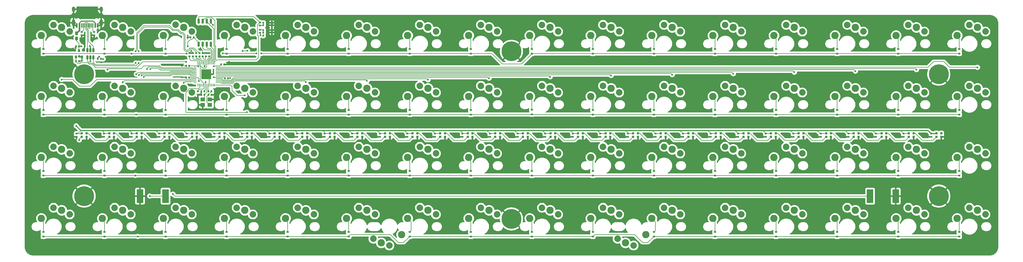
<source format=gbr>
%TF.GenerationSoftware,KiCad,Pcbnew,(6.0.0)*%
%TF.CreationDate,2022-04-25T19:56:53-04:00*%
%TF.ProjectId,HL-2040,484c2d32-3034-4302-9e6b-696361645f70,Mark 2 Rev F*%
%TF.SameCoordinates,Original*%
%TF.FileFunction,Copper,L2,Bot*%
%TF.FilePolarity,Positive*%
%FSLAX46Y46*%
G04 Gerber Fmt 4.6, Leading zero omitted, Abs format (unit mm)*
G04 Created by KiCad (PCBNEW (6.0.0)) date 2022-04-25 19:56:53*
%MOMM*%
%LPD*%
G01*
G04 APERTURE LIST*
G04 Aperture macros list*
%AMRoundRect*
0 Rectangle with rounded corners*
0 $1 Rounding radius*
0 $2 $3 $4 $5 $6 $7 $8 $9 X,Y pos of 4 corners*
0 Add a 4 corners polygon primitive as box body*
4,1,4,$2,$3,$4,$5,$6,$7,$8,$9,$2,$3,0*
0 Add four circle primitives for the rounded corners*
1,1,$1+$1,$2,$3*
1,1,$1+$1,$4,$5*
1,1,$1+$1,$6,$7*
1,1,$1+$1,$8,$9*
0 Add four rect primitives between the rounded corners*
20,1,$1+$1,$2,$3,$4,$5,0*
20,1,$1+$1,$4,$5,$6,$7,0*
20,1,$1+$1,$6,$7,$8,$9,0*
20,1,$1+$1,$8,$9,$2,$3,0*%
G04 Aperture macros list end*
%TA.AperFunction,ComponentPad*%
%ADD10C,2.032000*%
%TD*%
%TA.AperFunction,ComponentPad*%
%ADD11C,2.286000*%
%TD*%
%TA.AperFunction,ComponentPad*%
%ADD12C,6.200000*%
%TD*%
%TA.AperFunction,SMDPad,CuDef*%
%ADD13RoundRect,0.147500X-0.147500X-0.172500X0.147500X-0.172500X0.147500X0.172500X-0.147500X0.172500X0*%
%TD*%
%TA.AperFunction,SMDPad,CuDef*%
%ADD14RoundRect,0.147500X0.147500X0.172500X-0.147500X0.172500X-0.147500X-0.172500X0.147500X-0.172500X0*%
%TD*%
%TA.AperFunction,SMDPad,CuDef*%
%ADD15RoundRect,0.147500X0.172500X-0.147500X0.172500X0.147500X-0.172500X0.147500X-0.172500X-0.147500X0*%
%TD*%
%TA.AperFunction,SMDPad,CuDef*%
%ADD16R,0.550000X0.550000*%
%TD*%
%TA.AperFunction,SMDPad,CuDef*%
%ADD17RoundRect,0.050000X0.387500X0.050000X-0.387500X0.050000X-0.387500X-0.050000X0.387500X-0.050000X0*%
%TD*%
%TA.AperFunction,SMDPad,CuDef*%
%ADD18RoundRect,0.050000X0.050000X0.387500X-0.050000X0.387500X-0.050000X-0.387500X0.050000X-0.387500X0*%
%TD*%
%TA.AperFunction,SMDPad,CuDef*%
%ADD19R,3.050000X3.050000*%
%TD*%
%TA.AperFunction,SMDPad,CuDef*%
%ADD20R,0.700000X0.600000*%
%TD*%
%TA.AperFunction,SMDPad,CuDef*%
%ADD21RoundRect,0.147500X-0.172500X0.147500X-0.172500X-0.147500X0.172500X-0.147500X0.172500X0.147500X0*%
%TD*%
%TA.AperFunction,SMDPad,CuDef*%
%ADD22RoundRect,0.212500X-0.212500X0.400000X-0.212500X-0.400000X0.212500X-0.400000X0.212500X0.400000X0*%
%TD*%
%TA.AperFunction,SMDPad,CuDef*%
%ADD23R,0.800000X0.900000*%
%TD*%
%TA.AperFunction,SMDPad,CuDef*%
%ADD24R,0.600000X1.450000*%
%TD*%
%TA.AperFunction,SMDPad,CuDef*%
%ADD25R,0.300000X1.450000*%
%TD*%
%TA.AperFunction,ComponentPad*%
%ADD26O,1.000000X1.600000*%
%TD*%
%TA.AperFunction,ComponentPad*%
%ADD27O,1.000000X2.100000*%
%TD*%
%TA.AperFunction,SMDPad,CuDef*%
%ADD28R,0.700000X0.700000*%
%TD*%
%TA.AperFunction,SMDPad,CuDef*%
%ADD29R,2.000000X4.200000*%
%TD*%
%TA.AperFunction,SMDPad,CuDef*%
%ADD30RoundRect,0.150000X-0.150000X0.650000X-0.150000X-0.650000X0.150000X-0.650000X0.150000X0.650000X0*%
%TD*%
%TA.AperFunction,SMDPad,CuDef*%
%ADD31R,1.400000X1.200000*%
%TD*%
%TA.AperFunction,SMDPad,CuDef*%
%ADD32RoundRect,0.150000X0.150000X-0.512500X0.150000X0.512500X-0.150000X0.512500X-0.150000X-0.512500X0*%
%TD*%
%TA.AperFunction,ViaPad*%
%ADD33C,0.600000*%
%TD*%
%TA.AperFunction,ViaPad*%
%ADD34C,0.800000*%
%TD*%
%TA.AperFunction,Conductor*%
%ADD35C,0.200000*%
%TD*%
%TA.AperFunction,Conductor*%
%ADD36C,0.300000*%
%TD*%
%TA.AperFunction,Conductor*%
%ADD37C,0.500000*%
%TD*%
G04 APERTURE END LIST*
D10*
%TO.P,K2,1*%
%TO.N,20*%
X62943750Y-77162500D03*
D11*
X60483750Y-75882500D03*
D10*
%TO.P,K2,2*%
%TO.N,Net-(D2-Pad2)*%
X57943750Y-75062500D03*
D11*
X54133750Y-78422500D03*
%TD*%
D10*
%TO.P,K3,1*%
%TO.N,19*%
X81993750Y-77149800D03*
D11*
X79533750Y-75869800D03*
D10*
%TO.P,K3,2*%
%TO.N,Net-(D3-Pad2)*%
X76993750Y-75049800D03*
D11*
X73183750Y-78409800D03*
%TD*%
D10*
%TO.P,K6,1*%
%TO.N,10*%
X139143750Y-77162500D03*
D11*
X136683750Y-75882500D03*
D10*
%TO.P,K6,2*%
%TO.N,Net-(D6-Pad2)*%
X134143750Y-75062500D03*
D11*
X130333750Y-78422500D03*
%TD*%
D10*
%TO.P,K7,1*%
%TO.N,9*%
X158193750Y-77162500D03*
D11*
X155733750Y-75882500D03*
%TO.P,K7,2*%
%TO.N,Net-(D7-Pad2)*%
X149383750Y-78422500D03*
D10*
X153193750Y-75062500D03*
%TD*%
%TO.P,K8,1*%
%TO.N,8*%
X177243750Y-77162500D03*
D11*
X174783750Y-75882500D03*
%TO.P,K8,2*%
%TO.N,Net-(D8-Pad2)*%
X168433750Y-78422500D03*
D10*
X172243750Y-75062500D03*
%TD*%
D11*
%TO.P,K9,1*%
%TO.N,7*%
X193833750Y-75882500D03*
D10*
X196293750Y-77162500D03*
D11*
%TO.P,K9,2*%
%TO.N,Net-(D9-Pad2)*%
X187483750Y-78422500D03*
D10*
X191293750Y-75062500D03*
%TD*%
D11*
%TO.P,K10,1*%
%TO.N,6*%
X212883750Y-75882500D03*
D10*
X215343750Y-77162500D03*
%TO.P,K10,2*%
%TO.N,Net-(D10-Pad2)*%
X210343750Y-75062500D03*
D11*
X206533750Y-78422500D03*
%TD*%
%TO.P,K11,1*%
%TO.N,5*%
X231933750Y-75882500D03*
D10*
X234393750Y-77162500D03*
%TO.P,K11,2*%
%TO.N,Net-(D11-Pad2)*%
X229393750Y-75062500D03*
D11*
X225583750Y-78422500D03*
%TD*%
%TO.P,K12,1*%
%TO.N,4*%
X250983750Y-75882500D03*
D10*
X253443750Y-77162500D03*
%TO.P,K12,2*%
%TO.N,Net-(D12-Pad2)*%
X248443750Y-75062500D03*
D11*
X244633750Y-78422500D03*
%TD*%
%TO.P,K13,1*%
%TO.N,3*%
X270033750Y-75882500D03*
D10*
X272493750Y-77162500D03*
D11*
%TO.P,K13,2*%
%TO.N,Net-(D13-Pad2)*%
X263683750Y-78422500D03*
D10*
X267493750Y-75062500D03*
%TD*%
D11*
%TO.P,K14,1*%
%TO.N,2*%
X289083750Y-75882500D03*
D10*
X291543750Y-77162500D03*
D11*
%TO.P,K14,2*%
%TO.N,Net-(D14-Pad2)*%
X282733750Y-78422500D03*
D10*
X286543750Y-75062500D03*
%TD*%
D11*
%TO.P,K15,1*%
%TO.N,1*%
X308133750Y-75882500D03*
D10*
X310593750Y-77162500D03*
%TO.P,K15,2*%
%TO.N,Net-(D15-Pad2)*%
X305593750Y-75062500D03*
D11*
X301783750Y-78422500D03*
%TD*%
D10*
%TO.P,K16,1*%
%TO.N,0*%
X329643750Y-77162500D03*
D11*
X327183750Y-75882500D03*
%TO.P,K16,2*%
%TO.N,Net-(D16-Pad2)*%
X320833750Y-78422500D03*
D10*
X324643750Y-75062500D03*
%TD*%
%TO.P,K17,1*%
%TO.N,21*%
X43893750Y-96212500D03*
D11*
X41433750Y-94932500D03*
D10*
%TO.P,K17,2*%
%TO.N,Net-(D17-Pad2)*%
X38893750Y-94112500D03*
D11*
X35083750Y-97472500D03*
%TD*%
%TO.P,K18,1*%
%TO.N,20*%
X60483750Y-94932500D03*
D10*
X62943750Y-96212500D03*
D11*
%TO.P,K18,2*%
%TO.N,Net-(D18-Pad2)*%
X54133750Y-97472500D03*
D10*
X57943750Y-94112500D03*
%TD*%
%TO.P,K19,1*%
%TO.N,19*%
X81993750Y-96212500D03*
D11*
X79533750Y-94932500D03*
%TO.P,K19,2*%
%TO.N,Net-(D19-Pad2)*%
X73183750Y-97472500D03*
D10*
X76993750Y-94112500D03*
%TD*%
D11*
%TO.P,K22,1*%
%TO.N,10*%
X136683750Y-94932500D03*
D10*
X139143750Y-96212500D03*
D11*
%TO.P,K22,2*%
%TO.N,Net-(D22-Pad2)*%
X130333750Y-97472500D03*
D10*
X134143750Y-94112500D03*
%TD*%
D11*
%TO.P,K23,1*%
%TO.N,9*%
X155733750Y-94932500D03*
D10*
X158193750Y-96212500D03*
D11*
%TO.P,K23,2*%
%TO.N,Net-(D23-Pad2)*%
X149383750Y-97472500D03*
D10*
X153193750Y-94112500D03*
%TD*%
D11*
%TO.P,K24,1*%
%TO.N,8*%
X174783750Y-94932500D03*
D10*
X177243750Y-96212500D03*
D11*
%TO.P,K24,2*%
%TO.N,Net-(D24-Pad2)*%
X168433750Y-97472500D03*
D10*
X172243750Y-94112500D03*
%TD*%
D11*
%TO.P,K25,1*%
%TO.N,7*%
X193833750Y-94932500D03*
D10*
X196293750Y-96212500D03*
%TO.P,K25,2*%
%TO.N,Net-(D25-Pad2)*%
X191293750Y-94112500D03*
D11*
X187483750Y-97472500D03*
%TD*%
D10*
%TO.P,K26,1*%
%TO.N,6*%
X215343750Y-96212500D03*
D11*
X212883750Y-94932500D03*
D10*
%TO.P,K26,2*%
%TO.N,Net-(D26-Pad2)*%
X210343750Y-94112500D03*
D11*
X206533750Y-97472500D03*
%TD*%
D10*
%TO.P,K27,1*%
%TO.N,5*%
X234393750Y-96212500D03*
D11*
X231933750Y-94932500D03*
D10*
%TO.P,K27,2*%
%TO.N,Net-(D27-Pad2)*%
X229393750Y-94112500D03*
D11*
X225583750Y-97472500D03*
%TD*%
D10*
%TO.P,K28,1*%
%TO.N,4*%
X253443750Y-96212500D03*
D11*
X250983750Y-94932500D03*
D10*
%TO.P,K28,2*%
%TO.N,Net-(D28-Pad2)*%
X248443750Y-94112500D03*
D11*
X244633750Y-97472500D03*
%TD*%
%TO.P,K29,1*%
%TO.N,3*%
X270033750Y-94932500D03*
D10*
X272493750Y-96212500D03*
%TO.P,K29,2*%
%TO.N,Net-(D29-Pad2)*%
X267493750Y-94112500D03*
D11*
X263683750Y-97472500D03*
%TD*%
%TO.P,K30,1*%
%TO.N,2*%
X289083750Y-94932500D03*
D10*
X291543750Y-96212500D03*
D11*
%TO.P,K30,2*%
%TO.N,Net-(D30-Pad2)*%
X282733750Y-97472500D03*
D10*
X286543750Y-94112500D03*
%TD*%
%TO.P,K31,1*%
%TO.N,1*%
X310593750Y-96212500D03*
D11*
X308133750Y-94932500D03*
%TO.P,K31,2*%
%TO.N,Net-(D31-Pad2)*%
X301783750Y-97472500D03*
D10*
X305593750Y-94112500D03*
%TD*%
D11*
%TO.P,K32,1*%
%TO.N,0*%
X327183750Y-94932500D03*
D10*
X329643750Y-96212500D03*
%TO.P,K32,2*%
%TO.N,Net-(D32-Pad2)*%
X324643750Y-94112500D03*
D11*
X320833750Y-97472500D03*
%TD*%
D10*
%TO.P,K33,1*%
%TO.N,21*%
X43893750Y-115262500D03*
D11*
X41433750Y-113982500D03*
D10*
%TO.P,K33,2*%
%TO.N,Net-(D33-Pad2)*%
X38893750Y-113162500D03*
D11*
X35083750Y-116522500D03*
%TD*%
D10*
%TO.P,K34,1*%
%TO.N,20*%
X62943750Y-115262500D03*
D11*
X60483750Y-113982500D03*
D10*
%TO.P,K34,2*%
%TO.N,Net-(D34-Pad2)*%
X57943750Y-113162500D03*
D11*
X54133750Y-116522500D03*
%TD*%
D10*
%TO.P,K35,1*%
%TO.N,19*%
X81993750Y-115262500D03*
D11*
X79533750Y-113982500D03*
D10*
%TO.P,K35,2*%
%TO.N,Net-(D35-Pad2)*%
X76993750Y-113162500D03*
D11*
X73183750Y-116522500D03*
%TD*%
%TO.P,K36,1*%
%TO.N,12*%
X98583750Y-113982500D03*
D10*
X101043750Y-115262500D03*
D11*
%TO.P,K36,2*%
%TO.N,Net-(D36-Pad2)*%
X92233750Y-116522500D03*
D10*
X96043750Y-113162500D03*
%TD*%
D11*
%TO.P,K37,1*%
%TO.N,11*%
X117633750Y-113982500D03*
D10*
X120093750Y-115262500D03*
%TO.P,K37,2*%
%TO.N,Net-(D37-Pad2)*%
X115093750Y-113162500D03*
D11*
X111283750Y-116522500D03*
%TD*%
D10*
%TO.P,K38,1*%
%TO.N,10*%
X139143750Y-115262500D03*
D11*
X136683750Y-113982500D03*
D10*
%TO.P,K38,2*%
%TO.N,Net-(D38-Pad2)*%
X134143750Y-113162500D03*
D11*
X130333750Y-116522500D03*
%TD*%
%TO.P,K39,1*%
%TO.N,9*%
X155733750Y-113982500D03*
D10*
X158193750Y-115262500D03*
%TO.P,K39,2*%
%TO.N,Net-(D39-Pad2)*%
X153193750Y-113162500D03*
D11*
X149383750Y-116522500D03*
%TD*%
D10*
%TO.P,K40,1*%
%TO.N,8*%
X177243750Y-115262500D03*
D11*
X174783750Y-113982500D03*
D10*
%TO.P,K40,2*%
%TO.N,Net-(D40-Pad2)*%
X172243750Y-113162500D03*
D11*
X168433750Y-116522500D03*
%TD*%
D10*
%TO.P,K41,1*%
%TO.N,7*%
X196293750Y-115262500D03*
D11*
X193833750Y-113982500D03*
D10*
%TO.P,K41,2*%
%TO.N,Net-(D41-Pad2)*%
X191293750Y-113162500D03*
D11*
X187483750Y-116522500D03*
%TD*%
%TO.P,K42,1*%
%TO.N,6*%
X212883750Y-113982500D03*
D10*
X215343750Y-115262500D03*
D11*
%TO.P,K42,2*%
%TO.N,Net-(D42-Pad2)*%
X206533750Y-116522500D03*
D10*
X210343750Y-113162500D03*
%TD*%
%TO.P,K43,1*%
%TO.N,5*%
X234393750Y-115262500D03*
D11*
X231933750Y-113982500D03*
%TO.P,K43,2*%
%TO.N,Net-(D43-Pad2)*%
X225583750Y-116522500D03*
D10*
X229393750Y-113162500D03*
%TD*%
D11*
%TO.P,K44,1*%
%TO.N,4*%
X250983750Y-113982500D03*
D10*
X253443750Y-115262500D03*
%TO.P,K44,2*%
%TO.N,Net-(D44-Pad2)*%
X248443750Y-113162500D03*
D11*
X244633750Y-116522500D03*
%TD*%
%TO.P,K45,1*%
%TO.N,3*%
X270033750Y-113982500D03*
D10*
X272493750Y-115262500D03*
%TO.P,K45,2*%
%TO.N,Net-(D45-Pad2)*%
X267493750Y-113162500D03*
D11*
X263683750Y-116522500D03*
%TD*%
%TO.P,K46,1*%
%TO.N,2*%
X289083750Y-113982500D03*
D10*
X291543750Y-115262500D03*
%TO.P,K46,2*%
%TO.N,Net-(D46-Pad2)*%
X286543750Y-113162500D03*
D11*
X282733750Y-116522500D03*
%TD*%
D10*
%TO.P,K47,1*%
%TO.N,1*%
X310593750Y-115262500D03*
D11*
X308133750Y-113982500D03*
%TO.P,K47,2*%
%TO.N,Net-(D47-Pad2)*%
X301783750Y-116522500D03*
D10*
X305593750Y-113162500D03*
%TD*%
D11*
%TO.P,K48,1*%
%TO.N,0*%
X327183750Y-113982500D03*
D10*
X329643750Y-115262500D03*
D11*
%TO.P,K48,2*%
%TO.N,Net-(D48-Pad2)*%
X320833750Y-116522500D03*
D10*
X324643750Y-113162500D03*
%TD*%
%TO.P,K49,1*%
%TO.N,21*%
X43893750Y-134312500D03*
D11*
X41433750Y-133032500D03*
D10*
%TO.P,K49,2*%
%TO.N,Net-(D49-Pad2)*%
X38893750Y-132212500D03*
D11*
X35083750Y-135572500D03*
%TD*%
D10*
%TO.P,K50,1*%
%TO.N,20*%
X62943750Y-134312500D03*
D11*
X60483750Y-133032500D03*
D10*
%TO.P,K50,2*%
%TO.N,Net-(D50-Pad2)*%
X57943750Y-132212500D03*
D11*
X54133750Y-135572500D03*
%TD*%
%TO.P,K51,1*%
%TO.N,19*%
X79533750Y-133032500D03*
D10*
X81993750Y-134312500D03*
D11*
%TO.P,K51,2*%
%TO.N,Net-(D51-Pad2)*%
X73183750Y-135572500D03*
D10*
X76993750Y-132212500D03*
%TD*%
%TO.P,K52,1*%
%TO.N,12*%
X101043750Y-134312500D03*
D11*
X98583750Y-133032500D03*
D10*
%TO.P,K52,2*%
%TO.N,Net-(D52-Pad2)*%
X96043750Y-132212500D03*
D11*
X92233750Y-135572500D03*
%TD*%
D10*
%TO.P,K53,1*%
%TO.N,11*%
X120093750Y-134312500D03*
D11*
X117633750Y-133032500D03*
%TO.P,K53,2*%
%TO.N,Net-(D53-Pad2)*%
X111283750Y-135572500D03*
D10*
X115093750Y-132212500D03*
%TD*%
%TO.P,K54,1*%
%TO.N,10*%
X138668150Y-141912500D03*
D11*
X141128150Y-143192500D03*
D10*
X139143750Y-134312500D03*
D11*
X136683750Y-133032500D03*
%TO.P,K54,2*%
%TO.N,Net-(D54-Pad2)*%
X130333750Y-135572500D03*
D10*
X134143750Y-132212500D03*
D11*
X147478150Y-140652500D03*
D10*
X143668150Y-144012500D03*
%TD*%
D11*
%TO.P,K55,1*%
%TO.N,9*%
X155733750Y-133032500D03*
D10*
X158193750Y-134312500D03*
%TO.P,K55,2*%
%TO.N,Net-(D55-Pad2)*%
X153193750Y-132212500D03*
D11*
X149383750Y-135572500D03*
%TD*%
%TO.P,K56,1*%
%TO.N,8*%
X174783750Y-133032500D03*
D10*
X177243750Y-134312500D03*
D11*
%TO.P,K56,2*%
%TO.N,Net-(D56-Pad2)*%
X168433750Y-135572500D03*
D10*
X172243750Y-132212500D03*
%TD*%
%TO.P,K57,1*%
%TO.N,7*%
X196293750Y-134312500D03*
D11*
X193833750Y-133032500D03*
D10*
%TO.P,K57,2*%
%TO.N,Net-(D57-Pad2)*%
X191293750Y-132212500D03*
D11*
X187483750Y-135572500D03*
%TD*%
%TO.P,K58,1*%
%TO.N,6*%
X217328150Y-143192500D03*
X212883750Y-133032500D03*
D10*
X214868150Y-141912500D03*
X215343750Y-134312500D03*
D11*
%TO.P,K58,2*%
%TO.N,Net-(D58-Pad2)*%
X206533750Y-135572500D03*
D10*
X210343750Y-132212500D03*
D11*
X223678150Y-140652500D03*
D10*
X219868150Y-144012500D03*
%TD*%
%TO.P,K59,1*%
%TO.N,5*%
X234393750Y-134312500D03*
D11*
X231933750Y-133032500D03*
%TO.P,K59,2*%
%TO.N,Net-(D59-Pad2)*%
X225583750Y-135572500D03*
D10*
X229393750Y-132212500D03*
%TD*%
%TO.P,K60,1*%
%TO.N,4*%
X253443750Y-134312500D03*
D11*
X250983750Y-133032500D03*
D10*
%TO.P,K60,2*%
%TO.N,Net-(D60-Pad2)*%
X248443750Y-132212500D03*
D11*
X244633750Y-135572500D03*
%TD*%
%TO.P,K61,1*%
%TO.N,3*%
X270033750Y-133032500D03*
D10*
X272493750Y-134312500D03*
%TO.P,K61,2*%
%TO.N,Net-(D61-Pad2)*%
X267493750Y-132212500D03*
D11*
X263683750Y-135572500D03*
%TD*%
%TO.P,K62,1*%
%TO.N,2*%
X289083750Y-133032500D03*
D10*
X291543750Y-134312500D03*
D11*
%TO.P,K62,2*%
%TO.N,Net-(D62-Pad2)*%
X282733750Y-135572500D03*
D10*
X286543750Y-132212500D03*
%TD*%
D11*
%TO.P,K63,1*%
%TO.N,1*%
X308133750Y-133032500D03*
D10*
X310593750Y-134312500D03*
%TO.P,K63,2*%
%TO.N,Net-(D63-Pad2)*%
X305593750Y-132212500D03*
D11*
X301783750Y-135572500D03*
%TD*%
%TO.P,K64,1*%
%TO.N,0*%
X327183750Y-133032500D03*
D10*
X329643750Y-134312500D03*
D11*
%TO.P,K64,2*%
%TO.N,Net-(D64-Pad2)*%
X320833750Y-135572500D03*
D10*
X324643750Y-132212500D03*
%TD*%
D11*
%TO.P,K1,1*%
%TO.N,21*%
X41433750Y-75882500D03*
D10*
X43893750Y-77162500D03*
%TO.P,K1,2*%
%TO.N,Net-(D1-Pad2)*%
X38893750Y-75062500D03*
D11*
X35083750Y-78422500D03*
%TD*%
D12*
%TO.P,H1,1,1*%
%TO.N,GND*%
X48415700Y-90481800D03*
%TD*%
%TO.P,H2,1,1*%
%TO.N,GND*%
X48415700Y-128579400D03*
%TD*%
%TO.P,H3,1,1*%
%TO.N,GND*%
X181757300Y-83338500D03*
%TD*%
%TO.P,H4,1,1*%
%TO.N,GND*%
X181757300Y-135722700D03*
%TD*%
%TO.P,H5,1,1*%
%TO.N,GND*%
X315098900Y-90481800D03*
%TD*%
%TO.P,H6,1,1*%
%TO.N,GND*%
X315098900Y-128579400D03*
%TD*%
D11*
%TO.P,K4,1*%
%TO.N,12*%
X98583750Y-75882500D03*
D10*
X101043750Y-77162500D03*
D11*
%TO.P,K4,2*%
%TO.N,Net-(D4-Pad2)*%
X92233750Y-78422500D03*
D10*
X96043750Y-75062500D03*
%TD*%
%TO.P,K5,1*%
%TO.N,11*%
X120093750Y-77162500D03*
D11*
X117633750Y-75882500D03*
D10*
%TO.P,K5,2*%
%TO.N,Net-(D5-Pad2)*%
X115093750Y-75062500D03*
D11*
X111283750Y-78422500D03*
%TD*%
D10*
%TO.P,K21,1*%
%TO.N,11*%
X120093750Y-96212500D03*
D11*
X117633750Y-94932500D03*
%TO.P,K21,2*%
%TO.N,Net-(D21-Pad2)*%
X111283750Y-97472500D03*
D10*
X115093750Y-94112500D03*
%TD*%
%TO.P,K20,1*%
%TO.N,12*%
X101043750Y-96212500D03*
D11*
X98583750Y-94932500D03*
%TO.P,K20,2*%
%TO.N,Net-(D20-Pad2)*%
X92233750Y-97472500D03*
D10*
X96043750Y-94112500D03*
%TD*%
D13*
%TO.P,C1,1*%
%TO.N,+3V3*%
X91158200Y-87477600D03*
%TO.P,C1,2*%
%TO.N,GND*%
X92128200Y-87477600D03*
%TD*%
D14*
%TO.P,C2,1*%
%TO.N,+3V3*%
X85930600Y-95808800D03*
%TO.P,C2,2*%
%TO.N,GND*%
X84960600Y-95808800D03*
%TD*%
D13*
%TO.P,C3,1*%
%TO.N,+3V3*%
X92326600Y-91744800D03*
%TO.P,C3,2*%
%TO.N,GND*%
X93296600Y-91744800D03*
%TD*%
D15*
%TO.P,C6,1*%
%TO.N,+3V3*%
X81305400Y-84886800D03*
%TO.P,C6,2*%
%TO.N,GND*%
X81305400Y-83916800D03*
%TD*%
%TO.P,C8,1*%
%TO.N,+3V3*%
X85394800Y-84886800D03*
%TO.P,C8,2*%
%TO.N,GND*%
X85394800Y-83916800D03*
%TD*%
D16*
%TO.P,S1,1,A*%
%TO.N,~{RESET}*%
X104339000Y-77464000D03*
X104339000Y-76714000D03*
%TO.P,S1,2,B*%
%TO.N,GND*%
X106989000Y-76714000D03*
X106989000Y-77464000D03*
%TD*%
D17*
%TO.P,U0,1,IOVDD*%
%TO.N,+3V3*%
X89924500Y-87887500D03*
%TO.P,U0,2,GPIO0*%
%TO.N,0*%
X89924500Y-88287500D03*
%TO.P,U0,3,GPIO1*%
%TO.N,1*%
X89924500Y-88687500D03*
%TO.P,U0,4,GPIO2*%
%TO.N,2*%
X89924500Y-89087500D03*
%TO.P,U0,5,GPIO3*%
%TO.N,3*%
X89924500Y-89487500D03*
%TO.P,U0,6,GPIO4*%
%TO.N,4*%
X89924500Y-89887500D03*
%TO.P,U0,7,GPIO5*%
%TO.N,5*%
X89924500Y-90287500D03*
%TO.P,U0,8,GPIO6*%
%TO.N,6*%
X89924500Y-90687500D03*
%TO.P,U0,9,GPIO7*%
%TO.N,7*%
X89924500Y-91087500D03*
%TO.P,U0,10,IOVDD*%
%TO.N,+3V3*%
X89924500Y-91487500D03*
%TO.P,U0,11,GPIO8*%
%TO.N,8*%
X89924500Y-91887500D03*
%TO.P,U0,12,GPIO9*%
%TO.N,9*%
X89924500Y-92287500D03*
%TO.P,U0,13,GPIO10*%
%TO.N,10*%
X89924500Y-92687500D03*
%TO.P,U0,14,GPIO11*%
%TO.N,11*%
X89924500Y-93087500D03*
D18*
%TO.P,U0,15,GPIO12*%
%TO.N,12*%
X89087000Y-93925000D03*
%TO.P,U0,16,GPIO13*%
%TO.N,13*%
X88687000Y-93925000D03*
%TO.P,U0,17,GPIO14*%
%TO.N,14*%
X88287000Y-93925000D03*
%TO.P,U0,18,GPIO15*%
%TO.N,15*%
X87887000Y-93925000D03*
%TO.P,U0,19,TESTEN*%
%TO.N,GND*%
X87487000Y-93925000D03*
%TO.P,U0,20,XIN*%
%TO.N,XTAL-*%
X87087000Y-93925000D03*
%TO.P,U0,21,XOUT*%
%TO.N,XTAL+*%
X86687000Y-93925000D03*
%TO.P,U0,22,IOVDD*%
%TO.N,+3V3*%
X86287000Y-93925000D03*
%TO.P,U0,23,DVDD*%
%TO.N,+1V1*%
X85887000Y-93925000D03*
%TO.P,U0,24,SWCLK*%
%TO.N,unconnected-(U0-Pad24)*%
X85487000Y-93925000D03*
%TO.P,U0,25,SWDIO*%
%TO.N,unconnected-(U0-Pad25)*%
X85087000Y-93925000D03*
%TO.P,U0,26,RUN*%
%TO.N,~{RESET}*%
X84687000Y-93925000D03*
%TO.P,U0,27,GPIO16*%
%TO.N,16*%
X84287000Y-93925000D03*
%TO.P,U0,28,GPIO17*%
%TO.N,17*%
X83887000Y-93925000D03*
D17*
%TO.P,U0,29,GPIO18*%
%TO.N,18*%
X83049500Y-93087500D03*
%TO.P,U0,30,GPIO19*%
%TO.N,19*%
X83049500Y-92687500D03*
%TO.P,U0,31,GPIO20*%
%TO.N,20*%
X83049500Y-92287500D03*
%TO.P,U0,32,GPIO21*%
%TO.N,21*%
X83049500Y-91887500D03*
%TO.P,U0,33,IOVDD*%
%TO.N,+3V3*%
X83049500Y-91487500D03*
%TO.P,U0,34,GPIO22*%
%TO.N,22*%
X83049500Y-91087500D03*
%TO.P,U0,35,GPIO23*%
%TO.N,23*%
X83049500Y-90687500D03*
%TO.P,U0,36,GPIO24*%
%TO.N,24*%
X83049500Y-90287500D03*
%TO.P,U0,37,GPIO25*%
%TO.N,25*%
X83049500Y-89887500D03*
%TO.P,U0,38,GPIO26/ADC0*%
%TO.N,26{slash}A0*%
X83049500Y-89487500D03*
%TO.P,U0,39,GPIO27/ADC1*%
%TO.N,27{slash}A1*%
X83049500Y-89087500D03*
%TO.P,U0,40,GPIO28/ADC2*%
%TO.N,28{slash}A2*%
X83049500Y-88687500D03*
%TO.P,U0,41,GPIO29/ADC3*%
%TO.N,29{slash}A3*%
X83049500Y-88287500D03*
%TO.P,U0,42,IOVDD*%
%TO.N,+3V3*%
X83049500Y-87887500D03*
D18*
%TO.P,U0,43,ADC_AVDD*%
X83887000Y-87050000D03*
%TO.P,U0,44,VREG_VIN*%
X84287000Y-87050000D03*
%TO.P,U0,45,VREG_VOUT*%
%TO.N,+1V1*%
X84687000Y-87050000D03*
%TO.P,U0,46,USB_DM*%
%TO.N,Net-(RD0-Pad2)*%
X85087000Y-87050000D03*
%TO.P,U0,47,USB_DP*%
%TO.N,Net-(RD1-Pad2)*%
X85487000Y-87050000D03*
%TO.P,U0,48,USB_VDD*%
%TO.N,+3V3*%
X85887000Y-87050000D03*
%TO.P,U0,49,IOVDD*%
X86287000Y-87050000D03*
%TO.P,U0,50,DVDD*%
%TO.N,+1V1*%
X86687000Y-87050000D03*
%TO.P,U0,51,QSPI_SD3*%
%TO.N,SD3*%
X87087000Y-87050000D03*
%TO.P,U0,52,QSPI_SCLK*%
%TO.N,CLOCK*%
X87487000Y-87050000D03*
%TO.P,U0,53,QSPI_SD0*%
%TO.N,SD0*%
X87887000Y-87050000D03*
%TO.P,U0,54,QSPI_SD2*%
%TO.N,SD2*%
X88287000Y-87050000D03*
%TO.P,U0,55,QSPI_SD1*%
%TO.N,SD1*%
X88687000Y-87050000D03*
%TO.P,U0,56,QSPI_SS_N*%
%TO.N,CS*%
X89087000Y-87050000D03*
D19*
%TO.P,U0,57,GND*%
%TO.N,GND*%
X86487000Y-90487500D03*
%TD*%
D15*
%TO.P,C7,1*%
%TO.N,+3V3*%
X82346800Y-84886800D03*
%TO.P,C7,2*%
%TO.N,GND*%
X82346800Y-83916800D03*
%TD*%
D20*
%TO.P,D1,1,K*%
%TO.N,25*%
X35718750Y-84043750D03*
%TO.P,D1,2,A*%
%TO.N,Net-(D1-Pad2)*%
X35718750Y-82643750D03*
%TD*%
%TO.P,D2,1,K*%
%TO.N,25*%
X54768750Y-84043750D03*
%TO.P,D2,2,A*%
%TO.N,Net-(D2-Pad2)*%
X54768750Y-82643750D03*
%TD*%
%TO.P,D3,1,K*%
%TO.N,25*%
X73818750Y-84043750D03*
%TO.P,D3,2,A*%
%TO.N,Net-(D3-Pad2)*%
X73818750Y-82643750D03*
%TD*%
%TO.P,D4,1,K*%
%TO.N,25*%
X92868750Y-84043750D03*
%TO.P,D4,2,A*%
%TO.N,Net-(D4-Pad2)*%
X92868750Y-82643750D03*
%TD*%
%TO.P,D5,1,K*%
%TO.N,25*%
X111918750Y-84043750D03*
%TO.P,D5,2,A*%
%TO.N,Net-(D5-Pad2)*%
X111918750Y-82643750D03*
%TD*%
%TO.P,D6,1,K*%
%TO.N,25*%
X130968750Y-84043750D03*
%TO.P,D6,2,A*%
%TO.N,Net-(D6-Pad2)*%
X130968750Y-82643750D03*
%TD*%
%TO.P,D7,1,K*%
%TO.N,25*%
X150018750Y-84043750D03*
%TO.P,D7,2,A*%
%TO.N,Net-(D7-Pad2)*%
X150018750Y-82643750D03*
%TD*%
%TO.P,D8,1,K*%
%TO.N,25*%
X169068750Y-84043750D03*
%TO.P,D8,2,A*%
%TO.N,Net-(D8-Pad2)*%
X169068750Y-82643750D03*
%TD*%
%TO.P,D9,1,K*%
%TO.N,25*%
X188118750Y-84043750D03*
%TO.P,D9,2,A*%
%TO.N,Net-(D9-Pad2)*%
X188118750Y-82643750D03*
%TD*%
%TO.P,D10,1,K*%
%TO.N,25*%
X207168750Y-84043750D03*
%TO.P,D10,2,A*%
%TO.N,Net-(D10-Pad2)*%
X207168750Y-82643750D03*
%TD*%
%TO.P,D11,1,K*%
%TO.N,25*%
X226218750Y-84043750D03*
%TO.P,D11,2,A*%
%TO.N,Net-(D11-Pad2)*%
X226218750Y-82643750D03*
%TD*%
%TO.P,D12,1,K*%
%TO.N,25*%
X245268750Y-84043750D03*
%TO.P,D12,2,A*%
%TO.N,Net-(D12-Pad2)*%
X245268750Y-82643750D03*
%TD*%
%TO.P,D13,1,K*%
%TO.N,25*%
X264318750Y-84043750D03*
%TO.P,D13,2,A*%
%TO.N,Net-(D13-Pad2)*%
X264318750Y-82643750D03*
%TD*%
%TO.P,D14,1,K*%
%TO.N,25*%
X283368750Y-84043750D03*
%TO.P,D14,2,A*%
%TO.N,Net-(D14-Pad2)*%
X283368750Y-82643750D03*
%TD*%
%TO.P,D15,1,K*%
%TO.N,25*%
X302418750Y-84043750D03*
%TO.P,D15,2,A*%
%TO.N,Net-(D15-Pad2)*%
X302418750Y-82643750D03*
%TD*%
%TO.P,D16,1,K*%
%TO.N,25*%
X321468750Y-84043750D03*
%TO.P,D16,2,A*%
%TO.N,Net-(D16-Pad2)*%
X321468750Y-82643750D03*
%TD*%
%TO.P,D17,1,K*%
%TO.N,24*%
X35718750Y-103093750D03*
%TO.P,D17,2,A*%
%TO.N,Net-(D17-Pad2)*%
X35718750Y-101693750D03*
%TD*%
%TO.P,D18,1,K*%
%TO.N,24*%
X54768750Y-103093750D03*
%TO.P,D18,2,A*%
%TO.N,Net-(D18-Pad2)*%
X54768750Y-101693750D03*
%TD*%
%TO.P,D19,1,K*%
%TO.N,24*%
X73818750Y-103093750D03*
%TO.P,D19,2,A*%
%TO.N,Net-(D19-Pad2)*%
X73818750Y-101693750D03*
%TD*%
%TO.P,D20,1,K*%
%TO.N,24*%
X92868750Y-103093750D03*
%TO.P,D20,2,A*%
%TO.N,Net-(D20-Pad2)*%
X92868750Y-101693750D03*
%TD*%
%TO.P,D21,1,K*%
%TO.N,24*%
X111918750Y-103093750D03*
%TO.P,D21,2,A*%
%TO.N,Net-(D21-Pad2)*%
X111918750Y-101693750D03*
%TD*%
%TO.P,D22,1,K*%
%TO.N,24*%
X130968750Y-103093750D03*
%TO.P,D22,2,A*%
%TO.N,Net-(D22-Pad2)*%
X130968750Y-101693750D03*
%TD*%
%TO.P,D23,1,K*%
%TO.N,24*%
X150018750Y-103093750D03*
%TO.P,D23,2,A*%
%TO.N,Net-(D23-Pad2)*%
X150018750Y-101693750D03*
%TD*%
%TO.P,D24,1,K*%
%TO.N,24*%
X169068750Y-103093750D03*
%TO.P,D24,2,A*%
%TO.N,Net-(D24-Pad2)*%
X169068750Y-101693750D03*
%TD*%
%TO.P,D25,1,K*%
%TO.N,24*%
X188118750Y-103031250D03*
%TO.P,D25,2,A*%
%TO.N,Net-(D25-Pad2)*%
X188118750Y-101631250D03*
%TD*%
%TO.P,D26,1,K*%
%TO.N,24*%
X207168750Y-103106250D03*
%TO.P,D26,2,A*%
%TO.N,Net-(D26-Pad2)*%
X207168750Y-101706250D03*
%TD*%
%TO.P,D27,1,K*%
%TO.N,24*%
X226218750Y-103093750D03*
%TO.P,D27,2,A*%
%TO.N,Net-(D27-Pad2)*%
X226218750Y-101693750D03*
%TD*%
%TO.P,D28,1,K*%
%TO.N,24*%
X245268750Y-103093750D03*
%TO.P,D28,2,A*%
%TO.N,Net-(D28-Pad2)*%
X245268750Y-101693750D03*
%TD*%
%TO.P,D29,1,K*%
%TO.N,24*%
X264318750Y-103093750D03*
%TO.P,D29,2,A*%
%TO.N,Net-(D29-Pad2)*%
X264318750Y-101693750D03*
%TD*%
%TO.P,D30,1,K*%
%TO.N,24*%
X283368750Y-103093750D03*
%TO.P,D30,2,A*%
%TO.N,Net-(D30-Pad2)*%
X283368750Y-101693750D03*
%TD*%
%TO.P,D31,1,K*%
%TO.N,24*%
X302418750Y-103093750D03*
%TO.P,D31,2,A*%
%TO.N,Net-(D31-Pad2)*%
X302418750Y-101693750D03*
%TD*%
%TO.P,D32,1,K*%
%TO.N,24*%
X321468750Y-103093750D03*
%TO.P,D32,2,A*%
%TO.N,Net-(D32-Pad2)*%
X321468750Y-101693750D03*
%TD*%
%TO.P,D33,1,K*%
%TO.N,23*%
X35718750Y-122143750D03*
%TO.P,D33,2,A*%
%TO.N,Net-(D33-Pad2)*%
X35718750Y-120743750D03*
%TD*%
%TO.P,D34,1,K*%
%TO.N,23*%
X54768750Y-122143750D03*
%TO.P,D34,2,A*%
%TO.N,Net-(D34-Pad2)*%
X54768750Y-120743750D03*
%TD*%
%TO.P,D35,1,K*%
%TO.N,23*%
X73818750Y-122143750D03*
%TO.P,D35,2,A*%
%TO.N,Net-(D35-Pad2)*%
X73818750Y-120743750D03*
%TD*%
%TO.P,D36,1,K*%
%TO.N,23*%
X92868750Y-122143750D03*
%TO.P,D36,2,A*%
%TO.N,Net-(D36-Pad2)*%
X92868750Y-120743750D03*
%TD*%
%TO.P,D37,1,K*%
%TO.N,23*%
X111918750Y-122143750D03*
%TO.P,D37,2,A*%
%TO.N,Net-(D37-Pad2)*%
X111918750Y-120743750D03*
%TD*%
%TO.P,D38,1,K*%
%TO.N,23*%
X130968750Y-122143750D03*
%TO.P,D38,2,A*%
%TO.N,Net-(D38-Pad2)*%
X130968750Y-120743750D03*
%TD*%
%TO.P,D39,1,K*%
%TO.N,23*%
X150018750Y-122143750D03*
%TO.P,D39,2,A*%
%TO.N,Net-(D39-Pad2)*%
X150018750Y-120743750D03*
%TD*%
%TO.P,D40,1,K*%
%TO.N,23*%
X169068750Y-122143750D03*
%TO.P,D40,2,A*%
%TO.N,Net-(D40-Pad2)*%
X169068750Y-120743750D03*
%TD*%
%TO.P,D41,1,K*%
%TO.N,23*%
X188118750Y-122143750D03*
%TO.P,D41,2,A*%
%TO.N,Net-(D41-Pad2)*%
X188118750Y-120743750D03*
%TD*%
%TO.P,D42,1,K*%
%TO.N,23*%
X207168750Y-122143750D03*
%TO.P,D42,2,A*%
%TO.N,Net-(D42-Pad2)*%
X207168750Y-120743750D03*
%TD*%
%TO.P,D43,1,K*%
%TO.N,23*%
X226218750Y-122143750D03*
%TO.P,D43,2,A*%
%TO.N,Net-(D43-Pad2)*%
X226218750Y-120743750D03*
%TD*%
%TO.P,D44,1,K*%
%TO.N,23*%
X245268750Y-122143750D03*
%TO.P,D44,2,A*%
%TO.N,Net-(D44-Pad2)*%
X245268750Y-120743750D03*
%TD*%
%TO.P,D45,1,K*%
%TO.N,23*%
X264318750Y-122143750D03*
%TO.P,D45,2,A*%
%TO.N,Net-(D45-Pad2)*%
X264318750Y-120743750D03*
%TD*%
%TO.P,D46,1,K*%
%TO.N,23*%
X283368750Y-122143750D03*
%TO.P,D46,2,A*%
%TO.N,Net-(D46-Pad2)*%
X283368750Y-120743750D03*
%TD*%
%TO.P,D47,1,K*%
%TO.N,23*%
X302418750Y-122143750D03*
%TO.P,D47,2,A*%
%TO.N,Net-(D47-Pad2)*%
X302418750Y-120743750D03*
%TD*%
%TO.P,D48,1,K*%
%TO.N,23*%
X321468750Y-122143750D03*
%TO.P,D48,2,A*%
%TO.N,Net-(D48-Pad2)*%
X321468750Y-120743750D03*
%TD*%
%TO.P,D49,1,K*%
%TO.N,22*%
X35718750Y-141193750D03*
%TO.P,D49,2,A*%
%TO.N,Net-(D49-Pad2)*%
X35718750Y-139793750D03*
%TD*%
%TO.P,D50,1,K*%
%TO.N,22*%
X54768750Y-141193750D03*
%TO.P,D50,2,A*%
%TO.N,Net-(D50-Pad2)*%
X54768750Y-139793750D03*
%TD*%
%TO.P,D51,1,K*%
%TO.N,22*%
X73818750Y-141193750D03*
%TO.P,D51,2,A*%
%TO.N,Net-(D51-Pad2)*%
X73818750Y-139793750D03*
%TD*%
%TO.P,D52,1,K*%
%TO.N,22*%
X92868750Y-141193750D03*
%TO.P,D52,2,A*%
%TO.N,Net-(D52-Pad2)*%
X92868750Y-139793750D03*
%TD*%
%TO.P,D53,1,K*%
%TO.N,22*%
X111918750Y-141193750D03*
%TO.P,D53,2,A*%
%TO.N,Net-(D53-Pad2)*%
X111918750Y-139793750D03*
%TD*%
%TO.P,D54,1,K*%
%TO.N,22*%
X130968750Y-141193750D03*
%TO.P,D54,2,A*%
%TO.N,Net-(D54-Pad2)*%
X130968750Y-139793750D03*
%TD*%
%TO.P,D55,1,K*%
%TO.N,22*%
X150018750Y-141193750D03*
%TO.P,D55,2,A*%
%TO.N,Net-(D55-Pad2)*%
X150018750Y-139793750D03*
%TD*%
%TO.P,D56,1,K*%
%TO.N,22*%
X169068750Y-141193750D03*
%TO.P,D56,2,A*%
%TO.N,Net-(D56-Pad2)*%
X169068750Y-139793750D03*
%TD*%
%TO.P,D57,1,K*%
%TO.N,22*%
X188118750Y-141193750D03*
%TO.P,D57,2,A*%
%TO.N,Net-(D57-Pad2)*%
X188118750Y-139793750D03*
%TD*%
%TO.P,D58,1,K*%
%TO.N,22*%
X207168750Y-141193750D03*
%TO.P,D58,2,A*%
%TO.N,Net-(D58-Pad2)*%
X207168750Y-139793750D03*
%TD*%
%TO.P,D59,1,K*%
%TO.N,22*%
X226218750Y-141193750D03*
%TO.P,D59,2,A*%
%TO.N,Net-(D59-Pad2)*%
X226218750Y-139793750D03*
%TD*%
%TO.P,D60,1,K*%
%TO.N,22*%
X245268750Y-141193750D03*
%TO.P,D60,2,A*%
%TO.N,Net-(D60-Pad2)*%
X245268750Y-139793750D03*
%TD*%
%TO.P,D61,1,K*%
%TO.N,22*%
X264318750Y-141193750D03*
%TO.P,D61,2,A*%
%TO.N,Net-(D61-Pad2)*%
X264318750Y-139793750D03*
%TD*%
%TO.P,D62,1,K*%
%TO.N,22*%
X283368750Y-141193750D03*
%TO.P,D62,2,A*%
%TO.N,Net-(D62-Pad2)*%
X283368750Y-139793750D03*
%TD*%
%TO.P,D63,1,K*%
%TO.N,22*%
X302418750Y-141193750D03*
%TO.P,D63,2,A*%
%TO.N,Net-(D63-Pad2)*%
X302418750Y-139793750D03*
%TD*%
%TO.P,D64,1,K*%
%TO.N,22*%
X321468750Y-141193750D03*
%TO.P,D64,2,A*%
%TO.N,Net-(D64-Pad2)*%
X321468750Y-139793750D03*
%TD*%
D15*
%TO.P,RC2,1*%
%TO.N,GND*%
X51593750Y-78272500D03*
%TO.P,RC2,2*%
%TO.N,Net-(J0-PadB5)*%
X51593750Y-77302500D03*
%TD*%
D21*
%TO.P,RC1,1*%
%TO.N,Net-(J0-PadA5)*%
X47625000Y-77302500D03*
%TO.P,RC1,2*%
%TO.N,GND*%
X47625000Y-78272500D03*
%TD*%
%TO.P,RD1,1*%
%TO.N,DB+*%
X84378800Y-83916800D03*
%TO.P,RD1,2*%
%TO.N,Net-(RD1-Pad2)*%
X84378800Y-84886800D03*
%TD*%
D22*
%TO.P,F0,1*%
%TO.N,vUSB*%
X46069250Y-77737000D03*
%TO.P,F0,2*%
%TO.N,VBUS*%
X46069250Y-79362000D03*
%TD*%
D23*
%TO.P,U1,1,GND*%
%TO.N,GND*%
X47781250Y-85124800D03*
%TO.P,U1,2,VO*%
%TO.N,+3V3*%
X45881250Y-85124800D03*
%TO.P,U1,3,VI*%
%TO.N,VBUS*%
X46831250Y-83124800D03*
%TD*%
D15*
%TO.P,LC1,1*%
%TO.N,GND*%
X46037500Y-110022500D03*
%TO.P,LC1,2*%
%TO.N,VBUS*%
X46037500Y-109052500D03*
%TD*%
D14*
%TO.P,C4,1*%
%TO.N,+3V3*%
X81206200Y-91490800D03*
%TO.P,C4,2*%
%TO.N,GND*%
X80236200Y-91490800D03*
%TD*%
D24*
%TO.P,J0,A1,GND*%
%TO.N,GND*%
X46153000Y-75292000D03*
%TO.P,J0,A4,VBUS*%
%TO.N,vUSB*%
X46953000Y-75292000D03*
D25*
%TO.P,J0,A5,CC1*%
%TO.N,Net-(J0-PadA5)*%
X48153000Y-75292000D03*
%TO.P,J0,A6,D+*%
%TO.N,D+*%
X49153000Y-75292000D03*
%TO.P,J0,A7,D-*%
%TO.N,D-*%
X49653000Y-75292000D03*
%TO.P,J0,A8,SBU1*%
%TO.N,unconnected-(J0-PadA8)*%
X50653000Y-75292000D03*
D24*
%TO.P,J0,A9,VBUS*%
%TO.N,vUSB*%
X51853000Y-75292000D03*
%TO.P,J0,A12,GND*%
%TO.N,GND*%
X52653000Y-75292000D03*
%TO.P,J0,B1,GND*%
X52653000Y-75292000D03*
%TO.P,J0,B4,VBUS*%
%TO.N,vUSB*%
X51853000Y-75292000D03*
D25*
%TO.P,J0,B5,CC2*%
%TO.N,Net-(J0-PadB5)*%
X51153000Y-75292000D03*
%TO.P,J0,B6,D+*%
%TO.N,D+*%
X50153000Y-75292000D03*
%TO.P,J0,B7,D-*%
%TO.N,D-*%
X48653000Y-75292000D03*
%TO.P,J0,B8,SBU2*%
%TO.N,unconnected-(J0-PadB8)*%
X47653000Y-75292000D03*
D24*
%TO.P,J0,B9,VBUS*%
%TO.N,vUSB*%
X46953000Y-75292000D03*
%TO.P,J0,B12,GND*%
%TO.N,GND*%
X46153000Y-75292000D03*
D26*
%TO.P,J0,S1,SHIELD*%
X45083000Y-70197000D03*
D27*
X45083000Y-74377000D03*
D26*
X53723000Y-70197000D03*
D27*
X53723000Y-74377000D03*
%TD*%
D15*
%TO.P,LC3,1*%
%TO.N,GND*%
X63243950Y-110022500D03*
%TO.P,LC3,2*%
%TO.N,VBUS*%
X63243950Y-109052500D03*
%TD*%
%TO.P,LC10,1*%
%TO.N,GND*%
X123466525Y-110022500D03*
%TO.P,LC10,2*%
%TO.N,VBUS*%
X123466525Y-109052500D03*
%TD*%
%TO.P,LC12,1*%
%TO.N,GND*%
X140672975Y-110022500D03*
%TO.P,LC12,2*%
%TO.N,VBUS*%
X140672975Y-109052500D03*
%TD*%
%TO.P,LC6,1*%
%TO.N,GND*%
X89053625Y-110022500D03*
%TO.P,LC6,2*%
%TO.N,VBUS*%
X89053625Y-109052500D03*
%TD*%
%TO.P,LC8,1*%
%TO.N,GND*%
X106260075Y-110022500D03*
%TO.P,LC8,2*%
%TO.N,VBUS*%
X106260075Y-109052500D03*
%TD*%
%TO.P,LC9,1*%
%TO.N,GND*%
X114863300Y-110022500D03*
%TO.P,LC9,2*%
%TO.N,VBUS*%
X114863300Y-109052500D03*
%TD*%
%TO.P,LC7,1*%
%TO.N,GND*%
X97656850Y-110022500D03*
%TO.P,LC7,2*%
%TO.N,VBUS*%
X97656850Y-109052500D03*
%TD*%
%TO.P,LC5,1*%
%TO.N,GND*%
X80450400Y-110022500D03*
%TO.P,LC5,2*%
%TO.N,VBUS*%
X80450400Y-109052500D03*
%TD*%
%TO.P,LC11,1*%
%TO.N,GND*%
X132069750Y-110022500D03*
%TO.P,LC11,2*%
%TO.N,VBUS*%
X132069750Y-109052500D03*
%TD*%
%TO.P,LC13,1*%
%TO.N,GND*%
X149276200Y-110022500D03*
%TO.P,LC13,2*%
%TO.N,VBUS*%
X149276200Y-109052500D03*
%TD*%
%TO.P,LC4,1*%
%TO.N,GND*%
X71847175Y-110022500D03*
%TO.P,LC4,2*%
%TO.N,VBUS*%
X71847175Y-109052500D03*
%TD*%
%TO.P,LC14,1*%
%TO.N,GND*%
X157879425Y-110022500D03*
%TO.P,LC14,2*%
%TO.N,VBUS*%
X157879425Y-109052500D03*
%TD*%
%TO.P,LC15,1*%
%TO.N,GND*%
X166482650Y-110022500D03*
%TO.P,LC15,2*%
%TO.N,VBUS*%
X166482650Y-109052500D03*
%TD*%
%TO.P,LC16,1*%
%TO.N,GND*%
X175085875Y-110022500D03*
%TO.P,LC16,2*%
%TO.N,VBUS*%
X175085875Y-109052500D03*
%TD*%
%TO.P,LC17,1*%
%TO.N,GND*%
X183689100Y-110022500D03*
%TO.P,LC17,2*%
%TO.N,VBUS*%
X183689100Y-109052500D03*
%TD*%
%TO.P,LC18,1*%
%TO.N,GND*%
X192292325Y-110022500D03*
%TO.P,LC18,2*%
%TO.N,VBUS*%
X192292325Y-109052500D03*
%TD*%
%TO.P,LC19,1*%
%TO.N,GND*%
X200895550Y-110022500D03*
%TO.P,LC19,2*%
%TO.N,VBUS*%
X200895550Y-109052500D03*
%TD*%
%TO.P,LC20,1*%
%TO.N,GND*%
X209498775Y-110022500D03*
%TO.P,LC20,2*%
%TO.N,VBUS*%
X209498775Y-109052500D03*
%TD*%
%TO.P,LC21,1*%
%TO.N,GND*%
X218102000Y-110022500D03*
%TO.P,LC21,2*%
%TO.N,VBUS*%
X218102000Y-109052500D03*
%TD*%
%TO.P,LC22,1*%
%TO.N,GND*%
X226705225Y-110022500D03*
%TO.P,LC22,2*%
%TO.N,VBUS*%
X226705225Y-109052500D03*
%TD*%
%TO.P,LC23,1*%
%TO.N,GND*%
X235308450Y-110022500D03*
%TO.P,LC23,2*%
%TO.N,VBUS*%
X235308450Y-109052500D03*
%TD*%
%TO.P,LC24,1*%
%TO.N,GND*%
X243911675Y-110022500D03*
%TO.P,LC24,2*%
%TO.N,VBUS*%
X243911675Y-109052500D03*
%TD*%
%TO.P,LC25,1*%
%TO.N,GND*%
X252480525Y-110022500D03*
%TO.P,LC25,2*%
%TO.N,VBUS*%
X252480525Y-109052500D03*
%TD*%
%TO.P,LC26,1*%
%TO.N,GND*%
X261118125Y-110022500D03*
%TO.P,LC26,2*%
%TO.N,VBUS*%
X261118125Y-109052500D03*
%TD*%
%TO.P,LC27,1*%
%TO.N,GND*%
X269721350Y-110022500D03*
%TO.P,LC27,2*%
%TO.N,VBUS*%
X269721350Y-109052500D03*
%TD*%
%TO.P,LC28,1*%
%TO.N,GND*%
X278324575Y-110022500D03*
%TO.P,LC28,2*%
%TO.N,VBUS*%
X278324575Y-109052500D03*
%TD*%
%TO.P,LC29,1*%
%TO.N,GND*%
X286927800Y-110022500D03*
%TO.P,LC29,2*%
%TO.N,VBUS*%
X286927800Y-109052500D03*
%TD*%
%TO.P,LC30,1*%
%TO.N,GND*%
X295459150Y-110022500D03*
%TO.P,LC30,2*%
%TO.N,VBUS*%
X295459150Y-109052500D03*
%TD*%
%TO.P,LC31,1*%
%TO.N,GND*%
X304134250Y-110022500D03*
%TO.P,LC31,2*%
%TO.N,VBUS*%
X304134250Y-109052500D03*
%TD*%
%TO.P,LC32,1*%
%TO.N,GND*%
X312737475Y-110022500D03*
%TO.P,LC32,2*%
%TO.N,VBUS*%
X312737475Y-109052500D03*
%TD*%
D28*
%TO.P,LD16,1,DOUT*%
%TO.N,DAT*%
X178217125Y-108987500D03*
%TO.P,LD16,2,GND*%
%TO.N,GND*%
X178217125Y-110087500D03*
%TO.P,LD16,3,DIN*%
%TO.N,Net-(LD15-Pad1)*%
X176717125Y-110087500D03*
%TO.P,LD16,4,VDD*%
%TO.N,VBUS*%
X176717125Y-108987500D03*
%TD*%
%TO.P,LD17,1,DOUT*%
%TO.N,Net-(LD17-Pad1)*%
X186820350Y-108987500D03*
%TO.P,LD17,2,GND*%
%TO.N,GND*%
X186820350Y-110087500D03*
%TO.P,LD17,3,DIN*%
%TO.N,DAT*%
X185320350Y-110087500D03*
%TO.P,LD17,4,VDD*%
%TO.N,VBUS*%
X185320350Y-108987500D03*
%TD*%
%TO.P,LD18,1,DOUT*%
%TO.N,Net-(LD18-Pad1)*%
X195423575Y-108987500D03*
%TO.P,LD18,2,GND*%
%TO.N,GND*%
X195423575Y-110087500D03*
%TO.P,LD18,3,DIN*%
%TO.N,Net-(LD17-Pad1)*%
X193923575Y-110087500D03*
%TO.P,LD18,4,VDD*%
%TO.N,VBUS*%
X193923575Y-108987500D03*
%TD*%
%TO.P,LD19,1,DOUT*%
%TO.N,Net-(LD19-Pad1)*%
X204026800Y-108987500D03*
%TO.P,LD19,2,GND*%
%TO.N,GND*%
X204026800Y-110087500D03*
%TO.P,LD19,3,DIN*%
%TO.N,Net-(LD18-Pad1)*%
X202526800Y-110087500D03*
%TO.P,LD19,4,VDD*%
%TO.N,VBUS*%
X202526800Y-108987500D03*
%TD*%
%TO.P,LD20,1,DOUT*%
%TO.N,Net-(LD20-Pad1)*%
X212630025Y-108987500D03*
%TO.P,LD20,2,GND*%
%TO.N,GND*%
X212630025Y-110087500D03*
%TO.P,LD20,3,DIN*%
%TO.N,Net-(LD19-Pad1)*%
X211130025Y-110087500D03*
%TO.P,LD20,4,VDD*%
%TO.N,VBUS*%
X211130025Y-108987500D03*
%TD*%
%TO.P,LD21,1,DOUT*%
%TO.N,Net-(LD21-Pad1)*%
X221233250Y-108987500D03*
%TO.P,LD21,2,GND*%
%TO.N,GND*%
X221233250Y-110087500D03*
%TO.P,LD21,3,DIN*%
%TO.N,Net-(LD20-Pad1)*%
X219733250Y-110087500D03*
%TO.P,LD21,4,VDD*%
%TO.N,VBUS*%
X219733250Y-108987500D03*
%TD*%
%TO.P,LD22,1,DOUT*%
%TO.N,Net-(LD22-Pad1)*%
X229836475Y-108987500D03*
%TO.P,LD22,2,GND*%
%TO.N,GND*%
X229836475Y-110087500D03*
%TO.P,LD22,3,DIN*%
%TO.N,Net-(LD21-Pad1)*%
X228336475Y-110087500D03*
%TO.P,LD22,4,VDD*%
%TO.N,VBUS*%
X228336475Y-108987500D03*
%TD*%
%TO.P,LD23,1,DOUT*%
%TO.N,Net-(LD23-Pad1)*%
X238439700Y-108987500D03*
%TO.P,LD23,2,GND*%
%TO.N,GND*%
X238439700Y-110087500D03*
%TO.P,LD23,3,DIN*%
%TO.N,Net-(LD22-Pad1)*%
X236939700Y-110087500D03*
%TO.P,LD23,4,VDD*%
%TO.N,VBUS*%
X236939700Y-108987500D03*
%TD*%
%TO.P,LD24,1,DOUT*%
%TO.N,Net-(LD24-Pad1)*%
X247042925Y-108987500D03*
%TO.P,LD24,2,GND*%
%TO.N,GND*%
X247042925Y-110087500D03*
%TO.P,LD24,3,DIN*%
%TO.N,Net-(LD23-Pad1)*%
X245542925Y-110087500D03*
%TO.P,LD24,4,VDD*%
%TO.N,VBUS*%
X245542925Y-108987500D03*
%TD*%
%TO.P,LD25,1,DOUT*%
%TO.N,Net-(LD25-Pad1)*%
X255680525Y-108987500D03*
%TO.P,LD25,2,GND*%
%TO.N,GND*%
X255680525Y-110087500D03*
%TO.P,LD25,3,DIN*%
%TO.N,Net-(LD24-Pad1)*%
X254180525Y-110087500D03*
%TO.P,LD25,4,VDD*%
%TO.N,VBUS*%
X254180525Y-108987500D03*
%TD*%
%TO.P,LD26,1,DOUT*%
%TO.N,Net-(LD26-Pad1)*%
X264249375Y-108987500D03*
%TO.P,LD26,2,GND*%
%TO.N,GND*%
X264249375Y-110087500D03*
%TO.P,LD26,3,DIN*%
%TO.N,Net-(LD25-Pad1)*%
X262749375Y-110087500D03*
%TO.P,LD26,4,VDD*%
%TO.N,VBUS*%
X262749375Y-108987500D03*
%TD*%
%TO.P,LD27,1,DOUT*%
%TO.N,Net-(LD27-Pad1)*%
X272852600Y-108987500D03*
%TO.P,LD27,2,GND*%
%TO.N,GND*%
X272852600Y-110087500D03*
%TO.P,LD27,3,DIN*%
%TO.N,Net-(LD26-Pad1)*%
X271352600Y-110087500D03*
%TO.P,LD27,4,VDD*%
%TO.N,VBUS*%
X271352600Y-108987500D03*
%TD*%
%TO.P,LD28,1,DOUT*%
%TO.N,Net-(LD28-Pad1)*%
X281455825Y-108987500D03*
%TO.P,LD28,2,GND*%
%TO.N,GND*%
X281455825Y-110087500D03*
%TO.P,LD28,3,DIN*%
%TO.N,Net-(LD27-Pad1)*%
X279955825Y-110087500D03*
%TO.P,LD28,4,VDD*%
%TO.N,VBUS*%
X279955825Y-108987500D03*
%TD*%
%TO.P,LD29,1,DOUT*%
%TO.N,Net-(LD29-Pad1)*%
X290059050Y-108987500D03*
%TO.P,LD29,2,GND*%
%TO.N,GND*%
X290059050Y-110087500D03*
%TO.P,LD29,3,DIN*%
%TO.N,Net-(LD28-Pad1)*%
X288559050Y-110087500D03*
%TO.P,LD29,4,VDD*%
%TO.N,VBUS*%
X288559050Y-108987500D03*
%TD*%
%TO.P,LD30,1,DOUT*%
%TO.N,Net-(LD30-Pad1)*%
X298734150Y-108987500D03*
%TO.P,LD30,2,GND*%
%TO.N,GND*%
X298734150Y-110087500D03*
%TO.P,LD30,3,DIN*%
%TO.N,Net-(LD29-Pad1)*%
X297234150Y-110087500D03*
%TO.P,LD30,4,VDD*%
%TO.N,VBUS*%
X297234150Y-108987500D03*
%TD*%
%TO.P,LD32,1,DOUT*%
%TO.N,DAT2*%
X315868725Y-108987500D03*
%TO.P,LD32,2,GND*%
%TO.N,GND*%
X315868725Y-110087500D03*
%TO.P,LD32,3,DIN*%
%TO.N,Net-(LD31-Pad1)*%
X314368725Y-110087500D03*
%TO.P,LD32,4,VDD*%
%TO.N,VBUS*%
X314368725Y-108987500D03*
%TD*%
%TO.P,LD31,1,DOUT*%
%TO.N,Net-(LD31-Pad1)*%
X307265500Y-108987500D03*
%TO.P,LD31,2,GND*%
%TO.N,GND*%
X307265500Y-110087500D03*
%TO.P,LD31,3,DIN*%
%TO.N,Net-(LD30-Pad1)*%
X305765500Y-110087500D03*
%TO.P,LD31,4,VDD*%
%TO.N,VBUS*%
X305765500Y-108987500D03*
%TD*%
%TO.P,LD15,1,DOUT*%
%TO.N,Net-(LD15-Pad1)*%
X169613900Y-108987500D03*
%TO.P,LD15,2,GND*%
%TO.N,GND*%
X169613900Y-110087500D03*
%TO.P,LD15,3,DIN*%
%TO.N,Net-(LD14-Pad1)*%
X168113900Y-110087500D03*
%TO.P,LD15,4,VDD*%
%TO.N,VBUS*%
X168113900Y-108987500D03*
%TD*%
%TO.P,LD14,1,DOUT*%
%TO.N,Net-(LD14-Pad1)*%
X161010675Y-108987500D03*
%TO.P,LD14,2,GND*%
%TO.N,GND*%
X161010675Y-110087500D03*
%TO.P,LD14,3,DIN*%
%TO.N,Net-(LD13-Pad1)*%
X159510675Y-110087500D03*
%TO.P,LD14,4,VDD*%
%TO.N,VBUS*%
X159510675Y-108987500D03*
%TD*%
%TO.P,LD12,1,DOUT*%
%TO.N,Net-(LD12-Pad1)*%
X143804225Y-108987500D03*
%TO.P,LD12,2,GND*%
%TO.N,GND*%
X143804225Y-110087500D03*
%TO.P,LD12,3,DIN*%
%TO.N,Net-(LD11-Pad1)*%
X142304225Y-110087500D03*
%TO.P,LD12,4,VDD*%
%TO.N,VBUS*%
X142304225Y-108987500D03*
%TD*%
%TO.P,LD10,1,DOUT*%
%TO.N,Net-(LD10-Pad1)*%
X126597775Y-108987500D03*
%TO.P,LD10,2,GND*%
%TO.N,GND*%
X126597775Y-110087500D03*
%TO.P,LD10,3,DIN*%
%TO.N,Net-(LD10-Pad3)*%
X125097775Y-110087500D03*
%TO.P,LD10,4,VDD*%
%TO.N,VBUS*%
X125097775Y-108987500D03*
%TD*%
%TO.P,LD13,1,DOUT*%
%TO.N,Net-(LD13-Pad1)*%
X152407450Y-108987500D03*
%TO.P,LD13,2,GND*%
%TO.N,GND*%
X152407450Y-110087500D03*
%TO.P,LD13,3,DIN*%
%TO.N,Net-(LD12-Pad1)*%
X150907450Y-110087500D03*
%TO.P,LD13,4,VDD*%
%TO.N,VBUS*%
X150907450Y-108987500D03*
%TD*%
%TO.P,LD5,1,DOUT*%
%TO.N,Net-(LD5-Pad1)*%
X83581650Y-108987500D03*
%TO.P,LD5,2,GND*%
%TO.N,GND*%
X83581650Y-110087500D03*
%TO.P,LD5,3,DIN*%
%TO.N,Net-(LD4-Pad1)*%
X82081650Y-110087500D03*
%TO.P,LD5,4,VDD*%
%TO.N,VBUS*%
X82081650Y-108987500D03*
%TD*%
%TO.P,LD11,1,DOUT*%
%TO.N,Net-(LD11-Pad1)*%
X135201000Y-108987500D03*
%TO.P,LD11,2,GND*%
%TO.N,GND*%
X135201000Y-110087500D03*
%TO.P,LD11,3,DIN*%
%TO.N,Net-(LD10-Pad1)*%
X133701000Y-110087500D03*
%TO.P,LD11,4,VDD*%
%TO.N,VBUS*%
X133701000Y-108987500D03*
%TD*%
%TO.P,LD6,1,DOUT*%
%TO.N,Net-(LD6-Pad1)*%
X92184875Y-108987500D03*
%TO.P,LD6,2,GND*%
%TO.N,GND*%
X92184875Y-110087500D03*
%TO.P,LD6,3,DIN*%
%TO.N,Net-(LD5-Pad1)*%
X90684875Y-110087500D03*
%TO.P,LD6,4,VDD*%
%TO.N,VBUS*%
X90684875Y-108987500D03*
%TD*%
%TO.P,LD7,1,DOUT*%
%TO.N,Net-(LD7-Pad1)*%
X100788100Y-108987500D03*
%TO.P,LD7,2,GND*%
%TO.N,GND*%
X100788100Y-110087500D03*
%TO.P,LD7,3,DIN*%
%TO.N,Net-(LD6-Pad1)*%
X99288100Y-110087500D03*
%TO.P,LD7,4,VDD*%
%TO.N,VBUS*%
X99288100Y-108987500D03*
%TD*%
%TO.P,LD8,1,DOUT*%
%TO.N,Net-(LD8-Pad1)*%
X109391325Y-108987500D03*
%TO.P,LD8,2,GND*%
%TO.N,GND*%
X109391325Y-110087500D03*
%TO.P,LD8,3,DIN*%
%TO.N,Net-(LD7-Pad1)*%
X107891325Y-110087500D03*
%TO.P,LD8,4,VDD*%
%TO.N,VBUS*%
X107891325Y-108987500D03*
%TD*%
%TO.P,LD9,1,DOUT*%
%TO.N,Net-(LD10-Pad3)*%
X117994550Y-108987500D03*
%TO.P,LD9,2,GND*%
%TO.N,GND*%
X117994550Y-110087500D03*
%TO.P,LD9,3,DIN*%
%TO.N,Net-(LD8-Pad1)*%
X116494550Y-110087500D03*
%TO.P,LD9,4,VDD*%
%TO.N,VBUS*%
X116494550Y-108987500D03*
%TD*%
%TO.P,LD2,1,DOUT*%
%TO.N,Net-(LD2-Pad1)*%
X57771975Y-108987500D03*
%TO.P,LD2,2,GND*%
%TO.N,GND*%
X57771975Y-110087500D03*
%TO.P,LD2,3,DIN*%
%TO.N,Net-(LD1-Pad1)*%
X56271975Y-110087500D03*
%TO.P,LD2,4,VDD*%
%TO.N,VBUS*%
X56271975Y-108987500D03*
%TD*%
%TO.P,LD1,1,DOUT*%
%TO.N,Net-(LD1-Pad1)*%
X49168750Y-108987500D03*
%TO.P,LD1,2,GND*%
%TO.N,GND*%
X49168750Y-110087500D03*
%TO.P,LD1,3,DIN*%
%TO.N,28{slash}A2*%
X47668750Y-110087500D03*
%TO.P,LD1,4,VDD*%
%TO.N,VBUS*%
X47668750Y-108987500D03*
%TD*%
%TO.P,LD3,1,DOUT*%
%TO.N,Net-(LD3-Pad1)*%
X66375200Y-108987500D03*
%TO.P,LD3,2,GND*%
%TO.N,GND*%
X66375200Y-110087500D03*
%TO.P,LD3,3,DIN*%
%TO.N,Net-(LD2-Pad1)*%
X64875200Y-110087500D03*
%TO.P,LD3,4,VDD*%
%TO.N,VBUS*%
X64875200Y-108987500D03*
%TD*%
%TO.P,LD4,1,DOUT*%
%TO.N,Net-(LD4-Pad1)*%
X74978425Y-108987500D03*
%TO.P,LD4,2,GND*%
%TO.N,GND*%
X74978425Y-110087500D03*
%TO.P,LD4,3,DIN*%
%TO.N,Net-(LD3-Pad1)*%
X73478425Y-110087500D03*
%TO.P,LD4,4,VDD*%
%TO.N,VBUS*%
X73478425Y-108987500D03*
%TD*%
D15*
%TO.P,LC2,1*%
%TO.N,GND*%
X54640725Y-110022500D03*
%TO.P,LC2,2*%
%TO.N,VBUS*%
X54640725Y-109052500D03*
%TD*%
D14*
%TO.P,C5,1*%
%TO.N,+3V3*%
X81206200Y-87884000D03*
%TO.P,C5,2*%
%TO.N,GND*%
X80236200Y-87884000D03*
%TD*%
D29*
%TO.P,TX0,1,1*%
%TO.N,26{slash}A0*%
X293656250Y-128587500D03*
%TO.P,TX0,2,2*%
%TO.N,GND*%
X301656250Y-128587500D03*
%TD*%
%TO.P,TX1,1,1*%
%TO.N,27{slash}A1*%
X73850000Y-128587500D03*
%TO.P,TX1,2,2*%
%TO.N,GND*%
X65850000Y-128587500D03*
%TD*%
D14*
%TO.P,CF1,1*%
%TO.N,+3V3*%
X82603200Y-79019400D03*
%TO.P,CF1,2*%
%TO.N,GND*%
X81633200Y-79019400D03*
%TD*%
D15*
%TO.P,C10,1*%
%TO.N,+1V1*%
X87452200Y-84886800D03*
%TO.P,C10,2*%
%TO.N,GND*%
X87452200Y-83916800D03*
%TD*%
D21*
%TO.P,C11,1*%
%TO.N,+1V1*%
X83870800Y-95857200D03*
%TO.P,C11,2*%
%TO.N,GND*%
X83870800Y-96827200D03*
%TD*%
D30*
%TO.P,U3,1,~{CS}*%
%TO.N,CS*%
X84150200Y-73920800D03*
%TO.P,U3,2,DO(IO1)*%
%TO.N,SD1*%
X85420200Y-73920800D03*
%TO.P,U3,3,IO2*%
%TO.N,SD2*%
X86690200Y-73920800D03*
%TO.P,U3,4,GND*%
%TO.N,GND*%
X87960200Y-73920800D03*
%TO.P,U3,5,DI(IO0)*%
%TO.N,SD0*%
X87960200Y-81120800D03*
%TO.P,U3,6,CLK*%
%TO.N,CLOCK*%
X86690200Y-81120800D03*
%TO.P,U3,7,IO3*%
%TO.N,SD3*%
X85420200Y-81120800D03*
%TO.P,U3,8,VCC*%
%TO.N,+3V3*%
X84150200Y-81120800D03*
%TD*%
D16*
%TO.P,S2,1,A*%
%TO.N,GND*%
X106989000Y-75178000D03*
X106989000Y-74428000D03*
%TO.P,S2,2,B*%
%TO.N,Net-(RF1-Pad2)*%
X104339000Y-75178000D03*
X104339000Y-74428000D03*
%TD*%
D31*
%TO.P,Y0,1,1*%
%TO.N,Net-(CX2-Pad2)*%
X87663200Y-100037000D03*
%TO.P,Y0,2,2*%
%TO.N,GND*%
X85463200Y-100037000D03*
%TO.P,Y0,3,3*%
%TO.N,XTAL+*%
X85463200Y-98337000D03*
%TO.P,Y0,4,4*%
%TO.N,GND*%
X87663200Y-98337000D03*
%TD*%
D15*
%TO.P,RR1,1*%
%TO.N,+3V3*%
X103251000Y-77574000D03*
%TO.P,RR1,2*%
%TO.N,~{RESET}*%
X103251000Y-76604000D03*
%TD*%
D32*
%TO.P,U2,1,I/O1*%
%TO.N,DB+*%
X51343600Y-85262300D03*
%TO.P,U2,2,GND*%
%TO.N,GND*%
X50393600Y-85262300D03*
%TO.P,U2,3,I/O2*%
%TO.N,DB-*%
X49443600Y-85262300D03*
%TO.P,U2,4,I/O2*%
%TO.N,D-*%
X49443600Y-82987300D03*
%TO.P,U2,5,VBUS*%
%TO.N,VBUS*%
X50393600Y-82987300D03*
%TO.P,U2,6,I/O1*%
%TO.N,D+*%
X51343600Y-82987300D03*
%TD*%
D21*
%TO.P,RD0,1*%
%TO.N,DB-*%
X83362800Y-83916800D03*
%TO.P,RD0,2*%
%TO.N,Net-(RD0-Pad2)*%
X83362800Y-84886800D03*
%TD*%
D14*
%TO.P,RL1,1*%
%TO.N,28{slash}A2*%
X53647200Y-85699600D03*
%TO.P,RL1,2*%
%TO.N,VBUS*%
X52677200Y-85699600D03*
%TD*%
D21*
%TO.P,RF1,1*%
%TO.N,CS*%
X103251000Y-74318000D03*
%TO.P,RF1,2*%
%TO.N,Net-(RF1-Pad2)*%
X103251000Y-75288000D03*
%TD*%
D14*
%TO.P,CX2,1*%
%TO.N,GND*%
X88165800Y-96901000D03*
%TO.P,CX2,2*%
%TO.N,Net-(CX2-Pad2)*%
X87195800Y-96901000D03*
%TD*%
%TO.P,CP2,1*%
%TO.N,GND*%
X46840000Y-86436200D03*
%TO.P,CP2,2*%
%TO.N,+3V3*%
X45870000Y-86436200D03*
%TD*%
D15*
%TO.P,C9,1*%
%TO.N,+3V3*%
X86410800Y-84886800D03*
%TO.P,C9,2*%
%TO.N,GND*%
X86410800Y-83916800D03*
%TD*%
D13*
%TO.P,CP1,1*%
%TO.N,GND*%
X45844600Y-81813400D03*
%TO.P,CP1,2*%
%TO.N,VBUS*%
X46814600Y-81813400D03*
%TD*%
D14*
%TO.P,CX1,1*%
%TO.N,XTAL+*%
X85930600Y-96901000D03*
%TO.P,CX1,2*%
%TO.N,GND*%
X84960600Y-96901000D03*
%TD*%
D13*
%TO.P,RX1,1*%
%TO.N,XTAL-*%
X87195800Y-95808800D03*
%TO.P,RX1,2*%
%TO.N,Net-(CX2-Pad2)*%
X88165800Y-95808800D03*
%TD*%
D33*
%TO.N,GND*%
X93980000Y-91694000D03*
X78934250Y-91440000D03*
X53848000Y-86741000D03*
X93662500Y-86578500D03*
X240284000Y-109220000D03*
X50800000Y-80010000D03*
X44704000Y-82981800D03*
X68258200Y-79370000D03*
X214503000Y-109220000D03*
X95377000Y-85064600D03*
X97485200Y-78155800D03*
X88620600Y-75057000D03*
X128524000Y-109220000D03*
X154305000Y-109220000D03*
X205867000Y-109220000D03*
X143179800Y-142062200D03*
X51054000Y-109220000D03*
X283337000Y-109220000D03*
X208661000Y-135636000D03*
X47752000Y-86233000D03*
X212369400Y-141833600D03*
X94107000Y-109220000D03*
X171450000Y-109220000D03*
X92800000Y-95000000D03*
X219400000Y-141900000D03*
X85300000Y-90500000D03*
X217093800Y-139852400D03*
X57429400Y-85801200D03*
X78934250Y-87884000D03*
X140843000Y-139750800D03*
X136194800Y-142062200D03*
X102616000Y-109220000D03*
X145389600Y-140639800D03*
X274701000Y-109220000D03*
X101600000Y-94456250D03*
X188722000Y-109220000D03*
X119888000Y-109220000D03*
X222100000Y-135700000D03*
X81838800Y-83235800D03*
X48056800Y-79933800D03*
D34*
X46880752Y-84925900D03*
D33*
X266192000Y-109220000D03*
X76835000Y-109220000D03*
X133680200Y-134620000D03*
X85471000Y-109220000D03*
X69596000Y-109220000D03*
X300609000Y-109220000D03*
X62900000Y-112300000D03*
X257556000Y-109220000D03*
X162941000Y-109220000D03*
X84785200Y-82397600D03*
X248920000Y-109220000D03*
X59690000Y-109220000D03*
X86500000Y-89300000D03*
X80700000Y-79000000D03*
X86518750Y-90487500D03*
X53971600Y-90481800D03*
X233045000Y-109220000D03*
X145669000Y-109220000D03*
X91084400Y-74676000D03*
X137668000Y-109220000D03*
X111252000Y-109220000D03*
X80957400Y-93656600D03*
X86500000Y-91700000D03*
X180086000Y-109220000D03*
X197358000Y-109220000D03*
X223139000Y-109220000D03*
X309118000Y-109220000D03*
X87600000Y-90500000D03*
X62700000Y-125200000D03*
X291973000Y-109220000D03*
X96831400Y-96037700D03*
X50393600Y-86461600D03*
%TO.N,VBUS*%
X53162200Y-84963000D03*
X47574200Y-81788000D03*
X50165000Y-81661000D03*
X45974000Y-106654600D03*
%TO.N,~{RESET}*%
X104343200Y-78486000D03*
X99212400Y-102387400D03*
%TO.N,DB+*%
X64541400Y-83286600D03*
X64541400Y-86969600D03*
%TO.N,DB-*%
X65455410Y-83270501D03*
X65430400Y-86995000D03*
%TO.N,0*%
X327183750Y-88347550D03*
%TO.N,1*%
X308133750Y-89058750D03*
%TO.N,2*%
X289083750Y-89535000D03*
%TO.N,3*%
X270033750Y-89852500D03*
%TO.N,4*%
X250983750Y-90328750D03*
%TO.N,5*%
X231933750Y-90646250D03*
%TO.N,6*%
X212883750Y-90900250D03*
%TO.N,7*%
X193833750Y-91319350D03*
%TO.N,8*%
X174783750Y-91751150D03*
%TO.N,9*%
X155733750Y-92221050D03*
%TO.N,10*%
X136683750Y-92538550D03*
%TO.N,11*%
X117633750Y-92944950D03*
%TO.N,12*%
X98583750Y-97110550D03*
%TO.N,19*%
X79533750Y-93237050D03*
%TO.N,20*%
X60483750Y-93021150D03*
%TO.N,21*%
X41433750Y-92157550D03*
%TO.N,22*%
X67056000Y-91338400D03*
X65206650Y-141193750D03*
%TO.N,23*%
X64460350Y-122143750D03*
X66370200Y-90881200D03*
%TO.N,24*%
X64698650Y-103093750D03*
X65557400Y-90728800D03*
%TO.N,25*%
X64719200Y-90474800D03*
X103719500Y-84023200D03*
X80391000Y-84048600D03*
X63266550Y-84043750D03*
X102209600Y-84023200D03*
X91719400Y-84023200D03*
%TO.N,26{slash}A0*%
X76149200Y-127965200D03*
X69088000Y-88900000D03*
%TO.N,27{slash}A1*%
X68072000Y-88900000D03*
X68910200Y-128574800D03*
%TO.N,28{slash}A2*%
X54381400Y-85725000D03*
X55676800Y-89077800D03*
X46913800Y-111048800D03*
%TO.N,+3V3*%
X103467580Y-78304052D03*
X88900000Y-91440000D03*
X99433132Y-83151204D03*
X88900000Y-88011000D03*
X97910104Y-83190371D03*
X86360000Y-92964000D03*
X80772000Y-81788000D03*
X84074000Y-88011000D03*
X80238600Y-86614000D03*
X84201000Y-92583000D03*
X85979000Y-88011000D03*
%TD*%
D35*
%TO.N,GND*%
X81305400Y-83916800D02*
X81305400Y-83769200D01*
X92128200Y-87477600D02*
X92763400Y-87477600D01*
D36*
X47781250Y-85124800D02*
X47781250Y-86203750D01*
D35*
X50393600Y-85262300D02*
X50393600Y-86461600D01*
D36*
X47781250Y-86203750D02*
X47752000Y-86233000D01*
D35*
X80236200Y-91490800D02*
X78985050Y-91490800D01*
X87487000Y-92037500D02*
X87487000Y-93925000D01*
D36*
X47079652Y-85124800D02*
X46880752Y-84925900D01*
D35*
X81305400Y-83769200D02*
X81838800Y-83235800D01*
X45844600Y-81813400D02*
X45844600Y-81841200D01*
X78985050Y-91490800D02*
X78934250Y-91440000D01*
X85394800Y-83916800D02*
X85394800Y-83007200D01*
X87960200Y-74396600D02*
X88620600Y-75057000D01*
X93296600Y-91694000D02*
X93980000Y-91694000D01*
D36*
X47548800Y-86436200D02*
X47752000Y-86233000D01*
D35*
X85394800Y-83916800D02*
X87452200Y-83916800D01*
X80236200Y-87884000D02*
X78934250Y-87884000D01*
X45844600Y-81841200D02*
X44704000Y-82981800D01*
X82346800Y-83743800D02*
X81838800Y-83235800D01*
X92763400Y-87477600D02*
X93662500Y-86578500D01*
D36*
X47781250Y-85124800D02*
X47079652Y-85124800D01*
D35*
X85394800Y-83007200D02*
X84785200Y-82397600D01*
X87762000Y-91762500D02*
X87487000Y-92037500D01*
D36*
X46840000Y-86436200D02*
X47548800Y-86436200D01*
D35*
X87960200Y-73920800D02*
X87960200Y-74396600D01*
X82346800Y-83916800D02*
X82346800Y-83743800D01*
D36*
%TO.N,VBUS*%
X79248000Y-108077000D02*
X87979250Y-108077000D01*
X70770750Y-108077000D02*
X79248000Y-108077000D01*
D35*
X262684375Y-109052500D02*
X262749375Y-108987500D01*
X149276200Y-109052500D02*
X149276200Y-109048950D01*
X99223100Y-109052500D02*
X99288100Y-108987500D01*
D36*
X53162200Y-84963000D02*
X52677200Y-85448000D01*
D35*
X54640725Y-109052500D02*
X56206975Y-109052500D01*
X251505025Y-108077000D02*
X251491750Y-108077000D01*
X200895550Y-109052500D02*
X202461800Y-109052500D01*
D36*
X191420750Y-108077000D02*
X200152000Y-108077000D01*
D35*
X185255350Y-109052500D02*
X185320350Y-108987500D01*
X254115525Y-109052500D02*
X254180525Y-108987500D01*
X123466525Y-109052500D02*
X123466525Y-108639275D01*
X286927800Y-109052500D02*
X288494050Y-109052500D01*
X97656850Y-109023350D02*
X96710500Y-108077000D01*
X63243950Y-108741700D02*
X62579250Y-108077000D01*
X106260075Y-109052500D02*
X106260075Y-108895325D01*
X200895550Y-109052500D02*
X200895550Y-108820550D01*
X288494050Y-109052500D02*
X288559050Y-108987500D01*
X123466525Y-109052500D02*
X125032775Y-109052500D01*
X304134250Y-109052500D02*
X304099100Y-109052500D01*
X159445675Y-109052500D02*
X159510675Y-108987500D01*
D36*
X45974000Y-106654600D02*
X47396400Y-108077000D01*
D35*
X97656850Y-109052500D02*
X99223100Y-109052500D01*
X269721350Y-109052500D02*
X271287600Y-109052500D01*
X286927800Y-109052500D02*
X286852500Y-109052500D01*
D36*
X217360500Y-108077000D02*
X225552000Y-108077000D01*
D35*
X218102000Y-109052500D02*
X219668250Y-109052500D01*
D36*
X260223000Y-108077000D02*
X268414500Y-108077000D01*
D35*
X47603750Y-109052500D02*
X47668750Y-108987500D01*
X106260075Y-109052500D02*
X107826325Y-109052500D01*
D36*
X277145750Y-108077000D02*
X285877000Y-108077000D01*
D35*
X97656850Y-109052500D02*
X97656850Y-109023350D01*
X176652125Y-109052500D02*
X176717125Y-108987500D01*
X252480525Y-109052500D02*
X251505025Y-108077000D01*
X209498775Y-108946525D02*
X208629250Y-108077000D01*
X64810200Y-109052500D02*
X64875200Y-108987500D01*
X46814600Y-83108150D02*
X46831250Y-83124800D01*
X202461800Y-109052500D02*
X202526800Y-108987500D01*
X46037500Y-109052500D02*
X47603750Y-109052500D01*
X150842450Y-109052500D02*
X150907450Y-108987500D01*
D36*
X303123600Y-108077000D02*
X311761975Y-108077000D01*
X131095750Y-108077000D02*
X139827000Y-108077000D01*
X114173000Y-108077000D02*
X122904250Y-108077000D01*
X62579250Y-108077000D02*
X70770750Y-108077000D01*
D35*
X305700500Y-109052500D02*
X305765500Y-108987500D01*
D36*
X87979250Y-108077000D02*
X96710500Y-108077000D01*
X54102000Y-108077000D02*
X62579250Y-108077000D01*
D35*
X278121250Y-109052500D02*
X277145750Y-108077000D01*
X140672975Y-109052500D02*
X140672975Y-108922975D01*
X79474900Y-108077000D02*
X79248000Y-108077000D01*
X226705225Y-109052500D02*
X228271475Y-109052500D01*
X46037500Y-109052500D02*
X46420900Y-109052500D01*
D36*
X50393600Y-82987300D02*
X50393600Y-81889600D01*
X285877000Y-108077000D02*
X294462200Y-108077000D01*
D35*
X261118125Y-109052500D02*
X262684375Y-109052500D01*
D36*
X105441750Y-108077000D02*
X114173000Y-108077000D01*
D35*
X304134250Y-109052500D02*
X305700500Y-109052500D01*
D36*
X157035500Y-108077000D02*
X165766750Y-108077000D01*
D35*
X166482650Y-109052500D02*
X168048900Y-109052500D01*
D36*
X294462200Y-108077000D02*
X303123600Y-108077000D01*
D35*
X271287600Y-109052500D02*
X271352600Y-108987500D01*
D36*
X208629250Y-108077000D02*
X217360500Y-108077000D01*
X251491750Y-108077000D02*
X260223000Y-108077000D01*
D35*
X183689100Y-109052500D02*
X185255350Y-109052500D01*
D36*
X47574200Y-81788000D02*
X46840000Y-81788000D01*
D35*
X235308450Y-109052500D02*
X235258750Y-109052500D01*
X142239225Y-109052500D02*
X142304225Y-108987500D01*
D36*
X268414500Y-108077000D02*
X277145750Y-108077000D01*
D35*
X149276200Y-109048950D02*
X148304250Y-108077000D01*
D36*
X314303725Y-109052500D02*
X314368725Y-108987500D01*
D35*
X54640725Y-109052500D02*
X54640725Y-108615725D01*
X166482650Y-108792900D02*
X165766750Y-108077000D01*
X80450400Y-109052500D02*
X79474900Y-108077000D01*
X90619875Y-109052500D02*
X90684875Y-108987500D01*
X243911675Y-109052500D02*
X243911675Y-108974175D01*
D36*
X243014500Y-108077000D02*
X251491750Y-108077000D01*
D35*
X225729725Y-108077000D02*
X225552000Y-108077000D01*
X114863300Y-109052500D02*
X116429550Y-109052500D01*
X157879425Y-109052500D02*
X159445675Y-109052500D01*
X63243950Y-109052500D02*
X63243950Y-108741700D01*
X174110375Y-108077000D02*
X173958250Y-108077000D01*
X228271475Y-109052500D02*
X228336475Y-108987500D01*
X82016650Y-109052500D02*
X82081650Y-108987500D01*
X140672975Y-109052500D02*
X142239225Y-109052500D01*
X149276200Y-109052500D02*
X150842450Y-109052500D01*
X73413425Y-109052500D02*
X73478425Y-108987500D01*
X132069750Y-109052500D02*
X133636000Y-109052500D01*
X297169150Y-109052500D02*
X297234150Y-108987500D01*
X46814600Y-80876000D02*
X46814600Y-81813400D01*
X183665000Y-109052500D02*
X182689500Y-108077000D01*
X80450400Y-109052500D02*
X82016650Y-109052500D01*
D36*
X52677200Y-85448000D02*
X52677200Y-85699600D01*
D35*
X200895550Y-108820550D02*
X200152000Y-108077000D01*
X123466525Y-108639275D02*
X122904250Y-108077000D01*
D36*
X225552000Y-108077000D02*
X234283250Y-108077000D01*
D35*
X295437700Y-109052500D02*
X294462200Y-108077000D01*
X278324575Y-109052500D02*
X278121250Y-109052500D01*
X261118125Y-109052500D02*
X261118125Y-108972125D01*
X218102000Y-108818500D02*
X217360500Y-108077000D01*
X71847175Y-109052500D02*
X71746250Y-109052500D01*
D36*
X47396400Y-108077000D02*
X54102000Y-108077000D01*
D35*
X157879425Y-108920925D02*
X157035500Y-108077000D01*
D36*
X139827000Y-108077000D02*
X148304250Y-108077000D01*
D35*
X175085875Y-109052500D02*
X174110375Y-108077000D01*
X226705225Y-109052500D02*
X225729725Y-108077000D01*
X157879425Y-109052500D02*
X157879425Y-108920925D01*
X295459150Y-109052500D02*
X295437700Y-109052500D01*
D36*
X234283250Y-108077000D02*
X243014500Y-108077000D01*
D35*
X243911675Y-108974175D02*
X243014500Y-108077000D01*
X46069250Y-80130650D02*
X46814600Y-80876000D01*
X211065025Y-109052500D02*
X211130025Y-108987500D01*
X269721350Y-109052500D02*
X268745850Y-108077000D01*
X133636000Y-109052500D02*
X133701000Y-108987500D01*
X132069750Y-109051000D02*
X131095750Y-108077000D01*
D36*
X122904250Y-108077000D02*
X131095750Y-108077000D01*
D35*
X245477925Y-109052500D02*
X245542925Y-108987500D01*
X89053625Y-109052500D02*
X90619875Y-109052500D01*
X183689100Y-109052500D02*
X183665000Y-109052500D01*
D36*
X148304250Y-108077000D02*
X157035500Y-108077000D01*
D35*
X235258750Y-109052500D02*
X234283250Y-108077000D01*
X192292325Y-108948575D02*
X191420750Y-108077000D01*
X54640725Y-108615725D02*
X54102000Y-108077000D01*
X116429550Y-109052500D02*
X116494550Y-108987500D01*
D36*
X200152000Y-108077000D02*
X208629250Y-108077000D01*
D35*
X71746250Y-109052500D02*
X70770750Y-108077000D01*
X209498775Y-109052500D02*
X211065025Y-109052500D01*
X192292325Y-109052500D02*
X192292325Y-108948575D01*
X132069750Y-109052500D02*
X132069750Y-109051000D01*
X304099100Y-109052500D02*
X303123600Y-108077000D01*
X114863300Y-108767300D02*
X114173000Y-108077000D01*
D36*
X311761975Y-108077000D02*
X312737475Y-109052500D01*
D35*
X46069250Y-79362000D02*
X46069250Y-80130650D01*
D36*
X46840000Y-81788000D02*
X46814600Y-81813400D01*
D35*
X236874700Y-109052500D02*
X236939700Y-108987500D01*
X88078125Y-108077000D02*
X87979250Y-108077000D01*
D36*
X96710500Y-108077000D02*
X105441750Y-108077000D01*
X173958250Y-108077000D02*
X182689500Y-108077000D01*
D35*
X166482650Y-109052500D02*
X166482650Y-108792900D01*
X252480525Y-109052500D02*
X254115525Y-109052500D01*
X192292325Y-109052500D02*
X193858575Y-109052500D01*
X243911675Y-109052500D02*
X245477925Y-109052500D01*
X168048900Y-109052500D02*
X168113900Y-108987500D01*
X278324575Y-109052500D02*
X279890825Y-109052500D01*
X286852500Y-109052500D02*
X285877000Y-108077000D01*
X63243950Y-109052500D02*
X64810200Y-109052500D01*
X140672975Y-108922975D02*
X139827000Y-108077000D01*
D36*
X312737475Y-109052500D02*
X314303725Y-109052500D01*
X165766750Y-108077000D02*
X173958250Y-108077000D01*
D35*
X114863300Y-109052500D02*
X114863300Y-108767300D01*
X46420900Y-109052500D02*
X47396400Y-108077000D01*
D36*
X182689500Y-108077000D02*
X191420750Y-108077000D01*
D35*
X268745850Y-108077000D02*
X268414500Y-108077000D01*
X46814600Y-81813400D02*
X46814600Y-83108150D01*
X107826325Y-109052500D02*
X107891325Y-108987500D01*
X279890825Y-109052500D02*
X279955825Y-108987500D01*
D36*
X50393600Y-81889600D02*
X50165000Y-81661000D01*
D35*
X235308450Y-109052500D02*
X236874700Y-109052500D01*
X295459150Y-109052500D02*
X297169150Y-109052500D01*
X106260075Y-108895325D02*
X105441750Y-108077000D01*
X261118125Y-108972125D02*
X260223000Y-108077000D01*
X218102000Y-109052500D02*
X218102000Y-108818500D01*
X56206975Y-109052500D02*
X56271975Y-108987500D01*
X219668250Y-109052500D02*
X219733250Y-108987500D01*
X71847175Y-109052500D02*
X73413425Y-109052500D01*
X209498775Y-109052500D02*
X209498775Y-108946525D01*
X175085875Y-109052500D02*
X176652125Y-109052500D01*
X89053625Y-109052500D02*
X88078125Y-108077000D01*
X193858575Y-109052500D02*
X193923575Y-108987500D01*
X125032775Y-109052500D02*
X125097775Y-108987500D01*
%TO.N,Net-(D1-Pad2)*%
X35083750Y-78422500D02*
X35718750Y-79057500D01*
X35718750Y-79057500D02*
X35718750Y-82643750D01*
%TO.N,Net-(D2-Pad2)*%
X54768750Y-79057500D02*
X54768750Y-82643750D01*
X54133750Y-78422500D02*
X54768750Y-79057500D01*
%TO.N,Net-(D3-Pad2)*%
X73818750Y-79044800D02*
X73818750Y-82643750D01*
X73183750Y-78409800D02*
X73818750Y-79044800D01*
%TO.N,Net-(D4-Pad2)*%
X92868750Y-79057500D02*
X92868750Y-82643750D01*
X92233750Y-78422500D02*
X92868750Y-79057500D01*
%TO.N,Net-(D5-Pad2)*%
X111918750Y-79057500D02*
X111918750Y-82643750D01*
X111283750Y-78422500D02*
X111918750Y-79057500D01*
%TO.N,Net-(D6-Pad2)*%
X130333750Y-78422500D02*
X130968750Y-79057500D01*
X130968750Y-79057500D02*
X130968750Y-82643750D01*
%TO.N,Net-(D7-Pad2)*%
X150018750Y-79057500D02*
X150018750Y-82643750D01*
X149383750Y-78422500D02*
X150018750Y-79057500D01*
%TO.N,Net-(D8-Pad2)*%
X168433750Y-78422500D02*
X169068750Y-79057500D01*
X169068750Y-79057500D02*
X169068750Y-82643750D01*
%TO.N,Net-(D9-Pad2)*%
X188118750Y-82643750D02*
X188118750Y-79057500D01*
X188118750Y-79057500D02*
X187483750Y-78422500D01*
%TO.N,Net-(D10-Pad2)*%
X207168750Y-82643750D02*
X207168750Y-79057500D01*
X207168750Y-79057500D02*
X206533750Y-78422500D01*
%TO.N,Net-(D11-Pad2)*%
X226218750Y-79057500D02*
X225583750Y-78422500D01*
X226218750Y-82643750D02*
X226218750Y-79057500D01*
%TO.N,Net-(D12-Pad2)*%
X245268750Y-82643750D02*
X245268750Y-79057500D01*
X245268750Y-79057500D02*
X244633750Y-78422500D01*
%TO.N,Net-(D13-Pad2)*%
X264318750Y-82643750D02*
X264318750Y-79057500D01*
X264318750Y-79057500D02*
X263683750Y-78422500D01*
%TO.N,Net-(D14-Pad2)*%
X283368750Y-82643750D02*
X283368750Y-79057500D01*
X283368750Y-79057500D02*
X282733750Y-78422500D01*
%TO.N,Net-(D15-Pad2)*%
X302418750Y-82643750D02*
X302418750Y-79057500D01*
X302418750Y-79057500D02*
X301783750Y-78422500D01*
%TO.N,Net-(D16-Pad2)*%
X321468750Y-79057500D02*
X320833750Y-78422500D01*
X321468750Y-82643750D02*
X321468750Y-79057500D01*
%TO.N,Net-(D17-Pad2)*%
X35718750Y-98107500D02*
X35718750Y-101693750D01*
X35083750Y-97472500D02*
X35718750Y-98107500D01*
%TO.N,Net-(D18-Pad2)*%
X54768750Y-98107500D02*
X54768750Y-101693750D01*
X54133750Y-97472500D02*
X54768750Y-98107500D01*
%TO.N,Net-(D19-Pad2)*%
X73818750Y-98107500D02*
X73818750Y-101693750D01*
X73183750Y-97472500D02*
X73818750Y-98107500D01*
%TO.N,Net-(D20-Pad2)*%
X92233750Y-97472500D02*
X92868750Y-98107500D01*
X92868750Y-98107500D02*
X92868750Y-101693750D01*
%TO.N,Net-(D21-Pad2)*%
X111283750Y-97472500D02*
X111918750Y-98107500D01*
X111918750Y-98107500D02*
X111918750Y-101693750D01*
%TO.N,Net-(D22-Pad2)*%
X130968750Y-98107500D02*
X130968750Y-101693750D01*
X130333750Y-97472500D02*
X130968750Y-98107500D01*
%TO.N,Net-(D23-Pad2)*%
X149383750Y-97472500D02*
X150018750Y-98107500D01*
X150018750Y-98107500D02*
X150018750Y-101693750D01*
%TO.N,Net-(D24-Pad2)*%
X169068750Y-98107500D02*
X169068750Y-101693750D01*
X168433750Y-97472500D02*
X169068750Y-98107500D01*
%TO.N,Net-(D25-Pad2)*%
X188118750Y-101631250D02*
X188118750Y-98107500D01*
X188118750Y-98107500D02*
X187483750Y-97472500D01*
%TO.N,Net-(D26-Pad2)*%
X207168750Y-98107500D02*
X206533750Y-97472500D01*
X207168750Y-101706250D02*
X207168750Y-98107500D01*
%TO.N,Net-(D27-Pad2)*%
X226218750Y-98107500D02*
X225583750Y-97472500D01*
X226218750Y-101693750D02*
X226218750Y-98107500D01*
%TO.N,Net-(D28-Pad2)*%
X245268750Y-101693750D02*
X245268750Y-98107500D01*
X245268750Y-98107500D02*
X244633750Y-97472500D01*
%TO.N,Net-(D29-Pad2)*%
X264318750Y-101693750D02*
X264318750Y-98107500D01*
X264318750Y-98107500D02*
X263683750Y-97472500D01*
%TO.N,Net-(D30-Pad2)*%
X283368750Y-101693750D02*
X283368750Y-98107500D01*
X283368750Y-98107500D02*
X282733750Y-97472500D01*
%TO.N,Net-(D31-Pad2)*%
X302418750Y-98107500D02*
X301783750Y-97472500D01*
X302418750Y-101693750D02*
X302418750Y-98107500D01*
%TO.N,Net-(D32-Pad2)*%
X321468750Y-101693750D02*
X321468750Y-98107500D01*
X321468750Y-98107500D02*
X320833750Y-97472500D01*
%TO.N,Net-(D33-Pad2)*%
X35083750Y-116522500D02*
X35718750Y-117157500D01*
X35718750Y-117157500D02*
X35718750Y-120743750D01*
%TO.N,Net-(D34-Pad2)*%
X54133750Y-116522500D02*
X54768750Y-117157500D01*
X54768750Y-117157500D02*
X54768750Y-120743750D01*
%TO.N,Net-(D35-Pad2)*%
X73818750Y-117157500D02*
X73818750Y-120743750D01*
X73183750Y-116522500D02*
X73818750Y-117157500D01*
%TO.N,Net-(D36-Pad2)*%
X92868750Y-117157500D02*
X92868750Y-120743750D01*
X92233750Y-116522500D02*
X92868750Y-117157500D01*
%TO.N,Net-(D37-Pad2)*%
X111918750Y-117157500D02*
X111918750Y-120743750D01*
X111283750Y-116522500D02*
X111918750Y-117157500D01*
%TO.N,Net-(D38-Pad2)*%
X130333750Y-116522500D02*
X130968750Y-117157500D01*
X130968750Y-117157500D02*
X130968750Y-120743750D01*
%TO.N,Net-(D39-Pad2)*%
X149383750Y-116522500D02*
X150018750Y-117157500D01*
X150018750Y-117157500D02*
X150018750Y-120743750D01*
%TO.N,Net-(D40-Pad2)*%
X169068750Y-117157500D02*
X169068750Y-120743750D01*
X168433750Y-116522500D02*
X169068750Y-117157500D01*
%TO.N,Net-(D41-Pad2)*%
X188118750Y-117157500D02*
X187483750Y-116522500D01*
X188118750Y-120743750D02*
X188118750Y-117157500D01*
%TO.N,Net-(D42-Pad2)*%
X207168750Y-120743750D02*
X207168750Y-117157500D01*
X207168750Y-117157500D02*
X206533750Y-116522500D01*
%TO.N,Net-(D43-Pad2)*%
X226218750Y-120743750D02*
X226218750Y-117157500D01*
X226218750Y-117157500D02*
X225583750Y-116522500D01*
%TO.N,Net-(D44-Pad2)*%
X245268750Y-120743750D02*
X245268750Y-117157500D01*
X245268750Y-117157500D02*
X244633750Y-116522500D01*
%TO.N,Net-(D45-Pad2)*%
X264318750Y-120743750D02*
X264318750Y-117157500D01*
X264318750Y-117157500D02*
X263683750Y-116522500D01*
%TO.N,Net-(D46-Pad2)*%
X283368750Y-120743750D02*
X283368750Y-117157500D01*
X283368750Y-117157500D02*
X282733750Y-116522500D01*
%TO.N,Net-(D47-Pad2)*%
X302418750Y-120743750D02*
X302418750Y-117157500D01*
X302418750Y-117157500D02*
X301783750Y-116522500D01*
%TO.N,Net-(D48-Pad2)*%
X321468750Y-120743750D02*
X321468750Y-117157500D01*
X321468750Y-117157500D02*
X320833750Y-116522500D01*
%TO.N,D+*%
X49793119Y-76857119D02*
X49793119Y-80254881D01*
X49153000Y-75292000D02*
X49153000Y-76217000D01*
X49202511Y-76266511D02*
X49793119Y-76857119D01*
X51343600Y-81805362D02*
X51343600Y-82987300D01*
X50153000Y-76085000D02*
X50153000Y-75292000D01*
X49971489Y-76266511D02*
X50153000Y-76085000D01*
X49153000Y-76217000D02*
X49202511Y-76266511D01*
X49793119Y-80254881D02*
X51343600Y-81805362D01*
X49202511Y-76266511D02*
X49971489Y-76266511D01*
%TO.N,D-*%
X48653000Y-76217000D02*
X49443600Y-77007600D01*
X48702511Y-74317489D02*
X49425489Y-74317489D01*
X49425489Y-74317489D02*
X49653000Y-74545000D01*
X48653000Y-75292000D02*
X48653000Y-76217000D01*
X48653000Y-75292000D02*
X48653000Y-74367000D01*
X49443600Y-77007600D02*
X49443600Y-82987300D01*
X49653000Y-74545000D02*
X49653000Y-75292000D01*
X48653000Y-74367000D02*
X48702511Y-74317489D01*
%TO.N,Net-(D49-Pad2)*%
X35718750Y-136207500D02*
X35718750Y-139793750D01*
X35083750Y-135572500D02*
X35718750Y-136207500D01*
%TO.N,Net-(D50-Pad2)*%
X54133750Y-135572500D02*
X54768750Y-136207500D01*
X54768750Y-136207500D02*
X54768750Y-139793750D01*
%TO.N,Net-(D51-Pad2)*%
X73183750Y-135572500D02*
X73818750Y-136207500D01*
X73818750Y-136207500D02*
X73818750Y-139793750D01*
%TO.N,Net-(D52-Pad2)*%
X92868750Y-136207500D02*
X92868750Y-139793750D01*
X92233750Y-135572500D02*
X92868750Y-136207500D01*
%TO.N,Net-(D53-Pad2)*%
X111918750Y-136207500D02*
X111918750Y-139793750D01*
X111283750Y-135572500D02*
X111918750Y-136207500D01*
%TO.N,Net-(D54-Pad2)*%
X130333750Y-135572500D02*
X130968750Y-136207500D01*
X130968750Y-136207500D02*
X130968750Y-139793750D01*
%TO.N,Net-(D55-Pad2)*%
X150447270Y-139365230D02*
X150447270Y-136636020D01*
X150447270Y-136636020D02*
X149383750Y-135572500D01*
X150018750Y-139793750D02*
X150447270Y-139365230D01*
%TO.N,Net-(D56-Pad2)*%
X169068750Y-136207500D02*
X168433750Y-135572500D01*
X169068750Y-139793750D02*
X169068750Y-136207500D01*
%TO.N,Net-(D57-Pad2)*%
X188118750Y-139793750D02*
X188118750Y-136207500D01*
X188118750Y-136207500D02*
X187483750Y-135572500D01*
%TO.N,Net-(D58-Pad2)*%
X207168750Y-139793750D02*
X207168750Y-136207500D01*
X207168750Y-136207500D02*
X206533750Y-135572500D01*
%TO.N,Net-(D59-Pad2)*%
X226647270Y-139365230D02*
X226647270Y-136636020D01*
X226647270Y-136636020D02*
X225583750Y-135572500D01*
X226218750Y-139793750D02*
X226647270Y-139365230D01*
%TO.N,Net-(D60-Pad2)*%
X245268750Y-136207500D02*
X244633750Y-135572500D01*
X245268750Y-139793750D02*
X245268750Y-136207500D01*
%TO.N,Net-(D61-Pad2)*%
X264318750Y-136207500D02*
X263683750Y-135572500D01*
X264318750Y-139793750D02*
X264318750Y-136207500D01*
%TO.N,Net-(D62-Pad2)*%
X283368750Y-136207500D02*
X282733750Y-135572500D01*
X283368750Y-139793750D02*
X283368750Y-136207500D01*
%TO.N,Net-(D63-Pad2)*%
X302418750Y-139793750D02*
X302418750Y-136207500D01*
X302418750Y-136207500D02*
X301783750Y-135572500D01*
%TO.N,Net-(D64-Pad2)*%
X321468750Y-136207500D02*
X320833750Y-135572500D01*
X321468750Y-139793750D02*
X321468750Y-136207500D01*
%TO.N,Net-(J0-PadB5)*%
X51593750Y-77302500D02*
X51153000Y-76861750D01*
X51153000Y-76861750D02*
X51153000Y-75292000D01*
%TO.N,Net-(J0-PadA5)*%
X48153000Y-76774500D02*
X48153000Y-75292000D01*
X47625000Y-77302500D02*
X48153000Y-76774500D01*
%TO.N,DAT*%
X184266475Y-111125000D02*
X185303975Y-110087500D01*
X180888250Y-111125000D02*
X184266475Y-111125000D01*
X178750750Y-108987500D02*
X180888250Y-111125000D01*
X178200750Y-108987500D02*
X178750750Y-108987500D01*
%TO.N,Net-(LD1-Pad1)*%
X49718750Y-108987500D02*
X51856250Y-111125000D01*
X51856250Y-111125000D02*
X55234475Y-111125000D01*
X55234475Y-111125000D02*
X56271975Y-110087500D01*
X49168750Y-108987500D02*
X49718750Y-108987500D01*
%TO.N,Net-(LD2-Pad1)*%
X57804750Y-108987500D02*
X58354750Y-108987500D01*
X58354750Y-108987500D02*
X60492250Y-111125000D01*
X60492250Y-111125000D02*
X63870475Y-111125000D01*
X63870475Y-111125000D02*
X64907975Y-110087500D01*
%TO.N,Net-(LD3-Pad1)*%
X72506475Y-111125000D02*
X73543975Y-110087500D01*
X66990750Y-108987500D02*
X69128250Y-111125000D01*
X69128250Y-111125000D02*
X72506475Y-111125000D01*
X66440750Y-108987500D02*
X66990750Y-108987500D01*
%TO.N,Net-(LD4-Pad1)*%
X75499750Y-108987500D02*
X77637250Y-111125000D01*
X77637250Y-111125000D02*
X81015475Y-111125000D01*
X74949750Y-108987500D02*
X75499750Y-108987500D01*
X81015475Y-111125000D02*
X82052975Y-110087500D01*
%TO.N,Net-(LD5-Pad1)*%
X84135750Y-108987500D02*
X86273250Y-111125000D01*
X83585750Y-108987500D02*
X84135750Y-108987500D01*
X89651475Y-111125000D02*
X90688975Y-110087500D01*
X86273250Y-111125000D02*
X89651475Y-111125000D01*
%TO.N,Net-(LD6-Pad1)*%
X92221750Y-108987500D02*
X92771750Y-108987500D01*
X92771750Y-108987500D02*
X94909250Y-111125000D01*
X98287475Y-111125000D02*
X99324975Y-110087500D01*
X94909250Y-111125000D02*
X98287475Y-111125000D01*
%TO.N,Net-(LD7-Pad1)*%
X100730750Y-108987500D02*
X101280750Y-108987500D01*
X103418250Y-111125000D02*
X106796475Y-111125000D01*
X106796475Y-111125000D02*
X107833975Y-110087500D01*
X101280750Y-108987500D02*
X103418250Y-111125000D01*
%TO.N,Net-(LD8-Pad1)*%
X115432475Y-111125000D02*
X116469975Y-110087500D01*
X109916750Y-108987500D02*
X112054250Y-111125000D01*
X112054250Y-111125000D02*
X115432475Y-111125000D01*
X109366750Y-108987500D02*
X109916750Y-108987500D01*
%TO.N,Net-(LD10-Pad3)*%
X124068475Y-111125000D02*
X125105975Y-110087500D01*
X118002750Y-108987500D02*
X118552750Y-108987500D01*
X120690250Y-111125000D02*
X124068475Y-111125000D01*
X118552750Y-108987500D02*
X120690250Y-111125000D01*
%TO.N,Net-(LD10-Pad1)*%
X132704475Y-111125000D02*
X133741975Y-110087500D01*
X126638750Y-108987500D02*
X127188750Y-108987500D01*
X129326250Y-111125000D02*
X132704475Y-111125000D01*
X127188750Y-108987500D02*
X129326250Y-111125000D01*
%TO.N,Net-(LD11-Pad1)*%
X135147750Y-108987500D02*
X135697750Y-108987500D01*
X141213475Y-111125000D02*
X142250975Y-110087500D01*
X137835250Y-111125000D02*
X141213475Y-111125000D01*
X135697750Y-108987500D02*
X137835250Y-111125000D01*
%TO.N,Net-(LD12-Pad1)*%
X146471250Y-111125000D02*
X149849475Y-111125000D01*
X143783750Y-108987500D02*
X144333750Y-108987500D01*
X144333750Y-108987500D02*
X146471250Y-111125000D01*
X149849475Y-111125000D02*
X150886975Y-110087500D01*
%TO.N,Net-(LD13-Pad1)*%
X155107250Y-111125000D02*
X158485475Y-111125000D01*
X158485475Y-111125000D02*
X159522975Y-110087500D01*
X152969750Y-108987500D02*
X155107250Y-111125000D01*
X152419750Y-108987500D02*
X152969750Y-108987500D01*
%TO.N,Net-(LD14-Pad1)*%
X167121475Y-111125000D02*
X168158975Y-110087500D01*
X161605750Y-108987500D02*
X163743250Y-111125000D01*
X161055750Y-108987500D02*
X161605750Y-108987500D01*
X163743250Y-111125000D02*
X167121475Y-111125000D01*
%TO.N,Net-(LD15-Pad1)*%
X169564750Y-108987500D02*
X170114750Y-108987500D01*
X175630475Y-111125000D02*
X176667975Y-110087500D01*
X170114750Y-108987500D02*
X172252250Y-111125000D01*
X172252250Y-111125000D02*
X175630475Y-111125000D01*
%TO.N,Net-(LD17-Pad1)*%
X192902475Y-111125000D02*
X193939975Y-110087500D01*
X189524250Y-111125000D02*
X192902475Y-111125000D01*
X187386750Y-108987500D02*
X189524250Y-111125000D01*
X186836750Y-108987500D02*
X187386750Y-108987500D01*
%TO.N,Net-(LD18-Pad1)*%
X201538475Y-111125000D02*
X202575975Y-110087500D01*
X196022750Y-108987500D02*
X198160250Y-111125000D01*
X195472750Y-108987500D02*
X196022750Y-108987500D01*
X198160250Y-111125000D02*
X201538475Y-111125000D01*
%TO.N,Net-(LD19-Pad1)*%
X210047475Y-111125000D02*
X211084975Y-110087500D01*
X203981750Y-108987500D02*
X204531750Y-108987500D01*
X204531750Y-108987500D02*
X206669250Y-111125000D01*
X206669250Y-111125000D02*
X210047475Y-111125000D01*
%TO.N,Net-(LD20-Pad1)*%
X213167750Y-108987500D02*
X215305250Y-111125000D01*
X218683475Y-111125000D02*
X219720975Y-110087500D01*
X212617750Y-108987500D02*
X213167750Y-108987500D01*
X215305250Y-111125000D02*
X218683475Y-111125000D01*
%TO.N,Net-(LD21-Pad1)*%
X223941250Y-111125000D02*
X227319475Y-111125000D01*
X221253750Y-108987500D02*
X221803750Y-108987500D01*
X221803750Y-108987500D02*
X223941250Y-111125000D01*
X227319475Y-111125000D02*
X228356975Y-110087500D01*
%TO.N,Net-(LD22-Pad1)*%
X232450250Y-111125000D02*
X235828475Y-111125000D01*
X235828475Y-111125000D02*
X236865975Y-110087500D01*
X230312750Y-108987500D02*
X232450250Y-111125000D01*
X229762750Y-108987500D02*
X230312750Y-108987500D01*
%TO.N,Net-(LD23-Pad1)*%
X241086250Y-111125000D02*
X244464475Y-111125000D01*
X238398750Y-108987500D02*
X238948750Y-108987500D01*
X244464475Y-111125000D02*
X245501975Y-110087500D01*
X238948750Y-108987500D02*
X241086250Y-111125000D01*
%TO.N,Net-(LD24-Pad1)*%
X249722250Y-111125000D02*
X253100475Y-111125000D01*
X247034750Y-108987500D02*
X247584750Y-108987500D01*
X247584750Y-108987500D02*
X249722250Y-111125000D01*
X253100475Y-111125000D02*
X254137975Y-110087500D01*
%TO.N,Net-(LD25-Pad1)*%
X261736475Y-111125000D02*
X262773975Y-110087500D01*
X255670750Y-108987500D02*
X256220750Y-108987500D01*
X258358250Y-111125000D02*
X261736475Y-111125000D01*
X256220750Y-108987500D02*
X258358250Y-111125000D01*
%TO.N,Net-(LD26-Pad1)*%
X266994250Y-111125000D02*
X270372475Y-111125000D01*
X264306750Y-108987500D02*
X264856750Y-108987500D01*
X264856750Y-108987500D02*
X266994250Y-111125000D01*
X270372475Y-111125000D02*
X271409975Y-110087500D01*
%TO.N,Net-(LD27-Pad1)*%
X272815750Y-108987500D02*
X273365750Y-108987500D01*
X273365750Y-108987500D02*
X275503250Y-111125000D01*
X275503250Y-111125000D02*
X278881475Y-111125000D01*
X278881475Y-111125000D02*
X279918975Y-110087500D01*
%TO.N,Net-(LD28-Pad1)*%
X282001750Y-108987500D02*
X284139250Y-111125000D01*
X287517475Y-111125000D02*
X288554975Y-110087500D01*
X281451750Y-108987500D02*
X282001750Y-108987500D01*
X284139250Y-111125000D02*
X287517475Y-111125000D01*
%TO.N,Net-(LD29-Pad1)*%
X292775250Y-111125000D02*
X296153475Y-111125000D01*
X290637750Y-108987500D02*
X292775250Y-111125000D01*
X296153475Y-111125000D02*
X297190975Y-110087500D01*
X290087750Y-108987500D02*
X290637750Y-108987500D01*
%TO.N,Net-(LD30-Pad1)*%
X301411250Y-111125000D02*
X304789475Y-111125000D01*
X298723750Y-108987500D02*
X299273750Y-108987500D01*
X299273750Y-108987500D02*
X301411250Y-111125000D01*
X304789475Y-111125000D02*
X305826975Y-110087500D01*
%TO.N,Net-(LD31-Pad1)*%
X307232750Y-108987500D02*
X307782750Y-108987500D01*
X313298475Y-111125000D02*
X314335975Y-110087500D01*
X307782750Y-108987500D02*
X309920250Y-111125000D01*
X309920250Y-111125000D02*
X313298475Y-111125000D01*
D37*
%TO.N,vUSB*%
X46953000Y-76853250D02*
X46953000Y-75292000D01*
D36*
X46953000Y-74544766D02*
X47579797Y-73917969D01*
X51853000Y-74544766D02*
X51853000Y-75292000D01*
X46953000Y-75292000D02*
X46953000Y-74544766D01*
X47579797Y-73917969D02*
X51226203Y-73917969D01*
X51226203Y-73917969D02*
X51853000Y-74544766D01*
D37*
X46069250Y-77737000D02*
X46953000Y-76853250D01*
D35*
%TO.N,~{RESET}*%
X104339000Y-76714000D02*
X104339000Y-77464000D01*
X80926261Y-95527539D02*
X80187800Y-96266000D01*
X84687000Y-94396705D02*
X84036905Y-95046800D01*
X104339000Y-78481800D02*
X104343200Y-78486000D01*
X104229000Y-76604000D02*
X104339000Y-76714000D01*
X80287121Y-102435921D02*
X80187800Y-102336600D01*
X84687000Y-93925000D02*
X84687000Y-94396705D01*
X81278211Y-94946989D02*
X80926261Y-95298939D01*
X83135989Y-94946989D02*
X81278211Y-94946989D01*
X99163879Y-102435921D02*
X80287121Y-102435921D01*
X80926261Y-95298939D02*
X80926261Y-95527539D01*
X104339000Y-77464000D02*
X104339000Y-78481800D01*
X80187800Y-96266000D02*
X80187800Y-102336600D01*
X99212400Y-102387400D02*
X99163879Y-102435921D01*
X84036905Y-95046800D02*
X83235800Y-95046800D01*
X83235800Y-95046800D02*
X83135989Y-94946989D01*
X103251000Y-76604000D02*
X104229000Y-76604000D01*
%TO.N,+1V1*%
X87452200Y-84886800D02*
X87452200Y-85352235D01*
X84662489Y-88662989D02*
X84662489Y-92180889D01*
X86687000Y-86117435D02*
X87452200Y-85352235D01*
X86687000Y-88166600D02*
X86233000Y-88620600D01*
X86687000Y-87050000D02*
X86687000Y-88166600D01*
X85887000Y-93405400D02*
X85788500Y-93306900D01*
X84687000Y-87779000D02*
X84687000Y-88638478D01*
X85528600Y-88620600D02*
X84687000Y-87779000D01*
X84662489Y-92180889D02*
X85788500Y-93306900D01*
X85887000Y-94910200D02*
X85623400Y-95173800D01*
X83870800Y-95707200D02*
X83870800Y-95857200D01*
X86687000Y-87050000D02*
X86687000Y-86117435D01*
X85887000Y-93925000D02*
X85887000Y-94910200D01*
X84687000Y-87050000D02*
X84687000Y-87779000D01*
X85887000Y-93925000D02*
X85887000Y-93405400D01*
X86233000Y-88620600D02*
X85528600Y-88620600D01*
X85623400Y-95173800D02*
X84404200Y-95173800D01*
X84404200Y-95173800D02*
X83870800Y-95707200D01*
X84687000Y-88638478D02*
X84662489Y-88662989D01*
%TO.N,XTAL+*%
X85930600Y-97869600D02*
X85463200Y-98337000D01*
X85930600Y-96901000D02*
X85930600Y-97869600D01*
X86651280Y-95003120D02*
X86651280Y-96180320D01*
X86687000Y-93925000D02*
X86687000Y-94967400D01*
X86687000Y-94967400D02*
X86651280Y-95003120D01*
X86651280Y-96180320D02*
X85930600Y-96901000D01*
%TO.N,Net-(CX2-Pad2)*%
X88165800Y-95808800D02*
X88165800Y-95931000D01*
X87195800Y-96901000D02*
X86663689Y-97433111D01*
X86663689Y-99137489D02*
X87563200Y-100037000D01*
X87563200Y-100037000D02*
X87663200Y-100037000D01*
X88165800Y-95931000D02*
X87195800Y-96901000D01*
X86663689Y-97433111D02*
X86663689Y-99137489D01*
%TO.N,CS*%
X84378800Y-72440800D02*
X101373800Y-72440800D01*
X102108000Y-85979000D02*
X89791211Y-85979000D01*
X102870000Y-78689200D02*
X102870000Y-85217000D01*
X89087000Y-86683211D02*
X89087000Y-87050000D01*
X102870000Y-85217000D02*
X102108000Y-85979000D01*
X103251000Y-74318000D02*
X102489000Y-75080000D01*
X84150200Y-73920800D02*
X84150200Y-72669400D01*
X102489000Y-75080000D02*
X102489000Y-78308200D01*
X101373800Y-72440800D02*
X103251000Y-74318000D01*
X89791211Y-85979000D02*
X89087000Y-86683211D01*
X102489000Y-78308200D02*
X102870000Y-78689200D01*
X84150200Y-72669400D02*
X84378800Y-72440800D01*
%TO.N,Net-(RF1-Pad2)*%
X104339000Y-74428000D02*
X104339000Y-75178000D01*
X104229000Y-75288000D02*
X104339000Y-75178000D01*
X103251000Y-75288000D02*
X104229000Y-75288000D01*
%TO.N,DB+*%
X76225400Y-76555600D02*
X75057000Y-75387200D01*
X84378800Y-83916800D02*
X82737922Y-82275922D01*
X75057000Y-75387200D02*
X67081400Y-75387200D01*
X64731470Y-83096530D02*
X64541400Y-83286600D01*
X51343600Y-85262300D02*
X51343600Y-86827400D01*
X51343600Y-86827400D02*
X52019200Y-87503000D01*
X80627225Y-83089480D02*
X80422480Y-83089480D01*
X67081400Y-75387200D02*
X64731470Y-77737130D01*
X81440783Y-82275922D02*
X80627225Y-83089480D01*
X79959200Y-78181200D02*
X79248000Y-77470000D01*
X80422480Y-83089480D02*
X79959200Y-82626200D01*
X79959200Y-82626200D02*
X79959200Y-78181200D01*
X77800200Y-76555600D02*
X76225400Y-76555600D01*
X79248000Y-77470000D02*
X78714600Y-77470000D01*
X64731470Y-77737130D02*
X64731470Y-83096530D01*
X82737922Y-82275922D02*
X81440783Y-82275922D01*
X78714600Y-77470000D02*
X77800200Y-76555600D01*
X64008000Y-87503000D02*
X64541400Y-86969600D01*
X52019200Y-87503000D02*
X64008000Y-87503000D01*
%TO.N,Net-(RD1-Pad2)*%
X85487000Y-86401400D02*
X84378800Y-85293200D01*
X85487000Y-87050000D02*
X85487000Y-86401400D01*
X84378800Y-85293200D02*
X84378800Y-84886800D01*
%TO.N,DB-*%
X64572881Y-87852519D02*
X65430400Y-86995000D01*
X76149200Y-76905120D02*
X77655425Y-76905120D01*
X79609681Y-82770977D02*
X80277704Y-83439000D01*
X80277704Y-83439000D02*
X80772000Y-83439000D01*
X80772000Y-83439000D02*
X81574711Y-82636289D01*
X77655425Y-76905120D02*
X78569825Y-77819520D01*
X78569825Y-77819520D02*
X79103224Y-77819520D01*
X83362800Y-83537197D02*
X83362800Y-83916800D01*
X79609681Y-78325977D02*
X79609681Y-82770977D01*
X51083015Y-87061111D02*
X51874423Y-87852519D01*
X74912224Y-75736720D02*
X76080623Y-76905119D01*
X79103224Y-77819520D02*
X79609681Y-78325977D01*
X50145273Y-87061111D02*
X51083015Y-87061111D01*
X49443600Y-86359438D02*
X50145273Y-87061111D01*
X76080623Y-76905119D02*
X76149200Y-76905120D01*
X49443600Y-85262300D02*
X49443600Y-86359438D01*
X67226176Y-75736720D02*
X74912224Y-75736720D01*
X82461892Y-82636289D02*
X83362800Y-83537197D01*
X65080990Y-77881906D02*
X67226176Y-75736720D01*
X65455410Y-83270501D02*
X65080990Y-82896081D01*
X81574711Y-82636289D02*
X82461892Y-82636289D01*
X51874423Y-87852519D02*
X64572881Y-87852519D01*
X65080990Y-82896081D02*
X65080990Y-77881906D01*
%TO.N,Net-(RD0-Pad2)*%
X83362800Y-84886800D02*
X83362800Y-85420200D01*
X83444848Y-85502248D02*
X84093552Y-85502248D01*
X83362800Y-85420200D02*
X83444848Y-85502248D01*
X85087000Y-86495696D02*
X85087000Y-87050000D01*
X84093552Y-85502248D02*
X85087000Y-86495696D01*
%TO.N,XTAL-*%
X87087000Y-95700000D02*
X87195800Y-95808800D01*
X87087000Y-93925000D02*
X87087000Y-95700000D01*
%TO.N,SD1*%
X89256030Y-73780913D02*
X89256030Y-81502849D01*
X85420200Y-73920800D02*
X85420200Y-73825794D01*
X89256030Y-81502849D02*
X89512691Y-81759509D01*
X88687000Y-86588915D02*
X88687000Y-87050000D01*
X85420200Y-73825794D02*
X86449594Y-72796400D01*
X86449594Y-72796400D02*
X88271517Y-72796400D01*
X89512691Y-85763225D02*
X88687000Y-86588915D01*
X89512691Y-81759509D02*
X89512691Y-85763225D01*
X88271517Y-72796400D02*
X89256030Y-73780913D01*
%TO.N,SD2*%
X88906511Y-81647626D02*
X88906510Y-76302827D01*
X89144181Y-81885295D02*
X88906511Y-81647626D01*
X88287000Y-87050000D02*
X88287000Y-86494619D01*
X89144181Y-85637436D02*
X89144181Y-81885295D01*
X88287000Y-86494619D02*
X89144181Y-85637436D01*
X88906510Y-76302827D02*
X86690200Y-74086517D01*
X86690200Y-74086517D02*
X86690200Y-73920800D01*
%TO.N,SD0*%
X88794661Y-82724061D02*
X88794661Y-85492661D01*
X87960200Y-81120800D02*
X87960200Y-81889600D01*
X87887000Y-86400323D02*
X87887000Y-87050000D01*
X88794661Y-85492661D02*
X87887000Y-86400323D01*
X87960200Y-81889600D02*
X88794661Y-82724061D01*
%TO.N,CLOCK*%
X88421240Y-83112640D02*
X87807800Y-82499200D01*
X87045800Y-82499200D02*
X86690200Y-82143600D01*
X87487000Y-86306027D02*
X88421240Y-85371786D01*
X88421240Y-85371786D02*
X88421240Y-83112640D01*
X87807800Y-82499200D02*
X87045800Y-82499200D01*
X86690200Y-82143600D02*
X86690200Y-81120800D01*
X87487000Y-87050000D02*
X87487000Y-86306027D01*
%TO.N,SD3*%
X85998320Y-82848720D02*
X85420200Y-82270600D01*
X87663024Y-82848720D02*
X85998320Y-82848720D01*
X88071720Y-85227011D02*
X88071720Y-83257416D01*
X87087000Y-87050000D02*
X87087000Y-86211731D01*
X88071720Y-83257416D02*
X87663024Y-82848720D01*
X85420200Y-82270600D02*
X85420200Y-81120800D01*
X87087000Y-86211731D02*
X88071720Y-85227011D01*
%TO.N,0*%
X316686300Y-86513300D02*
X313511500Y-86513300D01*
X311737300Y-88287500D02*
X89924500Y-88287500D01*
X313511500Y-86513300D02*
X311737300Y-88287500D01*
X327123700Y-88287500D02*
X318460500Y-88287500D01*
X318460500Y-88287500D02*
X316686300Y-86513300D01*
X327183750Y-88347550D02*
X327123700Y-88287500D01*
%TO.N,1*%
X89924500Y-88687500D02*
X307762500Y-88687500D01*
X307762500Y-88687500D02*
X308133750Y-89058750D01*
%TO.N,2*%
X89924500Y-89087500D02*
X288636250Y-89087500D01*
X288636250Y-89087500D02*
X289083750Y-89535000D01*
%TO.N,3*%
X269668750Y-89487500D02*
X270033750Y-89852500D01*
X89924500Y-89487500D02*
X269668750Y-89487500D01*
%TO.N,4*%
X89924500Y-89887500D02*
X250542500Y-89887500D01*
X250542500Y-89887500D02*
X250983750Y-90328750D01*
%TO.N,5*%
X89924500Y-90287500D02*
X231575000Y-90287500D01*
X231575000Y-90287500D02*
X231933750Y-90646250D01*
%TO.N,6*%
X89924500Y-90687500D02*
X212671000Y-90687500D01*
X212671000Y-90687500D02*
X212883750Y-90900250D01*
%TO.N,7*%
X193601900Y-91087500D02*
X193833750Y-91319350D01*
X89924500Y-91087500D02*
X193601900Y-91087500D01*
%TO.N,8*%
X91404900Y-91887500D02*
X91881720Y-92364320D01*
X91881720Y-92364320D02*
X94274880Y-92364320D01*
X94274880Y-92364320D02*
X95148400Y-91490800D01*
X89924500Y-91887500D02*
X91404900Y-91887500D01*
X174523400Y-91490800D02*
X174783750Y-91751150D01*
X95148400Y-91490800D02*
X174523400Y-91490800D01*
%TO.N,9*%
X155453848Y-91941148D02*
X155733750Y-92221050D01*
X91736943Y-92713839D02*
X94419657Y-92713839D01*
X91310604Y-92287500D02*
X91736943Y-92713839D01*
X89924500Y-92287500D02*
X91310604Y-92287500D01*
X95192348Y-91941148D02*
X155453848Y-91941148D01*
X94419657Y-92713839D02*
X95192348Y-91941148D01*
%TO.N,10*%
X91216308Y-92687500D02*
X91592167Y-93063359D01*
X91592167Y-93063359D02*
X94564434Y-93063358D01*
X89924500Y-92687500D02*
X91216308Y-92687500D01*
X136435868Y-92290668D02*
X136683750Y-92538550D01*
X94564434Y-93063358D02*
X95337124Y-92290668D01*
X95337124Y-92290668D02*
X136435868Y-92290668D01*
%TO.N,11*%
X91447390Y-93412878D02*
X94709209Y-93412878D01*
X94709209Y-93412878D02*
X95462887Y-92659200D01*
X89924500Y-93087500D02*
X89928000Y-93091000D01*
X89928000Y-93091000D02*
X91125512Y-93091000D01*
X95462887Y-92659200D02*
X117348000Y-92659200D01*
X91125512Y-93091000D02*
X91447390Y-93412878D01*
X117348000Y-92659200D02*
X117633750Y-92944950D01*
%TO.N,12*%
X94077400Y-93925000D02*
X94589600Y-94437200D01*
X96119950Y-97110550D02*
X98583750Y-97110550D01*
X89087000Y-93925000D02*
X94077400Y-93925000D01*
X94589600Y-95580200D02*
X96119950Y-97110550D01*
X94589600Y-94437200D02*
X94589600Y-95580200D01*
%TO.N,19*%
X82037092Y-92687500D02*
X81868273Y-92856319D01*
X81868273Y-92856319D02*
X79914481Y-92856319D01*
X83049500Y-92687500D02*
X82037092Y-92687500D01*
X79914481Y-92856319D02*
X79533750Y-93237050D01*
%TO.N,20*%
X60960000Y-92506800D02*
X60483750Y-92983050D01*
X60483750Y-92983050D02*
X60483750Y-93021150D01*
X81942796Y-92287500D02*
X81723496Y-92506800D01*
X81723496Y-92506800D02*
X60960000Y-92506800D01*
X83049500Y-92287500D02*
X81942796Y-92287500D01*
%TO.N,21*%
X50292000Y-94234000D02*
X46990000Y-94234000D01*
X81584800Y-92151200D02*
X52374800Y-92151200D01*
X52374800Y-92151200D02*
X50292000Y-94234000D01*
X41440100Y-92151200D02*
X41433750Y-92157550D01*
X46990000Y-94234000D02*
X44907200Y-92151200D01*
X81848500Y-91887500D02*
X81584800Y-92151200D01*
X83049500Y-91887500D02*
X81848500Y-91887500D01*
X44907200Y-92151200D02*
X41440100Y-92151200D01*
%TO.N,22*%
X67357381Y-91037019D02*
X67056000Y-91338400D01*
X207177525Y-141183475D02*
X207724286Y-140636714D01*
X146456400Y-143103600D02*
X148108900Y-143103600D01*
X226218750Y-141193750D02*
X321468750Y-141193750D01*
X131515511Y-140646989D02*
X143999789Y-140646989D01*
X224317675Y-143093325D02*
X226227525Y-141183475D01*
X74349219Y-91037019D02*
X67357381Y-91037019D01*
X150018750Y-141193750D02*
X207168750Y-141193750D01*
X75896360Y-90600640D02*
X75459981Y-91037019D01*
X75459981Y-91037019D02*
X74349219Y-91037019D01*
X130968750Y-141193750D02*
X131515511Y-140646989D01*
X148108900Y-143103600D02*
X150018750Y-141193750D01*
X81327056Y-90600640D02*
X75896360Y-90600640D01*
X81813916Y-91087500D02*
X81327056Y-90600640D01*
X65206650Y-141193750D02*
X130968750Y-141193750D01*
X207724286Y-140636714D02*
X220208564Y-140636714D01*
X222665175Y-143093325D02*
X224317675Y-143093325D01*
X35718750Y-141193750D02*
X65206650Y-141193750D01*
X83049500Y-91087500D02*
X81813916Y-91087500D01*
X143999789Y-140646989D02*
X146456400Y-143103600D01*
X220208564Y-140636714D02*
X222665175Y-143093325D01*
%TO.N,23*%
X81471832Y-90251120D02*
X75712480Y-90251120D01*
X321468750Y-122143750D02*
X64460350Y-122143750D01*
X66563900Y-90687500D02*
X66370200Y-90881200D01*
X75276100Y-90687500D02*
X66563900Y-90687500D01*
X64460350Y-122143750D02*
X35718750Y-122143750D01*
X83049500Y-90687500D02*
X81908212Y-90687500D01*
X81908212Y-90687500D02*
X81471832Y-90251120D01*
X75712480Y-90251120D02*
X75276100Y-90687500D01*
%TO.N,24*%
X75149100Y-90255700D02*
X75149100Y-90287500D01*
X81616608Y-89901600D02*
X75503200Y-89901600D01*
X75149100Y-90287500D02*
X65998700Y-90287500D01*
X64698650Y-103093750D02*
X321468750Y-103093750D01*
X35718750Y-103093750D02*
X64698650Y-103093750D01*
X75503200Y-89901600D02*
X75149100Y-90255700D01*
X83049500Y-90287500D02*
X82002508Y-90287500D01*
X65998700Y-90287500D02*
X65557400Y-90728800D01*
X82002508Y-90287500D02*
X81616608Y-89901600D01*
%TO.N,25*%
X80386150Y-84043750D02*
X80391000Y-84048600D01*
X54768750Y-84043750D02*
X63266550Y-84043750D01*
X82096804Y-89887500D02*
X81761384Y-89552080D01*
X74972524Y-89937980D02*
X65256019Y-89937981D01*
X74503050Y-84043750D02*
X78668650Y-84043750D01*
X91719400Y-84023200D02*
X92848200Y-84023200D01*
X103719500Y-84023200D02*
X103740050Y-84043750D01*
X102189050Y-84043750D02*
X102209600Y-84023200D01*
X188118750Y-84043750D02*
X188118750Y-84120350D01*
X54768750Y-84043750D02*
X35718750Y-84043750D01*
X103740050Y-84043750D02*
X111918750Y-84043750D01*
X65256019Y-89937981D02*
X64719200Y-90474800D01*
X92848200Y-84023200D02*
X92868750Y-84043750D01*
X63266550Y-84043750D02*
X73818750Y-84043750D01*
X111918750Y-84043750D02*
X169068750Y-84043750D01*
X178907940Y-87307000D02*
X175644690Y-84043750D01*
X73818750Y-84043750D02*
X74503050Y-84043750D01*
X81761384Y-89552080D02*
X75836080Y-89552080D01*
X188118750Y-84043750D02*
X321468750Y-84043750D01*
X184932100Y-87307000D02*
X178907940Y-87307000D01*
X78668650Y-84043750D02*
X80386150Y-84043750D01*
X75836080Y-89552080D02*
X75358423Y-89552081D01*
X92868750Y-84043750D02*
X102189050Y-84043750D01*
X75358423Y-89552081D02*
X74972524Y-89937980D01*
X83049500Y-89887500D02*
X82096804Y-89887500D01*
X175644690Y-84043750D02*
X169068750Y-84043750D01*
X188118750Y-84120350D02*
X184932100Y-87307000D01*
%TO.N,26{slash}A0*%
X82191100Y-89487500D02*
X83049500Y-89487500D01*
X81906160Y-89202560D02*
X72223665Y-89202560D01*
X69379560Y-88608440D02*
X69088000Y-88900000D01*
X76771500Y-128587500D02*
X293656250Y-128587500D01*
X81906160Y-89202560D02*
X82191100Y-89487500D01*
X72223665Y-89202560D02*
X72223663Y-89202559D01*
X76149200Y-127965200D02*
X76771500Y-128587500D01*
X71629544Y-88608440D02*
X69379560Y-88608440D01*
X72223663Y-89202559D02*
X71629544Y-88608440D01*
%TO.N,27{slash}A1*%
X68529200Y-88258920D02*
X68509880Y-88258920D01*
X71774320Y-88258920D02*
X68529200Y-88258920D01*
X68509880Y-88258920D02*
X68072000Y-88696800D01*
X83049500Y-89087500D02*
X82294005Y-89087500D01*
X68072000Y-88696800D02*
X68072000Y-88900000D01*
X82294005Y-89087500D02*
X82059545Y-88853040D01*
X68922900Y-128587500D02*
X73850000Y-128587500D01*
X72368440Y-88853040D02*
X71774320Y-88258920D01*
X73968640Y-88853040D02*
X72368440Y-88853040D01*
X68910200Y-128574800D02*
X68922900Y-128587500D01*
X82059545Y-88853040D02*
X73968640Y-88853040D01*
%TO.N,28{slash}A2*%
X54381400Y-85725000D02*
X53672600Y-85725000D01*
X53672600Y-85725000D02*
X53647200Y-85699600D01*
X81026000Y-88493600D02*
X81016080Y-88503520D01*
X79257920Y-88503520D02*
X79248000Y-88493600D01*
X46913800Y-110842450D02*
X47668750Y-110087500D01*
X55956200Y-88798400D02*
X55676800Y-89077800D01*
X79248000Y-88493600D02*
X72517000Y-88493600D01*
X71932800Y-87909400D02*
X67081400Y-87909400D01*
X81016080Y-88503520D02*
X79257920Y-88503520D01*
X82388300Y-88687500D02*
X82194400Y-88493600D01*
X72517000Y-88493600D02*
X71932800Y-87909400D01*
X82194400Y-88493600D02*
X81026000Y-88493600D01*
X67081400Y-87909400D02*
X66192400Y-88798400D01*
X46913800Y-111048800D02*
X46913800Y-110842450D01*
X83049500Y-88687500D02*
X82388300Y-88687500D01*
X66192400Y-88798400D02*
X55956200Y-88798400D01*
%TO.N,+3V3*%
X80772000Y-80409881D02*
X80772000Y-81788000D01*
X103467580Y-78304052D02*
X103467580Y-77790580D01*
X64846200Y-88442800D02*
X51970408Y-88442800D01*
X86287000Y-87050000D02*
X86287000Y-85010600D01*
X50938239Y-87410631D02*
X50000496Y-87410630D01*
X81977320Y-79645280D02*
X81536601Y-79645280D01*
X84287000Y-87050000D02*
X84287000Y-86242800D01*
X83667600Y-86233000D02*
X81864200Y-86233000D01*
X84150200Y-81120800D02*
X84150200Y-80566400D01*
X89023500Y-87887500D02*
X88900000Y-88011000D01*
X50000496Y-87410630D02*
X49493933Y-86904067D01*
X49493933Y-86904067D02*
X47382511Y-86904067D01*
X51970408Y-88442800D02*
X50938239Y-87410631D01*
X90748300Y-87887500D02*
X91158200Y-87477600D01*
X81209500Y-91487500D02*
X81206200Y-91490800D01*
X89924500Y-91487500D02*
X91866100Y-91487500D01*
X46394711Y-87082289D02*
X45870000Y-86557578D01*
X92120100Y-91487500D02*
X92326600Y-91694000D01*
X81536601Y-79645280D02*
X80772000Y-80409881D01*
X82651600Y-85877400D02*
X82346800Y-85572600D01*
X85887000Y-87050000D02*
X85887000Y-87919000D01*
X84201000Y-91821000D02*
X83867500Y-91487500D01*
X89924500Y-87887500D02*
X89023500Y-87887500D01*
X81305400Y-85674200D02*
X81305400Y-84886800D01*
X83887000Y-87050000D02*
X83887000Y-86452400D01*
X80238600Y-86614000D02*
X66675000Y-86614000D01*
X83887000Y-87824000D02*
X84074000Y-88011000D01*
X97910104Y-83190371D02*
X99393965Y-83190371D01*
X66675000Y-86614000D02*
X64846200Y-88442800D01*
X83049500Y-87887500D02*
X81209700Y-87887500D01*
X85887000Y-87050000D02*
X85887000Y-85748305D01*
X82346800Y-85572600D02*
X82346800Y-84886800D01*
X83049500Y-87887500D02*
X83950500Y-87887500D01*
X84201000Y-92583000D02*
X84201000Y-91821000D01*
X83887000Y-87050000D02*
X83887000Y-87824000D01*
X82603200Y-79019400D02*
X81977320Y-79645280D01*
X91866100Y-91487500D02*
X92120100Y-91487500D01*
X85394800Y-85256105D02*
X85394800Y-84886800D01*
X86287000Y-93925000D02*
X86287000Y-95452400D01*
X86287000Y-85010600D02*
X86410800Y-84886800D01*
X99393965Y-83190371D02*
X99433132Y-83151204D01*
X83921600Y-85877400D02*
X82651600Y-85877400D01*
X89924500Y-87887500D02*
X90748300Y-87887500D01*
X83867500Y-91487500D02*
X83049500Y-91487500D01*
X84287000Y-87798000D02*
X84074000Y-88011000D01*
X88947500Y-91487500D02*
X88900000Y-91440000D01*
X85887000Y-87919000D02*
X85979000Y-88011000D01*
X86287000Y-87703000D02*
X85979000Y-88011000D01*
X47204289Y-87082289D02*
X46394711Y-87082289D01*
X89924500Y-91487500D02*
X88947500Y-91487500D01*
X84287000Y-87050000D02*
X84287000Y-87798000D01*
X86287000Y-95452400D02*
X85930600Y-95808800D01*
X86287000Y-93925000D02*
X86287000Y-93037000D01*
X81209700Y-87887500D02*
X81206200Y-87884000D01*
X47382511Y-86904067D02*
X47204289Y-87082289D01*
X45881250Y-85124800D02*
X45881250Y-86424950D01*
X81864200Y-86233000D02*
X81305400Y-85674200D01*
X103467580Y-77790580D02*
X103251000Y-77574000D01*
X85887000Y-85748305D02*
X85394800Y-85256105D01*
X45881250Y-86424950D02*
X45870000Y-86436200D01*
X45870000Y-86557578D02*
X45870000Y-86436200D01*
X83950500Y-87887500D02*
X84074000Y-88011000D01*
X83049500Y-91487500D02*
X81209500Y-91487500D01*
X86287000Y-87050000D02*
X86287000Y-87703000D01*
X84287000Y-86242800D02*
X83921600Y-85877400D01*
X86287000Y-93037000D02*
X86360000Y-92964000D01*
X83887000Y-86452400D02*
X83667600Y-86233000D01*
X84150200Y-80566400D02*
X82603200Y-79019400D01*
%TD*%
%TA.AperFunction,Conductor*%
%TO.N,GND*%
G36*
X52727403Y-69393752D02*
G01*
X52773896Y-69447408D01*
X52784000Y-69517682D01*
X52779384Y-69537849D01*
X52734119Y-69680541D01*
X52731570Y-69692532D01*
X52715393Y-69836761D01*
X52715000Y-69843785D01*
X52715000Y-69924885D01*
X52719475Y-69940124D01*
X52720865Y-69941329D01*
X52728548Y-69943000D01*
X53851000Y-69943000D01*
X53919121Y-69963002D01*
X53965614Y-70016658D01*
X53977000Y-70069000D01*
X53977000Y-71454924D01*
X53980973Y-71468455D01*
X53988769Y-71469576D01*
X54018083Y-71460948D01*
X54089080Y-71460902D01*
X54148830Y-71499247D01*
X54178387Y-71563962D01*
X54180905Y-71581545D01*
X54191521Y-71604895D01*
X54197964Y-71622407D01*
X54205012Y-71647065D01*
X54220774Y-71672048D01*
X54228904Y-71687114D01*
X54241133Y-71714010D01*
X54257874Y-71733439D01*
X54268979Y-71748447D01*
X54282660Y-71770131D01*
X54289388Y-71776073D01*
X54304796Y-71789681D01*
X54316840Y-71801873D01*
X54336119Y-71824247D01*
X54343647Y-71829126D01*
X54343650Y-71829129D01*
X54357639Y-71838196D01*
X54372513Y-71849486D01*
X54391728Y-71866456D01*
X54399854Y-71870271D01*
X54399855Y-71870272D01*
X54405521Y-71872932D01*
X54418466Y-71879010D01*
X54433435Y-71887324D01*
X54458227Y-71903393D01*
X54475150Y-71908454D01*
X54482790Y-71910739D01*
X54500236Y-71917401D01*
X54523448Y-71928299D01*
X54552630Y-71932843D01*
X54569349Y-71936626D01*
X54589036Y-71942514D01*
X54589039Y-71942515D01*
X54597641Y-71945087D01*
X54606616Y-71945142D01*
X54606617Y-71945142D01*
X54613310Y-71945183D01*
X54632056Y-71945297D01*
X54632828Y-71945330D01*
X54633923Y-71945500D01*
X54664798Y-71945500D01*
X54665568Y-71945502D01*
X54739216Y-71945952D01*
X54739217Y-71945952D01*
X54743152Y-71945976D01*
X54744496Y-71945592D01*
X54745841Y-71945500D01*
X83709361Y-71945500D01*
X83777482Y-71965502D01*
X83823975Y-72019158D01*
X83834079Y-72089432D01*
X83804585Y-72154012D01*
X83798456Y-72160595D01*
X83753966Y-72205085D01*
X83741575Y-72215952D01*
X83716213Y-72235413D01*
X83691726Y-72267325D01*
X83691723Y-72267328D01*
X83691717Y-72267336D01*
X83624997Y-72354287D01*
X83618676Y-72362524D01*
X83557362Y-72510549D01*
X83557362Y-72510550D01*
X83555614Y-72523826D01*
X83554529Y-72532068D01*
X83541700Y-72629515D01*
X83541700Y-72629520D01*
X83536450Y-72669400D01*
X83537528Y-72677588D01*
X83540622Y-72701090D01*
X83541700Y-72717536D01*
X83541700Y-72745850D01*
X83521698Y-72813971D01*
X83504795Y-72834945D01*
X83475747Y-72863993D01*
X83471711Y-72870817D01*
X83471709Y-72870820D01*
X83462650Y-72886138D01*
X83391055Y-73007199D01*
X83344638Y-73166969D01*
X83344134Y-73173374D01*
X83344133Y-73173379D01*
X83341930Y-73201374D01*
X83341700Y-73204298D01*
X83341700Y-74637302D01*
X83341893Y-74639750D01*
X83341893Y-74639758D01*
X83343936Y-74665707D01*
X83344638Y-74674631D01*
X83371349Y-74766571D01*
X83387824Y-74823278D01*
X83391055Y-74834401D01*
X83395092Y-74841227D01*
X83471709Y-74970780D01*
X83471711Y-74970783D01*
X83475747Y-74977607D01*
X83593393Y-75095253D01*
X83600217Y-75099289D01*
X83600220Y-75099291D01*
X83652850Y-75130416D01*
X83736599Y-75179945D01*
X83744210Y-75182156D01*
X83744212Y-75182157D01*
X83796431Y-75197328D01*
X83896369Y-75226362D01*
X83902774Y-75226866D01*
X83902779Y-75226867D01*
X83931242Y-75229107D01*
X83931250Y-75229107D01*
X83933698Y-75229300D01*
X84366702Y-75229300D01*
X84369150Y-75229107D01*
X84369158Y-75229107D01*
X84397621Y-75226867D01*
X84397626Y-75226866D01*
X84404031Y-75226362D01*
X84503969Y-75197328D01*
X84556188Y-75182157D01*
X84556190Y-75182156D01*
X84563801Y-75179945D01*
X84707007Y-75095253D01*
X84709689Y-75092571D01*
X84774061Y-75067298D01*
X84843684Y-75081200D01*
X84859512Y-75091372D01*
X84863393Y-75095253D01*
X85006599Y-75179945D01*
X85014210Y-75182156D01*
X85014212Y-75182157D01*
X85066431Y-75197328D01*
X85166369Y-75226362D01*
X85172774Y-75226866D01*
X85172779Y-75226867D01*
X85201242Y-75229107D01*
X85201250Y-75229107D01*
X85203698Y-75229300D01*
X85636702Y-75229300D01*
X85639150Y-75229107D01*
X85639158Y-75229107D01*
X85667621Y-75226867D01*
X85667626Y-75226866D01*
X85674031Y-75226362D01*
X85773969Y-75197328D01*
X85826188Y-75182157D01*
X85826190Y-75182156D01*
X85833801Y-75179945D01*
X85977007Y-75095253D01*
X85979689Y-75092571D01*
X86044061Y-75067298D01*
X86113684Y-75081200D01*
X86129512Y-75091372D01*
X86133393Y-75095253D01*
X86276599Y-75179945D01*
X86284210Y-75182156D01*
X86284212Y-75182157D01*
X86336431Y-75197328D01*
X86436369Y-75226362D01*
X86442774Y-75226866D01*
X86442779Y-75226867D01*
X86471242Y-75229107D01*
X86471250Y-75229107D01*
X86473698Y-75229300D01*
X86906702Y-75229300D01*
X86909153Y-75229107D01*
X86909181Y-75229106D01*
X86909751Y-75229061D01*
X86909841Y-75229080D01*
X86911647Y-75229009D01*
X86911665Y-75229463D01*
X86979229Y-75243667D01*
X87008713Y-75265579D01*
X88261105Y-76517971D01*
X88295131Y-76580283D01*
X88298010Y-76607066D01*
X88298011Y-78192324D01*
X88298011Y-79686300D01*
X88278009Y-79754421D01*
X88224353Y-79800914D01*
X88172011Y-79812300D01*
X87743698Y-79812300D01*
X87741250Y-79812493D01*
X87741242Y-79812493D01*
X87712779Y-79814733D01*
X87712774Y-79814734D01*
X87706369Y-79815238D01*
X87622390Y-79839636D01*
X87554212Y-79859443D01*
X87554210Y-79859444D01*
X87546599Y-79861655D01*
X87403393Y-79946347D01*
X87400711Y-79949029D01*
X87336339Y-79974302D01*
X87266716Y-79960400D01*
X87250888Y-79950228D01*
X87247007Y-79946347D01*
X87103801Y-79861655D01*
X87096190Y-79859444D01*
X87096188Y-79859443D01*
X87028010Y-79839636D01*
X86944031Y-79815238D01*
X86937626Y-79814734D01*
X86937621Y-79814733D01*
X86909158Y-79812493D01*
X86909150Y-79812493D01*
X86906702Y-79812300D01*
X86473698Y-79812300D01*
X86471250Y-79812493D01*
X86471242Y-79812493D01*
X86442779Y-79814733D01*
X86442774Y-79814734D01*
X86436369Y-79815238D01*
X86352390Y-79839636D01*
X86284212Y-79859443D01*
X86284210Y-79859444D01*
X86276599Y-79861655D01*
X86133393Y-79946347D01*
X86130711Y-79949029D01*
X86066339Y-79974302D01*
X85996716Y-79960400D01*
X85980888Y-79950228D01*
X85977007Y-79946347D01*
X85833801Y-79861655D01*
X85826190Y-79859444D01*
X85826188Y-79859443D01*
X85758010Y-79839636D01*
X85674031Y-79815238D01*
X85667626Y-79814734D01*
X85667621Y-79814733D01*
X85639158Y-79812493D01*
X85639150Y-79812493D01*
X85636702Y-79812300D01*
X85203698Y-79812300D01*
X85201250Y-79812493D01*
X85201242Y-79812493D01*
X85172779Y-79814733D01*
X85172774Y-79814734D01*
X85166369Y-79815238D01*
X85082390Y-79839636D01*
X85014212Y-79859443D01*
X85014210Y-79859444D01*
X85006599Y-79861655D01*
X84863393Y-79946347D01*
X84860711Y-79949029D01*
X84796339Y-79974302D01*
X84726716Y-79960400D01*
X84710888Y-79950228D01*
X84707007Y-79946347D01*
X84563801Y-79861655D01*
X84556190Y-79859444D01*
X84556188Y-79859443D01*
X84488010Y-79839636D01*
X84404031Y-79815238D01*
X84397626Y-79814734D01*
X84397621Y-79814733D01*
X84369158Y-79812493D01*
X84369150Y-79812493D01*
X84366702Y-79812300D01*
X84308839Y-79812300D01*
X84240718Y-79792298D01*
X84219744Y-79775395D01*
X83443604Y-78999255D01*
X83409578Y-78936943D01*
X83406699Y-78910160D01*
X83406699Y-78780654D01*
X83403773Y-78743463D01*
X83364257Y-78607446D01*
X83359744Y-78591913D01*
X83359743Y-78591911D01*
X83357532Y-78584300D01*
X83336991Y-78549566D01*
X83277196Y-78448458D01*
X83277196Y-78448457D01*
X83273162Y-78441637D01*
X83155963Y-78324438D01*
X83157254Y-78323147D01*
X83121516Y-78273665D01*
X83117663Y-78202773D01*
X83144494Y-78149830D01*
X83230910Y-78048649D01*
X83356290Y-77844049D01*
X83377572Y-77792671D01*
X83446225Y-77626926D01*
X83446226Y-77626924D01*
X83448119Y-77622353D01*
X83468198Y-77538719D01*
X83502982Y-77393835D01*
X83502983Y-77393829D01*
X83504137Y-77389022D01*
X83522964Y-77149800D01*
X83504137Y-76910578D01*
X83502983Y-76905771D01*
X83502982Y-76905765D01*
X83464176Y-76744131D01*
X83448119Y-76677247D01*
X83435426Y-76646603D01*
X83358184Y-76460123D01*
X83358183Y-76460121D01*
X83356290Y-76455551D01*
X83230910Y-76250951D01*
X83075068Y-76068482D01*
X82949630Y-75961349D01*
X82896367Y-75915858D01*
X82896366Y-75915857D01*
X82892599Y-75912640D01*
X82687999Y-75787260D01*
X82683429Y-75785367D01*
X82683427Y-75785366D01*
X82470876Y-75697325D01*
X82470874Y-75697324D01*
X82466303Y-75695431D01*
X82362096Y-75670413D01*
X82237785Y-75640568D01*
X82237779Y-75640567D01*
X82232972Y-75639413D01*
X81993750Y-75620586D01*
X81754528Y-75639413D01*
X81749721Y-75640567D01*
X81749715Y-75640568D01*
X81625404Y-75670413D01*
X81521197Y-75695431D01*
X81516626Y-75697324D01*
X81516624Y-75697325D01*
X81417137Y-75738534D01*
X81373162Y-75756749D01*
X81347735Y-75767281D01*
X81277145Y-75774870D01*
X81213658Y-75743091D01*
X81177431Y-75682032D01*
X81173905Y-75660759D01*
X81172194Y-75639025D01*
X81169961Y-75610650D01*
X81167653Y-75601033D01*
X81127071Y-75432000D01*
X81109277Y-75357880D01*
X81098315Y-75331415D01*
X81011692Y-75122288D01*
X81011691Y-75122286D01*
X81009798Y-75117716D01*
X80873973Y-74896071D01*
X80839473Y-74855676D01*
X80708361Y-74702164D01*
X80705148Y-74698402D01*
X80583896Y-74594843D01*
X80511247Y-74532795D01*
X80511246Y-74532794D01*
X80507479Y-74529577D01*
X80285834Y-74393752D01*
X80281264Y-74391859D01*
X80281262Y-74391858D01*
X80050243Y-74296167D01*
X80050241Y-74296166D01*
X80045670Y-74294273D01*
X79959207Y-74273515D01*
X79797713Y-74234744D01*
X79797707Y-74234743D01*
X79792900Y-74233589D01*
X79533750Y-74213193D01*
X79274600Y-74233589D01*
X79269793Y-74234743D01*
X79269787Y-74234744D01*
X79108293Y-74273515D01*
X79021830Y-74294273D01*
X79017259Y-74296166D01*
X79017257Y-74296167D01*
X78786238Y-74391858D01*
X78786236Y-74391859D01*
X78781666Y-74393752D01*
X78580812Y-74516836D01*
X78512280Y-74535375D01*
X78444603Y-74513919D01*
X78398569Y-74457622D01*
X78358184Y-74360123D01*
X78358183Y-74360121D01*
X78356290Y-74355551D01*
X78230910Y-74150951D01*
X78204582Y-74120124D01*
X78078281Y-73972244D01*
X78075068Y-73968482D01*
X77892599Y-73812640D01*
X77687999Y-73687260D01*
X77683429Y-73685367D01*
X77683427Y-73685366D01*
X77470876Y-73597325D01*
X77470874Y-73597324D01*
X77466303Y-73595431D01*
X77350808Y-73567703D01*
X77237785Y-73540568D01*
X77237779Y-73540567D01*
X77232972Y-73539413D01*
X76993750Y-73520586D01*
X76754528Y-73539413D01*
X76749721Y-73540567D01*
X76749715Y-73540568D01*
X76636692Y-73567703D01*
X76521197Y-73595431D01*
X76516626Y-73597324D01*
X76516624Y-73597325D01*
X76304073Y-73685366D01*
X76304071Y-73685367D01*
X76299501Y-73687260D01*
X76094901Y-73812640D01*
X75912432Y-73968482D01*
X75909219Y-73972244D01*
X75782919Y-74120124D01*
X75756590Y-74150951D01*
X75631210Y-74355551D01*
X75629317Y-74360121D01*
X75629316Y-74360123D01*
X75556725Y-74535375D01*
X75539381Y-74577247D01*
X75529074Y-74620178D01*
X75497147Y-74753162D01*
X75461794Y-74814732D01*
X75398768Y-74847414D01*
X75326410Y-74840157D01*
X75285660Y-74823278D01*
X75215851Y-74794362D01*
X75207664Y-74793284D01*
X75207663Y-74793284D01*
X75196458Y-74791809D01*
X75165262Y-74787702D01*
X75096885Y-74778700D01*
X75096882Y-74778700D01*
X75096874Y-74778699D01*
X75065189Y-74774528D01*
X75057000Y-74773450D01*
X75025307Y-74777622D01*
X75008864Y-74778700D01*
X67129536Y-74778700D01*
X67113093Y-74777622D01*
X67081400Y-74773450D01*
X67073211Y-74774528D01*
X67041526Y-74778699D01*
X67041517Y-74778700D01*
X67041515Y-74778700D01*
X67041509Y-74778701D01*
X67041507Y-74778701D01*
X66941943Y-74791809D01*
X66930736Y-74793284D01*
X66930734Y-74793285D01*
X66922549Y-74794362D01*
X66774524Y-74855676D01*
X66728705Y-74890834D01*
X66679337Y-74928715D01*
X66679321Y-74928729D01*
X66665189Y-74939573D01*
X66647413Y-74953213D01*
X66642387Y-74959763D01*
X66627952Y-74978575D01*
X66617085Y-74990966D01*
X64657879Y-76950172D01*
X64595567Y-76984198D01*
X64524752Y-76979133D01*
X64467916Y-76936586D01*
X64446266Y-76890493D01*
X64398119Y-76689947D01*
X64392513Y-76676412D01*
X64308184Y-76472823D01*
X64308183Y-76472821D01*
X64306290Y-76468251D01*
X64180910Y-76263651D01*
X64162993Y-76242672D01*
X64028281Y-76084944D01*
X64025068Y-76081182D01*
X63944295Y-76012196D01*
X63846367Y-75928558D01*
X63846366Y-75928557D01*
X63842599Y-75925340D01*
X63637999Y-75799960D01*
X63633429Y-75798067D01*
X63633427Y-75798066D01*
X63420876Y-75710025D01*
X63420874Y-75710024D01*
X63416303Y-75708131D01*
X63334713Y-75688543D01*
X63187785Y-75653268D01*
X63187779Y-75653267D01*
X63182972Y-75652113D01*
X62943750Y-75633286D01*
X62704528Y-75652113D01*
X62699721Y-75653267D01*
X62699715Y-75653268D01*
X62552787Y-75688543D01*
X62471197Y-75708131D01*
X62466626Y-75710024D01*
X62466624Y-75710025D01*
X62297735Y-75779981D01*
X62227145Y-75787570D01*
X62163658Y-75755791D01*
X62127431Y-75694732D01*
X62123905Y-75673459D01*
X62121225Y-75639413D01*
X62119961Y-75623350D01*
X62118097Y-75615583D01*
X62077275Y-75445548D01*
X62059277Y-75370580D01*
X62056010Y-75362692D01*
X61961692Y-75134988D01*
X61961691Y-75134986D01*
X61959798Y-75130416D01*
X61823973Y-74908771D01*
X61655148Y-74711102D01*
X61568739Y-74637302D01*
X61461247Y-74545495D01*
X61461246Y-74545494D01*
X61457479Y-74542277D01*
X61235834Y-74406452D01*
X61231264Y-74404559D01*
X61231262Y-74404558D01*
X61000243Y-74308867D01*
X61000241Y-74308866D01*
X60995670Y-74306973D01*
X60909207Y-74286215D01*
X60747713Y-74247444D01*
X60747707Y-74247443D01*
X60742900Y-74246289D01*
X60483750Y-74225893D01*
X60224600Y-74246289D01*
X60219793Y-74247443D01*
X60219787Y-74247444D01*
X60058293Y-74286215D01*
X59971830Y-74306973D01*
X59967259Y-74308866D01*
X59967257Y-74308867D01*
X59736238Y-74404558D01*
X59736236Y-74404559D01*
X59731666Y-74406452D01*
X59530812Y-74529536D01*
X59462280Y-74548075D01*
X59394603Y-74526619D01*
X59348569Y-74470322D01*
X59308184Y-74372823D01*
X59308183Y-74372821D01*
X59306290Y-74368251D01*
X59180910Y-74163651D01*
X59130720Y-74104885D01*
X59028281Y-73984944D01*
X59025068Y-73981182D01*
X58947515Y-73914946D01*
X58846367Y-73828558D01*
X58846366Y-73828557D01*
X58842599Y-73825340D01*
X58637999Y-73699960D01*
X58633429Y-73698067D01*
X58633427Y-73698066D01*
X58420876Y-73610025D01*
X58420874Y-73610024D01*
X58416303Y-73608131D01*
X58334713Y-73588543D01*
X58187785Y-73553268D01*
X58187779Y-73553267D01*
X58182972Y-73552113D01*
X57943750Y-73533286D01*
X57704528Y-73552113D01*
X57699721Y-73553267D01*
X57699715Y-73553268D01*
X57552787Y-73588543D01*
X57471197Y-73608131D01*
X57466626Y-73610024D01*
X57466624Y-73610025D01*
X57254073Y-73698066D01*
X57254071Y-73698067D01*
X57249501Y-73699960D01*
X57044901Y-73825340D01*
X57041134Y-73828557D01*
X57041133Y-73828558D01*
X56939985Y-73914946D01*
X56862432Y-73981182D01*
X56859219Y-73984944D01*
X56756781Y-74104885D01*
X56706590Y-74163651D01*
X56581210Y-74368251D01*
X56579317Y-74372821D01*
X56579316Y-74372823D01*
X56496077Y-74573782D01*
X56489381Y-74589947D01*
X56476211Y-74644803D01*
X56434518Y-74818465D01*
X56434517Y-74818471D01*
X56433363Y-74823278D01*
X56414536Y-75062500D01*
X56433363Y-75301722D01*
X56434517Y-75306529D01*
X56434518Y-75306535D01*
X56465714Y-75436475D01*
X56489381Y-75535053D01*
X56491274Y-75539624D01*
X56491275Y-75539626D01*
X56575553Y-75743091D01*
X56581210Y-75756749D01*
X56706590Y-75961349D01*
X56709807Y-75965116D01*
X56709808Y-75965117D01*
X56806192Y-76077969D01*
X56862432Y-76143818D01*
X56866194Y-76147031D01*
X57011217Y-76270891D01*
X57044901Y-76299660D01*
X57249501Y-76425040D01*
X57254071Y-76426933D01*
X57254073Y-76426934D01*
X57466624Y-76514975D01*
X57471197Y-76516869D01*
X57507148Y-76525500D01*
X57699715Y-76571732D01*
X57699721Y-76571733D01*
X57704528Y-76572887D01*
X57943750Y-76591714D01*
X58182972Y-76572887D01*
X58187779Y-76571733D01*
X58187785Y-76571732D01*
X58380352Y-76525500D01*
X58416303Y-76516869D01*
X58420876Y-76514975D01*
X58633427Y-76426934D01*
X58633429Y-76426933D01*
X58637999Y-76425040D01*
X58737847Y-76363852D01*
X58806378Y-76345315D01*
X58874055Y-76366771D01*
X58920089Y-76423068D01*
X59000004Y-76616000D01*
X59007702Y-76634584D01*
X59143527Y-76856229D01*
X59146744Y-76859996D01*
X59146745Y-76859997D01*
X59172789Y-76890491D01*
X59312352Y-77053898D01*
X59316114Y-77057111D01*
X59479262Y-77196452D01*
X59510021Y-77222723D01*
X59731666Y-77358548D01*
X59736236Y-77360441D01*
X59736238Y-77360442D01*
X59922732Y-77437690D01*
X59971830Y-77458027D01*
X60058293Y-77478785D01*
X60219787Y-77517556D01*
X60219793Y-77517557D01*
X60224600Y-77518711D01*
X60483750Y-77539107D01*
X60742900Y-77518711D01*
X60747707Y-77517557D01*
X60747713Y-77517556D01*
X60909207Y-77478785D01*
X60995670Y-77458027D01*
X61044768Y-77437690D01*
X61231262Y-77360442D01*
X61231264Y-77360441D01*
X61235834Y-77358548D01*
X61251128Y-77349176D01*
X61319661Y-77330639D01*
X61387337Y-77352097D01*
X61432669Y-77406736D01*
X61439478Y-77427194D01*
X61489381Y-77635053D01*
X61491274Y-77639624D01*
X61491275Y-77639626D01*
X61577958Y-77848897D01*
X61581210Y-77856749D01*
X61706590Y-78061349D01*
X61709807Y-78065116D01*
X61709808Y-78065117D01*
X61778749Y-78145837D01*
X61862432Y-78243818D01*
X61866194Y-78247031D01*
X61987979Y-78351044D01*
X62044901Y-78399660D01*
X62249501Y-78525040D01*
X62254071Y-78526933D01*
X62254073Y-78526934D01*
X62466624Y-78614975D01*
X62471197Y-78616869D01*
X62552787Y-78636457D01*
X62699715Y-78671732D01*
X62699721Y-78671733D01*
X62704528Y-78672887D01*
X62943750Y-78691714D01*
X63182972Y-78672887D01*
X63187779Y-78671733D01*
X63187785Y-78671732D01*
X63334713Y-78636457D01*
X63416303Y-78616869D01*
X63420876Y-78614975D01*
X63633427Y-78526934D01*
X63633429Y-78526933D01*
X63637999Y-78525040D01*
X63842599Y-78399660D01*
X63915142Y-78337703D01*
X63979930Y-78308674D01*
X64050130Y-78319279D01*
X64103452Y-78366155D01*
X64122970Y-78433516D01*
X64122970Y-79563508D01*
X64102968Y-79631629D01*
X64049312Y-79678122D01*
X63979038Y-79688226D01*
X63953984Y-79681949D01*
X63788661Y-79621939D01*
X63783412Y-79620990D01*
X63783409Y-79620989D01*
X63702154Y-79606296D01*
X63557620Y-79580160D01*
X63553481Y-79579965D01*
X63553474Y-79579964D01*
X63534510Y-79579070D01*
X63534501Y-79579070D01*
X63533021Y-79579000D01*
X62968000Y-79579000D01*
X62886651Y-79585903D01*
X62798313Y-79593398D01*
X62798309Y-79593399D01*
X62793002Y-79593849D01*
X62787847Y-79595187D01*
X62787841Y-79595188D01*
X62610127Y-79641314D01*
X62565744Y-79652833D01*
X62560878Y-79655025D01*
X62560875Y-79655026D01*
X62356533Y-79747076D01*
X62356530Y-79747077D01*
X62351672Y-79749266D01*
X62156909Y-79880388D01*
X61987023Y-80042451D01*
X61846872Y-80230821D01*
X61844456Y-80235572D01*
X61844454Y-80235576D01*
X61753854Y-80413773D01*
X61740463Y-80440112D01*
X61738881Y-80445207D01*
X61674836Y-80651469D01*
X61670839Y-80664340D01*
X61670138Y-80669629D01*
X61642373Y-80879110D01*
X61639989Y-80897093D01*
X61648798Y-81131716D01*
X61654505Y-81158915D01*
X61693251Y-81343574D01*
X61697012Y-81361501D01*
X61783252Y-81579877D01*
X61786021Y-81584440D01*
X61894580Y-81763339D01*
X61905054Y-81780600D01*
X62058935Y-81957932D01*
X62063067Y-81961320D01*
X62236366Y-82103417D01*
X62236372Y-82103421D01*
X62240494Y-82106801D01*
X62245130Y-82109440D01*
X62245133Y-82109442D01*
X62339281Y-82163034D01*
X62444540Y-82222951D01*
X62665239Y-82303061D01*
X62670488Y-82304010D01*
X62670491Y-82304011D01*
X62735913Y-82315841D01*
X62896280Y-82344840D01*
X62900419Y-82345035D01*
X62900426Y-82345036D01*
X62919390Y-82345930D01*
X62919399Y-82345930D01*
X62920879Y-82346000D01*
X63485900Y-82346000D01*
X63567249Y-82339097D01*
X63655587Y-82331602D01*
X63655591Y-82331601D01*
X63660898Y-82331151D01*
X63666053Y-82329813D01*
X63666059Y-82329812D01*
X63850968Y-82281819D01*
X63888156Y-82272167D01*
X63939165Y-82249189D01*
X63945219Y-82246462D01*
X64015545Y-82236721D01*
X64079972Y-82266546D01*
X64118048Y-82326470D01*
X64122970Y-82361344D01*
X64122970Y-82524300D01*
X64102968Y-82592421D01*
X64062994Y-82631616D01*
X64040488Y-82645462D01*
X64035456Y-82650389D01*
X64035453Y-82650392D01*
X63923395Y-82760128D01*
X63910893Y-82772371D01*
X63812635Y-82924838D01*
X63810226Y-82931458D01*
X63810224Y-82931461D01*
X63760109Y-83069150D01*
X63750597Y-83095285D01*
X63749714Y-83102275D01*
X63738498Y-83191057D01*
X63710116Y-83256134D01*
X63651056Y-83295535D01*
X63580070Y-83296752D01*
X63571225Y-83293964D01*
X63565946Y-83292084D01*
X63535023Y-83281073D01*
X63458975Y-83253993D01*
X63458970Y-83253992D01*
X63452340Y-83251631D01*
X63445352Y-83250798D01*
X63445349Y-83250797D01*
X63322248Y-83236118D01*
X63272230Y-83230154D01*
X63265227Y-83230890D01*
X63265226Y-83230890D01*
X63098838Y-83248378D01*
X63098836Y-83248379D01*
X63091838Y-83249114D01*
X62920129Y-83307568D01*
X62765638Y-83402612D01*
X62760604Y-83407541D01*
X62759326Y-83408540D01*
X62693332Y-83434717D01*
X62681754Y-83435250D01*
X59129804Y-83435250D01*
X59061683Y-83415248D01*
X59015190Y-83361592D01*
X59005086Y-83291318D01*
X59034580Y-83226738D01*
X59076156Y-83195242D01*
X59148088Y-83161394D01*
X59148095Y-83161390D01*
X59151674Y-83159706D01*
X59417532Y-82990987D01*
X59660148Y-82790278D01*
X59875695Y-82560744D01*
X59878354Y-82557085D01*
X59949545Y-82459098D01*
X60060774Y-82306004D01*
X60064607Y-82299033D01*
X60210563Y-82033539D01*
X60210564Y-82033536D01*
X60212466Y-82030077D01*
X60328380Y-81737313D01*
X60406686Y-81432330D01*
X60446150Y-81119938D01*
X60446150Y-80805062D01*
X60406686Y-80492670D01*
X60328380Y-80187687D01*
X60212466Y-79894923D01*
X60210563Y-79891461D01*
X60062683Y-79622468D01*
X60062681Y-79622465D01*
X60060774Y-79618996D01*
X59875695Y-79364256D01*
X59660148Y-79134722D01*
X59417532Y-78934013D01*
X59179773Y-78783126D01*
X59155021Y-78767418D01*
X59155020Y-78767418D01*
X59151674Y-78765294D01*
X59148095Y-78763610D01*
X59148088Y-78763606D01*
X58870356Y-78632916D01*
X58870352Y-78632914D01*
X58866766Y-78631227D01*
X58837227Y-78621629D01*
X58685395Y-78572296D01*
X58567302Y-78533925D01*
X58258004Y-78474923D01*
X58164450Y-78469037D01*
X58024392Y-78460225D01*
X58024376Y-78460224D01*
X58022397Y-78460100D01*
X57865103Y-78460100D01*
X57863124Y-78460224D01*
X57863108Y-78460225D01*
X57723050Y-78469037D01*
X57629496Y-78474923D01*
X57320198Y-78533925D01*
X57202105Y-78572296D01*
X57050274Y-78621629D01*
X57020734Y-78631227D01*
X57017148Y-78632914D01*
X57017144Y-78632916D01*
X56739412Y-78763606D01*
X56739405Y-78763610D01*
X56735826Y-78765294D01*
X56732480Y-78767418D01*
X56732479Y-78767418D01*
X56707727Y-78783126D01*
X56469968Y-78934013D01*
X56227352Y-79134722D01*
X56011805Y-79364256D01*
X55826726Y-79618996D01*
X55824819Y-79622465D01*
X55824817Y-79622468D01*
X55676937Y-79891461D01*
X55675034Y-79894923D01*
X55642369Y-79977425D01*
X55620402Y-80032907D01*
X55576727Y-80088881D01*
X55509724Y-80112357D01*
X55440666Y-80095881D01*
X55391477Y-80044685D01*
X55377250Y-79986523D01*
X55377250Y-79555960D01*
X55397252Y-79487839D01*
X55407432Y-79474139D01*
X55473973Y-79396229D01*
X55609798Y-79174584D01*
X55613310Y-79166107D01*
X55707383Y-78938993D01*
X55707384Y-78938991D01*
X55709277Y-78934420D01*
X55749880Y-78765294D01*
X55768806Y-78686463D01*
X55768807Y-78686457D01*
X55769961Y-78681650D01*
X55790357Y-78422500D01*
X55769961Y-78163350D01*
X55763023Y-78134448D01*
X55710432Y-77915392D01*
X55709277Y-77910580D01*
X55706010Y-77902692D01*
X55611692Y-77674988D01*
X55611691Y-77674986D01*
X55609798Y-77670416D01*
X55473973Y-77448771D01*
X55461475Y-77434137D01*
X55308361Y-77254864D01*
X55305148Y-77251102D01*
X55192311Y-77154730D01*
X55111247Y-77085495D01*
X55111246Y-77085494D01*
X55107479Y-77082277D01*
X54885834Y-76946452D01*
X54881264Y-76944559D01*
X54881262Y-76944558D01*
X54650243Y-76848867D01*
X54650241Y-76848866D01*
X54645670Y-76846973D01*
X54521797Y-76817234D01*
X54397713Y-76787444D01*
X54397707Y-76787443D01*
X54392900Y-76786289D01*
X54133750Y-76765893D01*
X53874600Y-76786289D01*
X53869793Y-76787443D01*
X53869787Y-76787444D01*
X53745703Y-76817234D01*
X53621830Y-76846973D01*
X53617259Y-76848866D01*
X53617257Y-76848867D01*
X53386238Y-76944558D01*
X53386236Y-76944559D01*
X53381666Y-76946452D01*
X53160021Y-77082277D01*
X53156254Y-77085494D01*
X53156253Y-77085495D01*
X53075189Y-77154730D01*
X52962352Y-77251102D01*
X52959139Y-77254864D01*
X52806026Y-77434137D01*
X52793527Y-77448771D01*
X52657702Y-77670416D01*
X52655809Y-77674986D01*
X52655808Y-77674988D01*
X52621745Y-77757224D01*
X52577197Y-77812505D01*
X52509833Y-77834926D01*
X52441042Y-77817368D01*
X52392664Y-77765406D01*
X52380058Y-77695537D01*
X52384339Y-77673853D01*
X52397009Y-77630241D01*
X52419323Y-77553437D01*
X52419827Y-77547032D01*
X52419828Y-77547027D01*
X52422057Y-77518703D01*
X52422057Y-77518695D01*
X52422250Y-77516247D01*
X52422249Y-77088754D01*
X52419323Y-77051563D01*
X52373082Y-76892400D01*
X52302818Y-76773589D01*
X52292746Y-76756558D01*
X52292746Y-76756557D01*
X52288712Y-76749737D01*
X52279070Y-76740095D01*
X52245044Y-76677783D01*
X52250109Y-76606968D01*
X52292656Y-76550132D01*
X52359176Y-76525321D01*
X52368165Y-76525000D01*
X52380885Y-76525000D01*
X52396124Y-76520525D01*
X52397329Y-76519135D01*
X52400275Y-76505590D01*
X52434299Y-76443278D01*
X52447818Y-76431556D01*
X52516261Y-76380261D01*
X52603615Y-76263705D01*
X52654745Y-76127316D01*
X52655598Y-76119464D01*
X52655599Y-76119460D01*
X52655737Y-76118185D01*
X52656122Y-76117259D01*
X52657425Y-76111778D01*
X52658312Y-76111989D01*
X52682979Y-76052623D01*
X52741341Y-76012196D01*
X52812296Y-76009740D01*
X52873314Y-76046035D01*
X52905023Y-76109557D01*
X52907000Y-76131792D01*
X52907000Y-76506884D01*
X52911475Y-76522123D01*
X52912865Y-76523328D01*
X52920548Y-76524999D01*
X52997669Y-76524999D01*
X53004490Y-76524629D01*
X53055352Y-76519105D01*
X53070604Y-76515479D01*
X53191054Y-76470324D01*
X53206649Y-76461786D01*
X53308724Y-76385285D01*
X53321285Y-76372724D01*
X53397786Y-76270649D01*
X53406324Y-76255054D01*
X53451478Y-76134606D01*
X53455105Y-76119351D01*
X53460631Y-76068482D01*
X53461000Y-76061672D01*
X53461000Y-75936934D01*
X53468665Y-75902892D01*
X53469000Y-75898648D01*
X53469000Y-75884924D01*
X53977000Y-75884924D01*
X53980973Y-75898455D01*
X53988768Y-75899575D01*
X54096521Y-75867862D01*
X54107889Y-75863269D01*
X54272154Y-75777393D01*
X54282415Y-75770679D01*
X54426873Y-75654532D01*
X54435632Y-75645954D01*
X54554778Y-75503961D01*
X54561708Y-75493841D01*
X54651002Y-75331415D01*
X54655834Y-75320142D01*
X54711880Y-75143462D01*
X54714430Y-75131468D01*
X54730607Y-74987239D01*
X54731000Y-74980215D01*
X54731000Y-74649115D01*
X54726525Y-74633876D01*
X54725135Y-74632671D01*
X54717452Y-74631000D01*
X53995115Y-74631000D01*
X53979876Y-74635475D01*
X53978671Y-74636865D01*
X53977000Y-74644548D01*
X53977000Y-75884924D01*
X53469000Y-75884924D01*
X53469000Y-75564115D01*
X53464525Y-75548876D01*
X53463135Y-75547671D01*
X53455452Y-75546000D01*
X52925115Y-75546000D01*
X52909876Y-75550475D01*
X52900710Y-75561053D01*
X52876596Y-75605214D01*
X52814284Y-75639239D01*
X52743468Y-75634175D01*
X52686632Y-75591628D01*
X52661821Y-75525108D01*
X52661500Y-75516119D01*
X52661500Y-75060137D01*
X52681502Y-74992016D01*
X52735158Y-74945523D01*
X52805432Y-74935419D01*
X52870012Y-74964913D01*
X52908396Y-75024639D01*
X52911475Y-75035124D01*
X52912865Y-75036329D01*
X52920548Y-75038000D01*
X53450885Y-75038000D01*
X53466124Y-75033525D01*
X53467329Y-75032135D01*
X53469000Y-75024452D01*
X53469000Y-74649115D01*
X53464525Y-74633876D01*
X53463135Y-74632671D01*
X53455452Y-74631000D01*
X52993674Y-74631000D01*
X52925553Y-74610998D01*
X52879060Y-74557342D01*
X52868956Y-74487068D01*
X52898450Y-74422488D01*
X52907101Y-74413452D01*
X52926527Y-74395082D01*
X52926529Y-74395080D01*
X52931485Y-74390393D01*
X52935317Y-74384755D01*
X52935320Y-74384751D01*
X53029442Y-74246255D01*
X53033277Y-74240612D01*
X53048638Y-74202206D01*
X53092505Y-74146387D01*
X53165626Y-74123000D01*
X53450885Y-74123000D01*
X53466124Y-74118525D01*
X53467329Y-74117135D01*
X53469000Y-74109452D01*
X53469000Y-74104885D01*
X53977000Y-74104885D01*
X53981475Y-74120124D01*
X53982865Y-74121329D01*
X53990548Y-74123000D01*
X54712885Y-74123000D01*
X54728124Y-74118525D01*
X54729329Y-74117135D01*
X54731000Y-74109452D01*
X54731000Y-73780343D01*
X54730699Y-73774195D01*
X54717188Y-73636397D01*
X54714805Y-73624362D01*
X54661233Y-73446924D01*
X54656559Y-73435584D01*
X54569540Y-73271923D01*
X54562751Y-73261706D01*
X54445603Y-73118067D01*
X54436959Y-73109363D01*
X54294144Y-72991216D01*
X54283973Y-72984356D01*
X54120924Y-72896196D01*
X54109619Y-72891444D01*
X53994308Y-72855750D01*
X53980205Y-72855544D01*
X53977000Y-72862299D01*
X53977000Y-74104885D01*
X53469000Y-74104885D01*
X53469000Y-72869076D01*
X53465027Y-72855545D01*
X53457232Y-72854425D01*
X53349479Y-72886138D01*
X53338111Y-72890731D01*
X53173846Y-72976607D01*
X53163585Y-72983321D01*
X53019127Y-73099468D01*
X53010368Y-73108046D01*
X52966000Y-73160921D01*
X52906890Y-73200248D01*
X52835902Y-73201374D01*
X52792952Y-73180028D01*
X52727322Y-73129850D01*
X52608478Y-73074432D01*
X52569369Y-73056195D01*
X52569366Y-73056194D01*
X52563192Y-73053315D01*
X52556544Y-73051829D01*
X52556541Y-73051828D01*
X52391494Y-73014936D01*
X52391495Y-73014936D01*
X52386457Y-73013810D01*
X52380912Y-73013500D01*
X52247756Y-73013500D01*
X52244359Y-73013869D01*
X52234537Y-73014936D01*
X52112963Y-73028143D01*
X52029609Y-73056195D01*
X51947796Y-73083728D01*
X51947794Y-73083729D01*
X51941325Y-73085906D01*
X51786095Y-73179177D01*
X51781138Y-73183865D01*
X51781135Y-73183867D01*
X51726329Y-73235695D01*
X51662621Y-73295942D01*
X51655486Y-73302689D01*
X51592249Y-73334961D01*
X51521602Y-73327921D01*
X51508212Y-73321555D01*
X51477493Y-73304667D01*
X51477489Y-73304666D01*
X51470540Y-73300845D01*
X51449762Y-73295510D01*
X51431072Y-73289111D01*
X51411379Y-73280589D01*
X51365755Y-73273363D01*
X51354132Y-73270956D01*
X51319864Y-73262158D01*
X51309391Y-73259469D01*
X51287944Y-73259469D01*
X51268234Y-73257918D01*
X51247051Y-73254563D01*
X51201062Y-73258910D01*
X51189207Y-73259469D01*
X47661856Y-73259469D01*
X47650000Y-73258910D01*
X47642260Y-73257180D01*
X47634334Y-73257429D01*
X47634333Y-73257429D01*
X47571408Y-73259407D01*
X47567450Y-73259469D01*
X47538365Y-73259469D01*
X47534434Y-73259966D01*
X47534427Y-73259966D01*
X47533976Y-73260023D01*
X47522140Y-73260955D01*
X47475966Y-73262407D01*
X47455376Y-73268389D01*
X47436015Y-73272399D01*
X47429027Y-73273281D01*
X47422593Y-73274094D01*
X47422592Y-73274094D01*
X47414733Y-73275087D01*
X47407368Y-73278003D01*
X47407364Y-73278004D01*
X47371776Y-73292095D01*
X47360566Y-73295934D01*
X47316197Y-73308824D01*
X47297732Y-73319744D01*
X47279938Y-73328456D01*
X47278750Y-73328927D01*
X47208047Y-73335376D01*
X47145081Y-73302576D01*
X47136179Y-73293083D01*
X47095594Y-73245058D01*
X47091187Y-73239843D01*
X47047927Y-73206768D01*
X46952743Y-73133994D01*
X46952739Y-73133991D01*
X46947322Y-73129850D01*
X46828478Y-73074432D01*
X46789369Y-73056195D01*
X46789366Y-73056194D01*
X46783192Y-73053315D01*
X46776544Y-73051829D01*
X46776541Y-73051828D01*
X46611494Y-73014936D01*
X46611495Y-73014936D01*
X46606457Y-73013810D01*
X46600912Y-73013500D01*
X46467756Y-73013500D01*
X46464359Y-73013869D01*
X46454537Y-73014936D01*
X46332963Y-73028143D01*
X46249609Y-73056195D01*
X46167796Y-73083728D01*
X46167794Y-73083729D01*
X46161325Y-73085906D01*
X46009349Y-73177222D01*
X46009346Y-73177223D01*
X46006095Y-73179177D01*
X46005745Y-73178594D01*
X45944083Y-73202065D01*
X45874609Y-73187439D01*
X45836609Y-73156085D01*
X45805603Y-73118067D01*
X45796959Y-73109363D01*
X45654144Y-72991216D01*
X45643973Y-72984356D01*
X45480924Y-72896196D01*
X45469619Y-72891444D01*
X45354308Y-72855750D01*
X45340205Y-72855544D01*
X45337000Y-72862299D01*
X45337000Y-74104885D01*
X45341475Y-74120124D01*
X45342865Y-74121329D01*
X45350548Y-74123000D01*
X45640243Y-74123000D01*
X45708364Y-74143002D01*
X45751700Y-74190235D01*
X45817922Y-74315836D01*
X45822327Y-74321049D01*
X45822330Y-74321053D01*
X45909051Y-74423672D01*
X45937743Y-74488613D01*
X45926770Y-74558756D01*
X45879617Y-74611833D01*
X45812813Y-74631000D01*
X45355115Y-74631000D01*
X45339876Y-74635475D01*
X45338671Y-74636865D01*
X45337000Y-74644548D01*
X45337000Y-75019885D01*
X45341475Y-75035124D01*
X45342865Y-75036329D01*
X45350548Y-75038000D01*
X45880885Y-75038000D01*
X45896124Y-75033525D01*
X45905290Y-75022947D01*
X45929404Y-74978786D01*
X45991716Y-74944761D01*
X46062532Y-74949825D01*
X46119368Y-74992372D01*
X46144179Y-75058892D01*
X46144500Y-75067881D01*
X46144500Y-75420000D01*
X46124498Y-75488121D01*
X46070842Y-75534614D01*
X46018500Y-75546000D01*
X45355115Y-75546000D01*
X45339876Y-75550475D01*
X45338671Y-75551865D01*
X45337000Y-75559548D01*
X45337000Y-75884924D01*
X45339897Y-75894790D01*
X45345001Y-75930288D01*
X45345001Y-76061669D01*
X45345370Y-76068482D01*
X45350895Y-76119352D01*
X45354521Y-76134603D01*
X45370009Y-76175917D01*
X45375192Y-76246724D01*
X45341272Y-76309093D01*
X45279017Y-76343222D01*
X45208193Y-76338276D01*
X45151286Y-76295825D01*
X45144596Y-76285984D01*
X45141209Y-76280458D01*
X45130910Y-76263651D01*
X45112993Y-76242672D01*
X44978281Y-76084944D01*
X44975068Y-76081182D01*
X44873168Y-75994152D01*
X44834361Y-75934704D01*
X44829000Y-75898343D01*
X44829000Y-74649115D01*
X44824525Y-74633876D01*
X44823135Y-74632671D01*
X44815452Y-74631000D01*
X44093115Y-74631000D01*
X44077876Y-74635475D01*
X44076671Y-74636865D01*
X44075000Y-74644548D01*
X44075000Y-74973657D01*
X44075301Y-74979805D01*
X44088812Y-75117603D01*
X44091195Y-75129638D01*
X44144767Y-75307076D01*
X44149441Y-75318416D01*
X44227516Y-75465255D01*
X44241835Y-75534792D01*
X44216287Y-75601033D01*
X44158982Y-75642946D01*
X44106378Y-75650020D01*
X43898680Y-75633674D01*
X43893750Y-75633286D01*
X43654528Y-75652113D01*
X43649721Y-75653267D01*
X43649715Y-75653268D01*
X43502787Y-75688543D01*
X43421197Y-75708131D01*
X43416626Y-75710024D01*
X43416624Y-75710025D01*
X43247735Y-75779981D01*
X43177145Y-75787570D01*
X43113658Y-75755791D01*
X43077431Y-75694732D01*
X43073905Y-75673459D01*
X43071225Y-75639413D01*
X43069961Y-75623350D01*
X43068097Y-75615583D01*
X43027275Y-75445548D01*
X43009277Y-75370580D01*
X43006010Y-75362692D01*
X42911692Y-75134988D01*
X42911691Y-75134986D01*
X42909798Y-75130416D01*
X42773973Y-74908771D01*
X42605148Y-74711102D01*
X42518739Y-74637302D01*
X42411247Y-74545495D01*
X42411246Y-74545494D01*
X42407479Y-74542277D01*
X42185834Y-74406452D01*
X42181264Y-74404559D01*
X42181262Y-74404558D01*
X41950243Y-74308867D01*
X41950241Y-74308866D01*
X41945670Y-74306973D01*
X41859207Y-74286215D01*
X41697713Y-74247444D01*
X41697707Y-74247443D01*
X41692900Y-74246289D01*
X41433750Y-74225893D01*
X41174600Y-74246289D01*
X41169793Y-74247443D01*
X41169787Y-74247444D01*
X41008293Y-74286215D01*
X40921830Y-74306973D01*
X40917259Y-74308866D01*
X40917257Y-74308867D01*
X40686238Y-74404558D01*
X40686236Y-74404559D01*
X40681666Y-74406452D01*
X40480812Y-74529536D01*
X40412280Y-74548075D01*
X40344603Y-74526619D01*
X40298569Y-74470322D01*
X40258184Y-74372823D01*
X40258183Y-74372821D01*
X40256290Y-74368251D01*
X40130910Y-74163651D01*
X40080720Y-74104885D01*
X44075000Y-74104885D01*
X44079475Y-74120124D01*
X44080865Y-74121329D01*
X44088548Y-74123000D01*
X44810885Y-74123000D01*
X44826124Y-74118525D01*
X44827329Y-74117135D01*
X44829000Y-74109452D01*
X44829000Y-72869076D01*
X44825027Y-72855545D01*
X44817232Y-72854425D01*
X44709479Y-72886138D01*
X44698111Y-72890731D01*
X44533846Y-72976607D01*
X44523585Y-72983321D01*
X44379127Y-73099468D01*
X44370368Y-73108046D01*
X44251222Y-73250039D01*
X44244292Y-73260159D01*
X44154998Y-73422585D01*
X44150166Y-73433858D01*
X44094120Y-73610538D01*
X44091570Y-73622532D01*
X44075393Y-73766761D01*
X44075000Y-73773785D01*
X44075000Y-74104885D01*
X40080720Y-74104885D01*
X39978281Y-73984944D01*
X39975068Y-73981182D01*
X39897515Y-73914946D01*
X39796367Y-73828558D01*
X39796366Y-73828557D01*
X39792599Y-73825340D01*
X39587999Y-73699960D01*
X39583429Y-73698067D01*
X39583427Y-73698066D01*
X39370876Y-73610025D01*
X39370874Y-73610024D01*
X39366303Y-73608131D01*
X39284713Y-73588543D01*
X39137785Y-73553268D01*
X39137779Y-73553267D01*
X39132972Y-73552113D01*
X38893750Y-73533286D01*
X38654528Y-73552113D01*
X38649721Y-73553267D01*
X38649715Y-73553268D01*
X38502787Y-73588543D01*
X38421197Y-73608131D01*
X38416626Y-73610024D01*
X38416624Y-73610025D01*
X38204073Y-73698066D01*
X38204071Y-73698067D01*
X38199501Y-73699960D01*
X37994901Y-73825340D01*
X37991134Y-73828557D01*
X37991133Y-73828558D01*
X37889985Y-73914946D01*
X37812432Y-73981182D01*
X37809219Y-73984944D01*
X37706781Y-74104885D01*
X37656590Y-74163651D01*
X37531210Y-74368251D01*
X37529317Y-74372821D01*
X37529316Y-74372823D01*
X37446077Y-74573782D01*
X37439381Y-74589947D01*
X37426211Y-74644803D01*
X37384518Y-74818465D01*
X37384517Y-74818471D01*
X37383363Y-74823278D01*
X37364536Y-75062500D01*
X37383363Y-75301722D01*
X37384517Y-75306529D01*
X37384518Y-75306535D01*
X37415714Y-75436475D01*
X37439381Y-75535053D01*
X37441274Y-75539624D01*
X37441275Y-75539626D01*
X37525553Y-75743091D01*
X37531210Y-75756749D01*
X37656590Y-75961349D01*
X37659807Y-75965116D01*
X37659808Y-75965117D01*
X37756192Y-76077969D01*
X37812432Y-76143818D01*
X37816194Y-76147031D01*
X37961217Y-76270891D01*
X37994901Y-76299660D01*
X38199501Y-76425040D01*
X38204071Y-76426933D01*
X38204073Y-76426934D01*
X38416624Y-76514975D01*
X38421197Y-76516869D01*
X38457148Y-76525500D01*
X38649715Y-76571732D01*
X38649721Y-76571733D01*
X38654528Y-76572887D01*
X38893750Y-76591714D01*
X39132972Y-76572887D01*
X39137779Y-76571733D01*
X39137785Y-76571732D01*
X39330352Y-76525500D01*
X39366303Y-76516869D01*
X39370876Y-76514975D01*
X39583427Y-76426934D01*
X39583429Y-76426933D01*
X39587999Y-76425040D01*
X39687847Y-76363852D01*
X39756378Y-76345315D01*
X39824055Y-76366771D01*
X39870089Y-76423068D01*
X39950004Y-76616000D01*
X39957702Y-76634584D01*
X40093527Y-76856229D01*
X40096744Y-76859996D01*
X40096745Y-76859997D01*
X40122789Y-76890491D01*
X40262352Y-77053898D01*
X40266114Y-77057111D01*
X40429262Y-77196452D01*
X40460021Y-77222723D01*
X40681666Y-77358548D01*
X40686236Y-77360441D01*
X40686238Y-77360442D01*
X40872732Y-77437690D01*
X40921830Y-77458027D01*
X41008293Y-77478785D01*
X41169787Y-77517556D01*
X41169793Y-77517557D01*
X41174600Y-77518711D01*
X41433750Y-77539107D01*
X41692900Y-77518711D01*
X41697707Y-77517557D01*
X41697713Y-77517556D01*
X41859207Y-77478785D01*
X41945670Y-77458027D01*
X41994768Y-77437690D01*
X42181262Y-77360442D01*
X42181264Y-77360441D01*
X42185834Y-77358548D01*
X42201128Y-77349176D01*
X42269661Y-77330639D01*
X42337337Y-77352097D01*
X42382669Y-77406736D01*
X42389478Y-77427194D01*
X42439381Y-77635053D01*
X42441274Y-77639624D01*
X42441275Y-77639626D01*
X42527958Y-77848897D01*
X42531210Y-77856749D01*
X42656590Y-78061349D01*
X42659807Y-78065116D01*
X42659808Y-78065117D01*
X42728749Y-78145837D01*
X42812432Y-78243818D01*
X42816194Y-78247031D01*
X42937979Y-78351044D01*
X42994901Y-78399660D01*
X43199501Y-78525040D01*
X43204071Y-78526933D01*
X43204073Y-78526934D01*
X43416624Y-78614975D01*
X43421197Y-78616869D01*
X43502787Y-78636457D01*
X43649715Y-78671732D01*
X43649721Y-78671733D01*
X43654528Y-78672887D01*
X43893750Y-78691714D01*
X44132972Y-78672887D01*
X44137779Y-78671733D01*
X44137785Y-78671732D01*
X44284713Y-78636457D01*
X44366303Y-78616869D01*
X44370876Y-78614975D01*
X44583427Y-78526934D01*
X44583429Y-78526933D01*
X44587999Y-78525040D01*
X44792599Y-78399660D01*
X44955251Y-78260743D01*
X45020039Y-78231714D01*
X45090239Y-78242319D01*
X45143561Y-78289194D01*
X45156602Y-78316678D01*
X45199390Y-78444930D01*
X45222369Y-78482062D01*
X45223110Y-78483260D01*
X45241948Y-78551711D01*
X45223225Y-78615681D01*
X45198854Y-78655218D01*
X45196549Y-78662166D01*
X45196549Y-78662167D01*
X45150930Y-78799704D01*
X45145924Y-78814795D01*
X45135750Y-78914096D01*
X45135750Y-79587029D01*
X45115748Y-79655150D01*
X45062092Y-79701643D01*
X44991818Y-79711747D01*
X44959683Y-79702233D01*
X44959360Y-79702049D01*
X44954347Y-79700229D01*
X44954344Y-79700228D01*
X44890712Y-79677131D01*
X44738661Y-79621939D01*
X44733412Y-79620990D01*
X44733409Y-79620989D01*
X44652154Y-79606296D01*
X44507620Y-79580160D01*
X44503481Y-79579965D01*
X44503474Y-79579964D01*
X44484510Y-79579070D01*
X44484501Y-79579070D01*
X44483021Y-79579000D01*
X43918000Y-79579000D01*
X43836651Y-79585903D01*
X43748313Y-79593398D01*
X43748309Y-79593399D01*
X43743002Y-79593849D01*
X43737847Y-79595187D01*
X43737841Y-79595188D01*
X43560127Y-79641314D01*
X43515744Y-79652833D01*
X43510878Y-79655025D01*
X43510875Y-79655026D01*
X43306533Y-79747076D01*
X43306530Y-79747077D01*
X43301672Y-79749266D01*
X43106909Y-79880388D01*
X42937023Y-80042451D01*
X42796872Y-80230821D01*
X42794456Y-80235572D01*
X42794454Y-80235576D01*
X42703854Y-80413773D01*
X42690463Y-80440112D01*
X42688881Y-80445207D01*
X42624836Y-80651469D01*
X42620839Y-80664340D01*
X42620138Y-80669629D01*
X42592373Y-80879110D01*
X42589989Y-80897093D01*
X42598798Y-81131716D01*
X42604505Y-81158915D01*
X42643251Y-81343574D01*
X42647012Y-81361501D01*
X42733252Y-81579877D01*
X42736021Y-81584440D01*
X42844580Y-81763339D01*
X42855054Y-81780600D01*
X43008935Y-81957932D01*
X43013067Y-81961320D01*
X43186366Y-82103417D01*
X43186372Y-82103421D01*
X43190494Y-82106801D01*
X43195130Y-82109440D01*
X43195133Y-82109442D01*
X43289281Y-82163034D01*
X43394540Y-82222951D01*
X43615239Y-82303061D01*
X43620488Y-82304010D01*
X43620491Y-82304011D01*
X43685913Y-82315841D01*
X43846280Y-82344840D01*
X43850419Y-82345035D01*
X43850426Y-82345036D01*
X43869390Y-82345930D01*
X43869399Y-82345930D01*
X43870879Y-82346000D01*
X44435900Y-82346000D01*
X44517249Y-82339097D01*
X44605587Y-82331602D01*
X44605591Y-82331601D01*
X44610898Y-82331151D01*
X44616053Y-82329813D01*
X44616059Y-82329812D01*
X44800968Y-82281819D01*
X44838156Y-82272167D01*
X44843022Y-82269975D01*
X44843025Y-82269974D01*
X44907430Y-82240961D01*
X44945937Y-82223615D01*
X45016261Y-82213874D01*
X45080689Y-82243699D01*
X45106140Y-82274357D01*
X45170999Y-82384027D01*
X45180648Y-82396465D01*
X45286535Y-82502352D01*
X45298973Y-82512001D01*
X45427876Y-82588234D01*
X45442313Y-82594482D01*
X45573205Y-82632509D01*
X45587305Y-82632469D01*
X45590600Y-82625199D01*
X45590600Y-81685400D01*
X45610602Y-81617279D01*
X45664258Y-81570786D01*
X45716600Y-81559400D01*
X45885100Y-81559400D01*
X45953221Y-81579402D01*
X45999714Y-81633058D01*
X46011100Y-81685400D01*
X46011101Y-81869849D01*
X46011101Y-82052146D01*
X46014027Y-82089337D01*
X46015823Y-82095520D01*
X46015824Y-82095524D01*
X46058077Y-82240961D01*
X46057874Y-82311957D01*
X46037906Y-82351678D01*
X45986021Y-82420908D01*
X45980635Y-82428095D01*
X45929505Y-82564484D01*
X45922750Y-82626666D01*
X45922750Y-83309250D01*
X45902748Y-83377371D01*
X45849092Y-83423864D01*
X45796750Y-83435250D01*
X40079804Y-83435250D01*
X40011683Y-83415248D01*
X39965190Y-83361592D01*
X39955086Y-83291318D01*
X39984580Y-83226738D01*
X40026156Y-83195242D01*
X40098088Y-83161394D01*
X40098095Y-83161390D01*
X40101674Y-83159706D01*
X40367532Y-82990987D01*
X40610148Y-82790278D01*
X40825695Y-82560744D01*
X40828354Y-82557085D01*
X40899545Y-82459098D01*
X41010774Y-82306004D01*
X41014607Y-82299033D01*
X41160563Y-82033539D01*
X41160564Y-82033536D01*
X41162466Y-82030077D01*
X41278380Y-81737313D01*
X41356686Y-81432330D01*
X41396150Y-81119938D01*
X41396150Y-80805062D01*
X41356686Y-80492670D01*
X41278380Y-80187687D01*
X41162466Y-79894923D01*
X41160563Y-79891461D01*
X41012683Y-79622468D01*
X41012681Y-79622465D01*
X41010774Y-79618996D01*
X40825695Y-79364256D01*
X40610148Y-79134722D01*
X40367532Y-78934013D01*
X40129773Y-78783126D01*
X40105021Y-78767418D01*
X40105020Y-78767418D01*
X40101674Y-78765294D01*
X40098095Y-78763610D01*
X40098088Y-78763606D01*
X39820356Y-78632916D01*
X39820352Y-78632914D01*
X39816766Y-78631227D01*
X39787227Y-78621629D01*
X39635395Y-78572296D01*
X39517302Y-78533925D01*
X39208004Y-78474923D01*
X39114450Y-78469037D01*
X38974392Y-78460225D01*
X38974376Y-78460224D01*
X38972397Y-78460100D01*
X38815103Y-78460100D01*
X38813124Y-78460224D01*
X38813108Y-78460225D01*
X38673050Y-78469037D01*
X38579496Y-78474923D01*
X38270198Y-78533925D01*
X38152105Y-78572296D01*
X38000274Y-78621629D01*
X37970734Y-78631227D01*
X37967148Y-78632914D01*
X37967144Y-78632916D01*
X37689412Y-78763606D01*
X37689405Y-78763610D01*
X37685826Y-78765294D01*
X37682480Y-78767418D01*
X37682479Y-78767418D01*
X37657727Y-78783126D01*
X37419968Y-78934013D01*
X37177352Y-79134722D01*
X36961805Y-79364256D01*
X36776726Y-79618996D01*
X36774819Y-79622465D01*
X36774817Y-79622468D01*
X36626937Y-79891461D01*
X36625034Y-79894923D01*
X36592369Y-79977425D01*
X36570402Y-80032907D01*
X36526727Y-80088881D01*
X36459724Y-80112357D01*
X36390666Y-80095881D01*
X36341477Y-80044685D01*
X36327250Y-79986523D01*
X36327250Y-79555960D01*
X36347252Y-79487839D01*
X36357432Y-79474139D01*
X36423973Y-79396229D01*
X36559798Y-79174584D01*
X36563310Y-79166107D01*
X36657383Y-78938993D01*
X36657384Y-78938991D01*
X36659277Y-78934420D01*
X36699880Y-78765294D01*
X36718806Y-78686463D01*
X36718807Y-78686457D01*
X36719961Y-78681650D01*
X36740357Y-78422500D01*
X36719961Y-78163350D01*
X36713023Y-78134448D01*
X36660432Y-77915392D01*
X36659277Y-77910580D01*
X36656010Y-77902692D01*
X36561692Y-77674988D01*
X36561691Y-77674986D01*
X36559798Y-77670416D01*
X36423973Y-77448771D01*
X36411475Y-77434137D01*
X36258361Y-77254864D01*
X36255148Y-77251102D01*
X36142311Y-77154730D01*
X36061247Y-77085495D01*
X36061246Y-77085494D01*
X36057479Y-77082277D01*
X35835834Y-76946452D01*
X35831264Y-76944559D01*
X35831262Y-76944558D01*
X35600243Y-76848867D01*
X35600241Y-76848866D01*
X35595670Y-76846973D01*
X35471797Y-76817234D01*
X35347713Y-76787444D01*
X35347707Y-76787443D01*
X35342900Y-76786289D01*
X35083750Y-76765893D01*
X34824600Y-76786289D01*
X34819793Y-76787443D01*
X34819787Y-76787444D01*
X34695703Y-76817234D01*
X34571830Y-76846973D01*
X34567259Y-76848866D01*
X34567257Y-76848867D01*
X34336238Y-76944558D01*
X34336236Y-76944559D01*
X34331666Y-76946452D01*
X34110021Y-77082277D01*
X34106254Y-77085494D01*
X34106253Y-77085495D01*
X34025189Y-77154730D01*
X33912352Y-77251102D01*
X33909139Y-77254864D01*
X33756026Y-77434137D01*
X33743527Y-77448771D01*
X33607702Y-77670416D01*
X33605809Y-77674986D01*
X33605808Y-77674988D01*
X33511490Y-77902692D01*
X33508223Y-77910580D01*
X33507068Y-77915392D01*
X33454478Y-78134448D01*
X33447539Y-78163350D01*
X33427143Y-78422500D01*
X33447539Y-78681650D01*
X33448693Y-78686457D01*
X33448694Y-78686463D01*
X33467620Y-78765294D01*
X33508223Y-78934420D01*
X33510116Y-78938991D01*
X33510117Y-78938993D01*
X33604191Y-79166107D01*
X33607702Y-79174584D01*
X33735745Y-79383529D01*
X33737973Y-79387165D01*
X33756512Y-79455698D01*
X33735056Y-79523375D01*
X33680417Y-79568708D01*
X33630541Y-79579000D01*
X33351600Y-79579000D01*
X33270251Y-79585903D01*
X33181913Y-79593398D01*
X33181909Y-79593399D01*
X33176602Y-79593849D01*
X33171447Y-79595187D01*
X33171441Y-79595188D01*
X32993727Y-79641314D01*
X32949344Y-79652833D01*
X32944478Y-79655025D01*
X32944475Y-79655026D01*
X32740133Y-79747076D01*
X32740130Y-79747077D01*
X32735272Y-79749266D01*
X32540509Y-79880388D01*
X32370623Y-80042451D01*
X32230472Y-80230821D01*
X32228056Y-80235572D01*
X32228054Y-80235576D01*
X32137454Y-80413773D01*
X32124063Y-80440112D01*
X32122481Y-80445207D01*
X32058436Y-80651469D01*
X32054439Y-80664340D01*
X32053738Y-80669629D01*
X32025973Y-80879110D01*
X32023589Y-80897093D01*
X32032398Y-81131716D01*
X32038105Y-81158915D01*
X32076851Y-81343574D01*
X32080612Y-81361501D01*
X32166852Y-81579877D01*
X32169621Y-81584440D01*
X32278180Y-81763339D01*
X32288654Y-81780600D01*
X32442535Y-81957932D01*
X32446667Y-81961320D01*
X32619966Y-82103417D01*
X32619972Y-82103421D01*
X32624094Y-82106801D01*
X32628730Y-82109440D01*
X32628733Y-82109442D01*
X32722881Y-82163034D01*
X32828140Y-82222951D01*
X33048839Y-82303061D01*
X33054088Y-82304010D01*
X33054091Y-82304011D01*
X33119513Y-82315841D01*
X33279880Y-82344840D01*
X33284019Y-82345035D01*
X33284026Y-82345036D01*
X33302990Y-82345930D01*
X33302999Y-82345930D01*
X33304479Y-82346000D01*
X33869500Y-82346000D01*
X33950849Y-82339097D01*
X34039187Y-82331602D01*
X34039191Y-82331601D01*
X34044498Y-82331151D01*
X34049653Y-82329813D01*
X34049659Y-82329812D01*
X34234568Y-82281819D01*
X34271756Y-82272167D01*
X34276622Y-82269975D01*
X34276625Y-82269974D01*
X34480967Y-82177924D01*
X34480970Y-82177923D01*
X34485828Y-82175734D01*
X34680591Y-82044612D01*
X34684451Y-82040930D01*
X34688614Y-82037583D01*
X34689679Y-82038908D01*
X34746014Y-82009855D01*
X34816690Y-82016593D01*
X34872504Y-82060472D01*
X34895734Y-82127560D01*
X34887860Y-82177803D01*
X34867005Y-82233434D01*
X34860250Y-82295616D01*
X34860250Y-82991884D01*
X34867005Y-83054066D01*
X34918135Y-83190455D01*
X34923520Y-83197640D01*
X34923521Y-83197642D01*
X34976390Y-83268185D01*
X35001238Y-83334692D01*
X34986185Y-83404074D01*
X34976390Y-83419315D01*
X34942320Y-83464775D01*
X34918135Y-83497045D01*
X34867005Y-83633434D01*
X34860250Y-83695616D01*
X34860250Y-84391884D01*
X34867005Y-84454066D01*
X34918135Y-84590455D01*
X35005489Y-84707011D01*
X35122045Y-84794365D01*
X35258434Y-84845495D01*
X35320616Y-84852250D01*
X36116884Y-84852250D01*
X36179066Y-84845495D01*
X36315455Y-84794365D01*
X36432011Y-84707011D01*
X36437392Y-84699831D01*
X36443742Y-84693481D01*
X36445377Y-84695116D01*
X36492109Y-84660171D01*
X36536079Y-84652250D01*
X44846750Y-84652250D01*
X44914871Y-84672252D01*
X44961364Y-84725908D01*
X44972750Y-84778250D01*
X44972750Y-85622934D01*
X44979505Y-85685116D01*
X45030635Y-85821505D01*
X45091798Y-85903114D01*
X45116646Y-85969620D01*
X45111969Y-86013832D01*
X45069427Y-86160263D01*
X45068923Y-86166668D01*
X45068922Y-86166673D01*
X45066693Y-86194997D01*
X45066500Y-86197453D01*
X45066501Y-86674946D01*
X45069427Y-86712137D01*
X45088645Y-86778285D01*
X45107324Y-86842578D01*
X45115668Y-86871300D01*
X45119703Y-86878123D01*
X45153494Y-86935260D01*
X45200038Y-87013963D01*
X45317237Y-87131162D01*
X45324057Y-87135196D01*
X45324058Y-87135196D01*
X45446758Y-87207760D01*
X45459900Y-87215532D01*
X45467511Y-87217743D01*
X45467513Y-87217744D01*
X45518196Y-87232468D01*
X45619063Y-87261773D01*
X45625468Y-87262277D01*
X45625473Y-87262278D01*
X45653797Y-87264507D01*
X45653805Y-87264507D01*
X45656253Y-87264700D01*
X45664383Y-87264700D01*
X45732504Y-87284702D01*
X45753478Y-87301605D01*
X45930396Y-87478523D01*
X45941263Y-87490914D01*
X45960724Y-87516276D01*
X45992636Y-87540763D01*
X45992639Y-87540766D01*
X45992645Y-87540770D01*
X45992656Y-87540780D01*
X46035442Y-87573610D01*
X46077310Y-87630947D01*
X46081532Y-87701818D01*
X46062409Y-87745187D01*
X46054502Y-87756634D01*
X46060835Y-87767724D01*
X48685815Y-90392705D01*
X48719841Y-90455017D01*
X48714776Y-90525833D01*
X48685815Y-90570895D01*
X48504795Y-90751915D01*
X48442483Y-90785941D01*
X48371668Y-90780876D01*
X48326605Y-90751915D01*
X45702490Y-88127801D01*
X45689414Y-88120661D01*
X45679046Y-88128118D01*
X45494847Y-88355585D01*
X45490959Y-88360936D01*
X45288591Y-88672556D01*
X45285294Y-88678266D01*
X45116603Y-89009340D01*
X45113921Y-89015365D01*
X44980765Y-89362247D01*
X44978724Y-89368529D01*
X44882556Y-89727436D01*
X44881185Y-89733886D01*
X44823055Y-90100896D01*
X44822369Y-90107434D01*
X44802922Y-90478499D01*
X44802922Y-90485101D01*
X44822369Y-90856166D01*
X44823055Y-90862704D01*
X44881185Y-91229714D01*
X44882556Y-91236164D01*
X44922192Y-91384089D01*
X44920502Y-91455065D01*
X44880708Y-91513861D01*
X44815444Y-91541809D01*
X44800485Y-91542700D01*
X42010475Y-91542700D01*
X41942961Y-91523085D01*
X41790416Y-91426277D01*
X41729158Y-91404464D01*
X41626175Y-91367793D01*
X41626170Y-91367792D01*
X41619540Y-91365431D01*
X41612552Y-91364598D01*
X41612549Y-91364597D01*
X41489448Y-91349918D01*
X41439430Y-91343954D01*
X41432427Y-91344690D01*
X41432426Y-91344690D01*
X41266038Y-91362178D01*
X41266036Y-91362179D01*
X41259038Y-91362914D01*
X41087329Y-91421368D01*
X41032556Y-91455065D01*
X40938845Y-91512716D01*
X40938842Y-91512718D01*
X40932838Y-91516412D01*
X40927803Y-91521343D01*
X40927800Y-91521345D01*
X40809380Y-91637311D01*
X40803243Y-91643321D01*
X40704985Y-91795788D01*
X40702576Y-91802408D01*
X40702574Y-91802411D01*
X40645356Y-91959616D01*
X40642947Y-91966235D01*
X40620213Y-92146190D01*
X40637913Y-92326710D01*
X40695168Y-92498823D01*
X40698815Y-92504845D01*
X40698816Y-92504847D01*
X40766754Y-92617026D01*
X40789130Y-92653974D01*
X40915132Y-92784452D01*
X40947479Y-92805619D01*
X41054024Y-92875340D01*
X41066909Y-92883772D01*
X41073513Y-92886228D01*
X41073515Y-92886229D01*
X41230308Y-92944540D01*
X41230310Y-92944540D01*
X41236918Y-92946998D01*
X41320745Y-92958183D01*
X41409730Y-92970057D01*
X41409734Y-92970057D01*
X41416711Y-92970988D01*
X41423722Y-92970350D01*
X41423726Y-92970350D01*
X41566209Y-92957382D01*
X41597350Y-92954548D01*
X41604052Y-92952370D01*
X41604054Y-92952370D01*
X41763159Y-92900674D01*
X41763162Y-92900673D01*
X41769858Y-92898497D01*
X41875035Y-92835799D01*
X41919610Y-92809227D01*
X41919612Y-92809226D01*
X41925662Y-92805619D01*
X41930760Y-92800764D01*
X41930763Y-92800762D01*
X41937384Y-92794456D01*
X42000509Y-92761962D01*
X42024278Y-92759700D01*
X44602961Y-92759700D01*
X44671082Y-92779702D01*
X44692056Y-92796605D01*
X46525685Y-94630234D01*
X46536552Y-94642625D01*
X46556013Y-94667987D01*
X46562563Y-94673013D01*
X46587925Y-94692474D01*
X46587928Y-94692477D01*
X46675958Y-94760025D01*
X46683124Y-94765524D01*
X46831149Y-94826838D01*
X46839336Y-94827916D01*
X46839337Y-94827916D01*
X46855024Y-94829981D01*
X46950115Y-94842500D01*
X46950118Y-94842500D01*
X46950126Y-94842501D01*
X46981811Y-94846672D01*
X46990000Y-94847750D01*
X47021693Y-94843578D01*
X47038136Y-94842500D01*
X50243864Y-94842500D01*
X50260307Y-94843578D01*
X50292000Y-94847750D01*
X50300189Y-94846672D01*
X50331874Y-94842501D01*
X50331884Y-94842500D01*
X50331885Y-94842500D01*
X50331901Y-94842498D01*
X50431457Y-94829391D01*
X50442664Y-94827916D01*
X50442666Y-94827915D01*
X50450851Y-94826838D01*
X50598876Y-94765524D01*
X50606043Y-94760025D01*
X50694072Y-94692477D01*
X50694075Y-94692474D01*
X50712569Y-94678283D01*
X50725987Y-94667987D01*
X50731017Y-94661432D01*
X50745452Y-94642621D01*
X50756319Y-94630230D01*
X52589944Y-92796605D01*
X52652256Y-92762579D01*
X52679039Y-92759700D01*
X56838760Y-92759700D01*
X56906881Y-92779702D01*
X56953374Y-92833358D01*
X56963478Y-92903632D01*
X56933984Y-92968212D01*
X56920599Y-92981503D01*
X56862432Y-93031182D01*
X56859219Y-93034944D01*
X56747276Y-93166014D01*
X56706590Y-93213651D01*
X56581210Y-93418251D01*
X56579317Y-93422821D01*
X56579316Y-93422823D01*
X56506725Y-93598075D01*
X56489381Y-93639947D01*
X56478173Y-93686630D01*
X56434518Y-93868465D01*
X56434517Y-93868471D01*
X56433363Y-93873278D01*
X56414536Y-94112500D01*
X56433363Y-94351722D01*
X56434517Y-94356529D01*
X56434518Y-94356535D01*
X56469793Y-94503463D01*
X56489381Y-94585053D01*
X56491274Y-94589624D01*
X56491275Y-94589626D01*
X56537869Y-94702113D01*
X56581210Y-94806749D01*
X56706590Y-95011349D01*
X56862432Y-95193818D01*
X56866194Y-95197031D01*
X57002740Y-95313651D01*
X57044901Y-95349660D01*
X57249501Y-95475040D01*
X57254071Y-95476933D01*
X57254073Y-95476934D01*
X57426874Y-95548510D01*
X57471197Y-95566869D01*
X57552787Y-95586457D01*
X57699715Y-95621732D01*
X57699721Y-95621733D01*
X57704528Y-95622887D01*
X57943750Y-95641714D01*
X58182972Y-95622887D01*
X58187779Y-95621733D01*
X58187785Y-95621732D01*
X58334713Y-95586457D01*
X58416303Y-95566869D01*
X58460626Y-95548510D01*
X58633427Y-95476934D01*
X58633429Y-95476933D01*
X58637999Y-95475040D01*
X58737847Y-95413852D01*
X58806378Y-95395315D01*
X58874055Y-95416771D01*
X58920089Y-95473068D01*
X58992466Y-95647802D01*
X59007702Y-95684584D01*
X59143527Y-95906229D01*
X59312352Y-96103898D01*
X59316114Y-96107111D01*
X59476274Y-96243900D01*
X59510021Y-96272723D01*
X59731666Y-96408548D01*
X59736236Y-96410441D01*
X59736238Y-96410442D01*
X59957400Y-96502050D01*
X59971830Y-96508027D01*
X60051534Y-96527162D01*
X60219787Y-96567556D01*
X60219793Y-96567557D01*
X60224600Y-96568711D01*
X60483750Y-96589107D01*
X60742900Y-96568711D01*
X60747707Y-96567557D01*
X60747713Y-96567556D01*
X60915966Y-96527162D01*
X60995670Y-96508027D01*
X61010100Y-96502050D01*
X61231262Y-96410442D01*
X61231264Y-96410441D01*
X61235834Y-96408548D01*
X61251128Y-96399176D01*
X61319661Y-96380639D01*
X61387337Y-96402097D01*
X61432669Y-96456736D01*
X61439478Y-96477194D01*
X61489381Y-96685053D01*
X61491274Y-96689624D01*
X61491275Y-96689626D01*
X61522768Y-96765656D01*
X61581210Y-96906749D01*
X61706590Y-97111349D01*
X61709807Y-97115116D01*
X61709808Y-97115117D01*
X61726788Y-97134998D01*
X61862432Y-97293818D01*
X62044901Y-97449660D01*
X62249501Y-97575040D01*
X62254071Y-97576933D01*
X62254073Y-97576934D01*
X62457088Y-97661025D01*
X62471197Y-97666869D01*
X62548842Y-97685510D01*
X62699715Y-97721732D01*
X62699721Y-97721733D01*
X62704528Y-97722887D01*
X62943750Y-97741714D01*
X63182972Y-97722887D01*
X63187779Y-97721733D01*
X63187785Y-97721732D01*
X63338658Y-97685510D01*
X63416303Y-97666869D01*
X63430412Y-97661025D01*
X63633427Y-97576934D01*
X63633429Y-97576933D01*
X63637999Y-97575040D01*
X63842599Y-97449660D01*
X64025068Y-97293818D01*
X64160712Y-97134998D01*
X64177692Y-97115117D01*
X64177693Y-97115116D01*
X64180910Y-97111349D01*
X64306290Y-96906749D01*
X64364733Y-96765656D01*
X64396225Y-96689626D01*
X64396226Y-96689624D01*
X64398119Y-96685053D01*
X64428225Y-96559652D01*
X64452982Y-96456535D01*
X64452983Y-96456529D01*
X64454137Y-96451722D01*
X64472964Y-96212500D01*
X64454137Y-95973278D01*
X64452983Y-95968471D01*
X64452982Y-95968465D01*
X64399274Y-95744759D01*
X64398119Y-95739947D01*
X64373293Y-95680012D01*
X64308184Y-95522823D01*
X64308183Y-95522821D01*
X64306290Y-95518251D01*
X64180910Y-95313651D01*
X64025068Y-95131182D01*
X63889172Y-95015117D01*
X63846367Y-94978558D01*
X63846366Y-94978557D01*
X63842599Y-94975340D01*
X63637999Y-94849960D01*
X63633429Y-94848067D01*
X63633427Y-94848066D01*
X63420876Y-94760025D01*
X63420874Y-94760024D01*
X63416303Y-94758131D01*
X63334713Y-94738543D01*
X63187785Y-94703268D01*
X63187779Y-94703267D01*
X63182972Y-94702113D01*
X62943750Y-94683286D01*
X62704528Y-94702113D01*
X62699721Y-94703267D01*
X62699715Y-94703268D01*
X62552787Y-94738543D01*
X62471197Y-94758131D01*
X62466626Y-94760024D01*
X62466624Y-94760025D01*
X62297735Y-94829981D01*
X62227145Y-94837570D01*
X62163658Y-94805791D01*
X62127431Y-94744732D01*
X62123905Y-94723459D01*
X62121212Y-94689249D01*
X62119961Y-94673350D01*
X62118674Y-94667987D01*
X62060432Y-94425392D01*
X62059277Y-94420580D01*
X62030704Y-94351598D01*
X61961692Y-94184988D01*
X61961690Y-94184984D01*
X61959798Y-94180416D01*
X61823973Y-93958771D01*
X61655148Y-93761102D01*
X61518928Y-93644759D01*
X61461247Y-93595495D01*
X61461246Y-93595494D01*
X61457479Y-93592277D01*
X61300674Y-93496186D01*
X61282262Y-93484903D01*
X61234631Y-93432256D01*
X61223024Y-93362214D01*
X61230309Y-93332728D01*
X61269304Y-93230072D01*
X61271805Y-93223488D01*
X61272785Y-93216516D01*
X61274467Y-93209965D01*
X61310781Y-93148959D01*
X61374314Y-93117270D01*
X61396508Y-93115300D01*
X75591870Y-93115300D01*
X75659991Y-93135302D01*
X75706484Y-93188958D01*
X75716588Y-93259232D01*
X75699304Y-93307133D01*
X75631210Y-93418251D01*
X75629317Y-93422821D01*
X75629316Y-93422823D01*
X75556725Y-93598075D01*
X75539381Y-93639947D01*
X75528173Y-93686630D01*
X75484518Y-93868465D01*
X75484517Y-93868471D01*
X75483363Y-93873278D01*
X75464536Y-94112500D01*
X75483363Y-94351722D01*
X75484517Y-94356529D01*
X75484518Y-94356535D01*
X75519793Y-94503463D01*
X75539381Y-94585053D01*
X75541274Y-94589624D01*
X75541275Y-94589626D01*
X75587869Y-94702113D01*
X75631210Y-94806749D01*
X75756590Y-95011349D01*
X75912432Y-95193818D01*
X75916194Y-95197031D01*
X76052740Y-95313651D01*
X76094901Y-95349660D01*
X76299501Y-95475040D01*
X76304071Y-95476933D01*
X76304073Y-95476934D01*
X76476874Y-95548510D01*
X76521197Y-95566869D01*
X76602787Y-95586457D01*
X76749715Y-95621732D01*
X76749721Y-95621733D01*
X76754528Y-95622887D01*
X76993750Y-95641714D01*
X77232972Y-95622887D01*
X77237779Y-95621733D01*
X77237785Y-95621732D01*
X77384713Y-95586457D01*
X77466303Y-95566869D01*
X77510626Y-95548510D01*
X77683427Y-95476934D01*
X77683429Y-95476933D01*
X77687999Y-95475040D01*
X77787847Y-95413852D01*
X77856378Y-95395315D01*
X77924055Y-95416771D01*
X77970089Y-95473068D01*
X78042466Y-95647802D01*
X78057702Y-95684584D01*
X78193527Y-95906229D01*
X78362352Y-96103898D01*
X78366114Y-96107111D01*
X78526274Y-96243900D01*
X78560021Y-96272723D01*
X78781666Y-96408548D01*
X78786236Y-96410441D01*
X78786238Y-96410442D01*
X79007400Y-96502050D01*
X79021830Y-96508027D01*
X79101534Y-96527162D01*
X79269787Y-96567556D01*
X79269793Y-96567557D01*
X79274600Y-96568711D01*
X79463187Y-96583553D01*
X79529527Y-96608838D01*
X79571667Y-96665977D01*
X79579300Y-96709165D01*
X79579300Y-99084638D01*
X79559298Y-99152759D01*
X79505642Y-99199252D01*
X79435368Y-99209356D01*
X79370788Y-99179862D01*
X79336148Y-99131022D01*
X79333732Y-99124920D01*
X79262466Y-98944923D01*
X79256499Y-98934069D01*
X79112683Y-98672468D01*
X79112681Y-98672465D01*
X79110774Y-98668996D01*
X78925695Y-98414256D01*
X78710148Y-98184722D01*
X78467532Y-97984013D01*
X78253037Y-97847890D01*
X78205021Y-97817418D01*
X78205020Y-97817418D01*
X78201674Y-97815294D01*
X78198095Y-97813610D01*
X78198088Y-97813606D01*
X77920356Y-97682916D01*
X77920352Y-97682914D01*
X77916766Y-97681227D01*
X77876132Y-97668024D01*
X77621078Y-97585152D01*
X77621079Y-97585152D01*
X77617302Y-97583925D01*
X77308004Y-97524923D01*
X77214450Y-97519037D01*
X77074392Y-97510225D01*
X77074376Y-97510224D01*
X77072397Y-97510100D01*
X76915103Y-97510100D01*
X76913124Y-97510224D01*
X76913108Y-97510225D01*
X76773050Y-97519037D01*
X76679496Y-97524923D01*
X76370198Y-97583925D01*
X76366421Y-97585152D01*
X76366422Y-97585152D01*
X76111369Y-97668024D01*
X76070734Y-97681227D01*
X76067148Y-97682914D01*
X76067144Y-97682916D01*
X75789412Y-97813606D01*
X75789405Y-97813610D01*
X75785826Y-97815294D01*
X75782480Y-97817418D01*
X75782479Y-97817418D01*
X75734463Y-97847890D01*
X75519968Y-97984013D01*
X75277352Y-98184722D01*
X75061805Y-98414256D01*
X74876726Y-98668996D01*
X74874819Y-98672465D01*
X74874817Y-98672468D01*
X74731001Y-98934069D01*
X74725034Y-98944923D01*
X74723580Y-98948596D01*
X74670402Y-99082907D01*
X74626727Y-99138881D01*
X74559724Y-99162357D01*
X74490666Y-99145881D01*
X74441477Y-99094685D01*
X74427250Y-99036523D01*
X74427250Y-98605960D01*
X74447252Y-98537839D01*
X74457432Y-98524139D01*
X74523973Y-98446229D01*
X74659798Y-98224584D01*
X74676310Y-98184722D01*
X74757383Y-97988993D01*
X74757384Y-97988991D01*
X74759277Y-97984420D01*
X74799880Y-97815294D01*
X74818806Y-97736463D01*
X74818807Y-97736457D01*
X74819961Y-97731650D01*
X74840357Y-97472500D01*
X74819961Y-97213350D01*
X74811220Y-97176937D01*
X74760432Y-96965392D01*
X74759277Y-96960580D01*
X74746733Y-96930295D01*
X74661692Y-96724988D01*
X74661691Y-96724986D01*
X74659798Y-96720416D01*
X74523973Y-96498771D01*
X74502572Y-96473713D01*
X74358361Y-96304864D01*
X74355148Y-96301102D01*
X74157479Y-96132277D01*
X73935834Y-95996452D01*
X73931264Y-95994559D01*
X73931262Y-95994558D01*
X73700243Y-95898867D01*
X73700241Y-95898866D01*
X73695670Y-95896973D01*
X73609207Y-95876215D01*
X73447713Y-95837444D01*
X73447707Y-95837443D01*
X73442900Y-95836289D01*
X73183750Y-95815893D01*
X72924600Y-95836289D01*
X72919793Y-95837443D01*
X72919787Y-95837444D01*
X72758293Y-95876215D01*
X72671830Y-95896973D01*
X72667259Y-95898866D01*
X72667257Y-95898867D01*
X72436238Y-95994558D01*
X72436236Y-95994559D01*
X72431666Y-95996452D01*
X72210021Y-96132277D01*
X72012352Y-96301102D01*
X72009139Y-96304864D01*
X71864929Y-96473713D01*
X71843527Y-96498771D01*
X71707702Y-96720416D01*
X71705809Y-96724986D01*
X71705808Y-96724988D01*
X71620767Y-96930295D01*
X71608223Y-96960580D01*
X71607068Y-96965392D01*
X71556281Y-97176937D01*
X71547539Y-97213350D01*
X71527143Y-97472500D01*
X71547539Y-97731650D01*
X71548693Y-97736457D01*
X71548694Y-97736463D01*
X71567620Y-97815294D01*
X71608223Y-97984420D01*
X71610116Y-97988991D01*
X71610117Y-97988993D01*
X71691191Y-98184722D01*
X71707702Y-98224584D01*
X71825898Y-98417460D01*
X71837973Y-98437165D01*
X71856512Y-98505698D01*
X71835056Y-98573375D01*
X71780417Y-98618708D01*
X71730541Y-98629000D01*
X71451600Y-98629000D01*
X71370251Y-98635903D01*
X71281913Y-98643398D01*
X71281909Y-98643399D01*
X71276602Y-98643849D01*
X71271447Y-98645187D01*
X71271441Y-98645188D01*
X71093727Y-98691314D01*
X71049344Y-98702833D01*
X71044478Y-98705025D01*
X71044475Y-98705026D01*
X70840133Y-98797076D01*
X70840130Y-98797077D01*
X70835272Y-98799266D01*
X70640509Y-98930388D01*
X70636652Y-98934067D01*
X70636650Y-98934069D01*
X70579559Y-98988531D01*
X70470623Y-99092451D01*
X70467442Y-99096727D01*
X70467440Y-99096729D01*
X70421286Y-99158762D01*
X70330472Y-99280821D01*
X70328056Y-99285572D01*
X70328054Y-99285576D01*
X70250179Y-99438745D01*
X70224063Y-99490112D01*
X70154439Y-99714340D01*
X70153738Y-99719629D01*
X70135576Y-99856658D01*
X70123589Y-99947093D01*
X70132398Y-100181716D01*
X70133493Y-100186934D01*
X70158344Y-100305371D01*
X70180612Y-100411501D01*
X70266852Y-100629877D01*
X70388654Y-100830600D01*
X70542535Y-101007932D01*
X70546667Y-101011320D01*
X70719966Y-101153417D01*
X70719972Y-101153421D01*
X70724094Y-101156801D01*
X70728730Y-101159440D01*
X70728733Y-101159442D01*
X70748323Y-101170593D01*
X70928140Y-101272951D01*
X71148839Y-101353061D01*
X71154088Y-101354010D01*
X71154091Y-101354011D01*
X71235165Y-101368671D01*
X71379880Y-101394840D01*
X71384019Y-101395035D01*
X71384026Y-101395036D01*
X71402990Y-101395930D01*
X71402999Y-101395930D01*
X71404479Y-101396000D01*
X71969500Y-101396000D01*
X72050849Y-101389097D01*
X72139187Y-101381602D01*
X72139191Y-101381601D01*
X72144498Y-101381151D01*
X72149653Y-101379813D01*
X72149659Y-101379812D01*
X72366585Y-101323509D01*
X72366584Y-101323509D01*
X72371756Y-101322167D01*
X72376622Y-101319975D01*
X72376625Y-101319974D01*
X72580967Y-101227924D01*
X72580970Y-101227923D01*
X72585828Y-101225734D01*
X72780591Y-101094612D01*
X72784451Y-101090930D01*
X72788614Y-101087583D01*
X72789679Y-101088908D01*
X72846014Y-101059855D01*
X72916690Y-101066593D01*
X72972504Y-101110472D01*
X72995734Y-101177560D01*
X72987860Y-101227803D01*
X72967005Y-101283434D01*
X72960250Y-101345616D01*
X72960250Y-102041884D01*
X72967005Y-102104066D01*
X73018135Y-102240455D01*
X73023520Y-102247640D01*
X73023521Y-102247642D01*
X73050534Y-102283685D01*
X73075382Y-102350192D01*
X73060329Y-102419574D01*
X73010155Y-102469804D01*
X72949708Y-102485250D01*
X65283401Y-102485250D01*
X65215280Y-102465248D01*
X65210807Y-102462026D01*
X65208465Y-102459668D01*
X65199651Y-102454074D01*
X65145287Y-102419574D01*
X65055316Y-102362477D01*
X64998046Y-102342084D01*
X64891075Y-102303993D01*
X64891070Y-102303992D01*
X64884440Y-102301631D01*
X64877452Y-102300798D01*
X64877449Y-102300797D01*
X64754348Y-102286118D01*
X64704330Y-102280154D01*
X64697327Y-102280890D01*
X64697326Y-102280890D01*
X64530938Y-102298378D01*
X64530936Y-102298379D01*
X64523938Y-102299114D01*
X64352229Y-102357568D01*
X64197738Y-102452612D01*
X64192704Y-102457541D01*
X64191426Y-102458540D01*
X64125432Y-102484717D01*
X64113854Y-102485250D01*
X59129804Y-102485250D01*
X59061683Y-102465248D01*
X59015190Y-102411592D01*
X59005086Y-102341318D01*
X59034580Y-102276738D01*
X59076156Y-102245242D01*
X59148088Y-102211394D01*
X59148095Y-102211390D01*
X59151674Y-102209706D01*
X59155710Y-102207145D01*
X59401806Y-102050967D01*
X59417532Y-102040987D01*
X59660148Y-101840278D01*
X59875695Y-101610744D01*
X59885214Y-101597643D01*
X60032314Y-101395176D01*
X60060774Y-101356004D01*
X60064607Y-101349033D01*
X60210563Y-101083539D01*
X60210564Y-101083536D01*
X60212466Y-101080077D01*
X60328380Y-100787313D01*
X60406686Y-100482330D01*
X60446150Y-100169938D01*
X60446150Y-99947093D01*
X61639989Y-99947093D01*
X61648798Y-100181716D01*
X61649893Y-100186934D01*
X61674744Y-100305371D01*
X61697012Y-100411501D01*
X61783252Y-100629877D01*
X61905054Y-100830600D01*
X62058935Y-101007932D01*
X62063067Y-101011320D01*
X62236366Y-101153417D01*
X62236372Y-101153421D01*
X62240494Y-101156801D01*
X62245130Y-101159440D01*
X62245133Y-101159442D01*
X62264723Y-101170593D01*
X62444540Y-101272951D01*
X62665239Y-101353061D01*
X62670488Y-101354010D01*
X62670491Y-101354011D01*
X62751565Y-101368671D01*
X62896280Y-101394840D01*
X62900419Y-101395035D01*
X62900426Y-101395036D01*
X62919390Y-101395930D01*
X62919399Y-101395930D01*
X62920879Y-101396000D01*
X63485900Y-101396000D01*
X63567249Y-101389097D01*
X63655587Y-101381602D01*
X63655591Y-101381601D01*
X63660898Y-101381151D01*
X63666053Y-101379813D01*
X63666059Y-101379812D01*
X63882985Y-101323509D01*
X63882984Y-101323509D01*
X63888156Y-101322167D01*
X63893022Y-101319975D01*
X63893025Y-101319974D01*
X64097367Y-101227924D01*
X64097370Y-101227923D01*
X64102228Y-101225734D01*
X64296991Y-101094612D01*
X64302971Y-101088908D01*
X64446513Y-100951975D01*
X64466877Y-100932549D01*
X64607028Y-100744179D01*
X64609483Y-100739352D01*
X64711019Y-100539644D01*
X64711019Y-100539643D01*
X64713437Y-100534888D01*
X64783061Y-100310660D01*
X64800152Y-100181716D01*
X64813211Y-100083190D01*
X64813211Y-100083187D01*
X64813911Y-100077907D01*
X64805102Y-99843284D01*
X64787308Y-99758478D01*
X64757985Y-99618726D01*
X64757984Y-99618723D01*
X64756888Y-99613499D01*
X64670648Y-99395123D01*
X64572886Y-99234017D01*
X64551614Y-99198961D01*
X64551612Y-99198958D01*
X64548846Y-99194400D01*
X64394965Y-99017068D01*
X64351851Y-98981717D01*
X64217534Y-98871583D01*
X64217528Y-98871579D01*
X64213406Y-98868199D01*
X64208770Y-98865560D01*
X64208767Y-98865558D01*
X64014003Y-98754692D01*
X64009360Y-98752049D01*
X63788661Y-98671939D01*
X63783412Y-98670990D01*
X63783409Y-98670989D01*
X63702335Y-98656329D01*
X63557620Y-98630160D01*
X63553481Y-98629965D01*
X63553474Y-98629964D01*
X63534510Y-98629070D01*
X63534501Y-98629070D01*
X63533021Y-98629000D01*
X62968000Y-98629000D01*
X62886651Y-98635903D01*
X62798313Y-98643398D01*
X62798309Y-98643399D01*
X62793002Y-98643849D01*
X62787847Y-98645187D01*
X62787841Y-98645188D01*
X62610127Y-98691314D01*
X62565744Y-98702833D01*
X62560878Y-98705025D01*
X62560875Y-98705026D01*
X62356533Y-98797076D01*
X62356530Y-98797077D01*
X62351672Y-98799266D01*
X62156909Y-98930388D01*
X62153052Y-98934067D01*
X62153050Y-98934069D01*
X62095959Y-98988531D01*
X61987023Y-99092451D01*
X61983842Y-99096727D01*
X61983840Y-99096729D01*
X61937686Y-99158762D01*
X61846872Y-99280821D01*
X61844456Y-99285572D01*
X61844454Y-99285576D01*
X61766579Y-99438745D01*
X61740463Y-99490112D01*
X61670839Y-99714340D01*
X61670138Y-99719629D01*
X61651976Y-99856658D01*
X61639989Y-99947093D01*
X60446150Y-99947093D01*
X60446150Y-99855062D01*
X60406686Y-99542670D01*
X60328380Y-99237687D01*
X60212466Y-98944923D01*
X60206499Y-98934069D01*
X60062683Y-98672468D01*
X60062681Y-98672465D01*
X60060774Y-98668996D01*
X59875695Y-98414256D01*
X59660148Y-98184722D01*
X59417532Y-97984013D01*
X59203037Y-97847890D01*
X59155021Y-97817418D01*
X59155020Y-97817418D01*
X59151674Y-97815294D01*
X59148095Y-97813610D01*
X59148088Y-97813606D01*
X58870356Y-97682916D01*
X58870352Y-97682914D01*
X58866766Y-97681227D01*
X58826132Y-97668024D01*
X58571078Y-97585152D01*
X58571079Y-97585152D01*
X58567302Y-97583925D01*
X58258004Y-97524923D01*
X58164450Y-97519037D01*
X58024392Y-97510225D01*
X58024376Y-97510224D01*
X58022397Y-97510100D01*
X57865103Y-97510100D01*
X57863124Y-97510224D01*
X57863108Y-97510225D01*
X57723050Y-97519037D01*
X57629496Y-97524923D01*
X57320198Y-97583925D01*
X57316421Y-97585152D01*
X57316422Y-97585152D01*
X57061369Y-97668024D01*
X57020734Y-97681227D01*
X57017148Y-97682914D01*
X57017144Y-97682916D01*
X56739412Y-97813606D01*
X56739405Y-97813610D01*
X56735826Y-97815294D01*
X56732480Y-97817418D01*
X56732479Y-97817418D01*
X56684463Y-97847890D01*
X56469968Y-97984013D01*
X56227352Y-98184722D01*
X56011805Y-98414256D01*
X55826726Y-98668996D01*
X55824819Y-98672465D01*
X55824817Y-98672468D01*
X55681001Y-98934069D01*
X55675034Y-98944923D01*
X55673580Y-98948596D01*
X55620402Y-99082907D01*
X55576727Y-99138881D01*
X55509724Y-99162357D01*
X55440666Y-99145881D01*
X55391477Y-99094685D01*
X55377250Y-99036523D01*
X55377250Y-98605960D01*
X55397252Y-98537839D01*
X55407432Y-98524139D01*
X55473973Y-98446229D01*
X55609798Y-98224584D01*
X55626310Y-98184722D01*
X55707383Y-97988993D01*
X55707384Y-97988991D01*
X55709277Y-97984420D01*
X55749880Y-97815294D01*
X55768806Y-97736463D01*
X55768807Y-97736457D01*
X55769961Y-97731650D01*
X55790357Y-97472500D01*
X55769961Y-97213350D01*
X55761220Y-97176937D01*
X55710432Y-96965392D01*
X55709277Y-96960580D01*
X55696733Y-96930295D01*
X55611692Y-96724988D01*
X55611691Y-96724986D01*
X55609798Y-96720416D01*
X55473973Y-96498771D01*
X55452572Y-96473713D01*
X55308361Y-96304864D01*
X55305148Y-96301102D01*
X55107479Y-96132277D01*
X54885834Y-95996452D01*
X54881264Y-95994559D01*
X54881262Y-95994558D01*
X54650243Y-95898867D01*
X54650241Y-95898866D01*
X54645670Y-95896973D01*
X54559207Y-95876215D01*
X54397713Y-95837444D01*
X54397707Y-95837443D01*
X54392900Y-95836289D01*
X54133750Y-95815893D01*
X53874600Y-95836289D01*
X53869793Y-95837443D01*
X53869787Y-95837444D01*
X53708293Y-95876215D01*
X53621830Y-95896973D01*
X53617259Y-95898866D01*
X53617257Y-95898867D01*
X53386238Y-95994558D01*
X53386236Y-95994559D01*
X53381666Y-95996452D01*
X53160021Y-96132277D01*
X52962352Y-96301102D01*
X52959139Y-96304864D01*
X52814929Y-96473713D01*
X52793527Y-96498771D01*
X52657702Y-96720416D01*
X52655809Y-96724986D01*
X52655808Y-96724988D01*
X52570767Y-96930295D01*
X52558223Y-96960580D01*
X52557068Y-96965392D01*
X52506281Y-97176937D01*
X52497539Y-97213350D01*
X52477143Y-97472500D01*
X52497539Y-97731650D01*
X52498693Y-97736457D01*
X52498694Y-97736463D01*
X52517620Y-97815294D01*
X52558223Y-97984420D01*
X52560116Y-97988991D01*
X52560117Y-97988993D01*
X52641191Y-98184722D01*
X52657702Y-98224584D01*
X52775898Y-98417460D01*
X52787973Y-98437165D01*
X52806512Y-98505698D01*
X52785056Y-98573375D01*
X52730417Y-98618708D01*
X52680541Y-98629000D01*
X52401600Y-98629000D01*
X52320251Y-98635903D01*
X52231913Y-98643398D01*
X52231909Y-98643399D01*
X52226602Y-98643849D01*
X52221447Y-98645187D01*
X52221441Y-98645188D01*
X52043727Y-98691314D01*
X51999344Y-98702833D01*
X51994478Y-98705025D01*
X51994475Y-98705026D01*
X51790133Y-98797076D01*
X51790130Y-98797077D01*
X51785272Y-98799266D01*
X51590509Y-98930388D01*
X51586652Y-98934067D01*
X51586650Y-98934069D01*
X51529559Y-98988531D01*
X51420623Y-99092451D01*
X51417442Y-99096727D01*
X51417440Y-99096729D01*
X51371286Y-99158762D01*
X51280472Y-99280821D01*
X51278056Y-99285572D01*
X51278054Y-99285576D01*
X51200179Y-99438745D01*
X51174063Y-99490112D01*
X51104439Y-99714340D01*
X51103738Y-99719629D01*
X51085576Y-99856658D01*
X51073589Y-99947093D01*
X51082398Y-100181716D01*
X51083493Y-100186934D01*
X51108344Y-100305371D01*
X51130612Y-100411501D01*
X51216852Y-100629877D01*
X51338654Y-100830600D01*
X51492535Y-101007932D01*
X51496667Y-101011320D01*
X51669966Y-101153417D01*
X51669972Y-101153421D01*
X51674094Y-101156801D01*
X51678730Y-101159440D01*
X51678733Y-101159442D01*
X51698323Y-101170593D01*
X51878140Y-101272951D01*
X52098839Y-101353061D01*
X52104088Y-101354010D01*
X52104091Y-101354011D01*
X52185165Y-101368671D01*
X52329880Y-101394840D01*
X52334019Y-101395035D01*
X52334026Y-101395036D01*
X52352990Y-101395930D01*
X52352999Y-101395930D01*
X52354479Y-101396000D01*
X52919500Y-101396000D01*
X53000849Y-101389097D01*
X53089187Y-101381602D01*
X53089191Y-101381601D01*
X53094498Y-101381151D01*
X53099653Y-101379813D01*
X53099659Y-101379812D01*
X53316585Y-101323509D01*
X53316584Y-101323509D01*
X53321756Y-101322167D01*
X53326622Y-101319975D01*
X53326625Y-101319974D01*
X53530967Y-101227924D01*
X53530970Y-101227923D01*
X53535828Y-101225734D01*
X53730591Y-101094612D01*
X53734451Y-101090930D01*
X53738614Y-101087583D01*
X53739679Y-101088908D01*
X53796014Y-101059855D01*
X53866690Y-101066593D01*
X53922504Y-101110472D01*
X53945734Y-101177560D01*
X53937860Y-101227803D01*
X53917005Y-101283434D01*
X53910250Y-101345616D01*
X53910250Y-102041884D01*
X53917005Y-102104066D01*
X53968135Y-102240455D01*
X53973520Y-102247640D01*
X53973521Y-102247642D01*
X54000534Y-102283685D01*
X54025382Y-102350192D01*
X54010329Y-102419574D01*
X53960155Y-102469804D01*
X53899708Y-102485250D01*
X40079804Y-102485250D01*
X40011683Y-102465248D01*
X39965190Y-102411592D01*
X39955086Y-102341318D01*
X39984580Y-102276738D01*
X40026156Y-102245242D01*
X40098088Y-102211394D01*
X40098095Y-102211390D01*
X40101674Y-102209706D01*
X40105710Y-102207145D01*
X40351806Y-102050967D01*
X40367532Y-102040987D01*
X40610148Y-101840278D01*
X40825695Y-101610744D01*
X40835214Y-101597643D01*
X40982314Y-101395176D01*
X41010774Y-101356004D01*
X41014607Y-101349033D01*
X41160563Y-101083539D01*
X41160564Y-101083536D01*
X41162466Y-101080077D01*
X41278380Y-100787313D01*
X41356686Y-100482330D01*
X41396150Y-100169938D01*
X41396150Y-99947093D01*
X42589989Y-99947093D01*
X42598798Y-100181716D01*
X42599893Y-100186934D01*
X42624744Y-100305371D01*
X42647012Y-100411501D01*
X42733252Y-100629877D01*
X42855054Y-100830600D01*
X43008935Y-101007932D01*
X43013067Y-101011320D01*
X43186366Y-101153417D01*
X43186372Y-101153421D01*
X43190494Y-101156801D01*
X43195130Y-101159440D01*
X43195133Y-101159442D01*
X43214723Y-101170593D01*
X43394540Y-101272951D01*
X43615239Y-101353061D01*
X43620488Y-101354010D01*
X43620491Y-101354011D01*
X43701565Y-101368671D01*
X43846280Y-101394840D01*
X43850419Y-101395035D01*
X43850426Y-101395036D01*
X43869390Y-101395930D01*
X43869399Y-101395930D01*
X43870879Y-101396000D01*
X44435900Y-101396000D01*
X44517249Y-101389097D01*
X44605587Y-101381602D01*
X44605591Y-101381601D01*
X44610898Y-101381151D01*
X44616053Y-101379813D01*
X44616059Y-101379812D01*
X44832985Y-101323509D01*
X44832984Y-101323509D01*
X44838156Y-101322167D01*
X44843022Y-101319975D01*
X44843025Y-101319974D01*
X45047367Y-101227924D01*
X45047370Y-101227923D01*
X45052228Y-101225734D01*
X45246991Y-101094612D01*
X45252971Y-101088908D01*
X45396513Y-100951975D01*
X45416877Y-100932549D01*
X45557028Y-100744179D01*
X45559483Y-100739352D01*
X45661019Y-100539644D01*
X45661019Y-100539643D01*
X45663437Y-100534888D01*
X45733061Y-100310660D01*
X45750152Y-100181716D01*
X45763211Y-100083190D01*
X45763211Y-100083187D01*
X45763911Y-100077907D01*
X45755102Y-99843284D01*
X45737308Y-99758478D01*
X45707985Y-99618726D01*
X45707984Y-99618723D01*
X45706888Y-99613499D01*
X45620648Y-99395123D01*
X45522886Y-99234017D01*
X45501614Y-99198961D01*
X45501612Y-99198958D01*
X45498846Y-99194400D01*
X45344965Y-99017068D01*
X45301851Y-98981717D01*
X45167534Y-98871583D01*
X45167528Y-98871579D01*
X45163406Y-98868199D01*
X45158770Y-98865560D01*
X45158767Y-98865558D01*
X44964003Y-98754692D01*
X44959360Y-98752049D01*
X44738661Y-98671939D01*
X44733412Y-98670990D01*
X44733409Y-98670989D01*
X44652335Y-98656329D01*
X44507620Y-98630160D01*
X44503481Y-98629965D01*
X44503474Y-98629964D01*
X44484510Y-98629070D01*
X44484501Y-98629070D01*
X44483021Y-98629000D01*
X43918000Y-98629000D01*
X43836651Y-98635903D01*
X43748313Y-98643398D01*
X43748309Y-98643399D01*
X43743002Y-98643849D01*
X43737847Y-98645187D01*
X43737841Y-98645188D01*
X43560127Y-98691314D01*
X43515744Y-98702833D01*
X43510878Y-98705025D01*
X43510875Y-98705026D01*
X43306533Y-98797076D01*
X43306530Y-98797077D01*
X43301672Y-98799266D01*
X43106909Y-98930388D01*
X43103052Y-98934067D01*
X43103050Y-98934069D01*
X43045959Y-98988531D01*
X42937023Y-99092451D01*
X42933842Y-99096727D01*
X42933840Y-99096729D01*
X42887686Y-99158762D01*
X42796872Y-99280821D01*
X42794456Y-99285572D01*
X42794454Y-99285576D01*
X42716579Y-99438745D01*
X42690463Y-99490112D01*
X42620839Y-99714340D01*
X42620138Y-99719629D01*
X42601976Y-99856658D01*
X42589989Y-99947093D01*
X41396150Y-99947093D01*
X41396150Y-99855062D01*
X41356686Y-99542670D01*
X41278380Y-99237687D01*
X41162466Y-98944923D01*
X41156499Y-98934069D01*
X41012683Y-98672468D01*
X41012681Y-98672465D01*
X41010774Y-98668996D01*
X40825695Y-98414256D01*
X40610148Y-98184722D01*
X40367532Y-97984013D01*
X40153037Y-97847890D01*
X40105021Y-97817418D01*
X40105020Y-97817418D01*
X40101674Y-97815294D01*
X40098095Y-97813610D01*
X40098088Y-97813606D01*
X39820356Y-97682916D01*
X39820352Y-97682914D01*
X39816766Y-97681227D01*
X39776132Y-97668024D01*
X39521078Y-97585152D01*
X39521079Y-97585152D01*
X39517302Y-97583925D01*
X39208004Y-97524923D01*
X39114450Y-97519037D01*
X38974392Y-97510225D01*
X38974376Y-97510224D01*
X38972397Y-97510100D01*
X38815103Y-97510100D01*
X38813124Y-97510224D01*
X38813108Y-97510225D01*
X38673050Y-97519037D01*
X38579496Y-97524923D01*
X38270198Y-97583925D01*
X38266421Y-97585152D01*
X38266422Y-97585152D01*
X38011369Y-97668024D01*
X37970734Y-97681227D01*
X37967148Y-97682914D01*
X37967144Y-97682916D01*
X37689412Y-97813606D01*
X37689405Y-97813610D01*
X37685826Y-97815294D01*
X37682480Y-97817418D01*
X37682479Y-97817418D01*
X37634463Y-97847890D01*
X37419968Y-97984013D01*
X37177352Y-98184722D01*
X36961805Y-98414256D01*
X36776726Y-98668996D01*
X36774819Y-98672465D01*
X36774817Y-98672468D01*
X36631001Y-98934069D01*
X36625034Y-98944923D01*
X36623580Y-98948596D01*
X36570402Y-99082907D01*
X36526727Y-99138881D01*
X36459724Y-99162357D01*
X36390666Y-99145881D01*
X36341477Y-99094685D01*
X36327250Y-99036523D01*
X36327250Y-98605960D01*
X36347252Y-98537839D01*
X36357432Y-98524139D01*
X36423973Y-98446229D01*
X36559798Y-98224584D01*
X36576310Y-98184722D01*
X36657383Y-97988993D01*
X36657384Y-97988991D01*
X36659277Y-97984420D01*
X36699880Y-97815294D01*
X36718806Y-97736463D01*
X36718807Y-97736457D01*
X36719961Y-97731650D01*
X36740357Y-97472500D01*
X36719961Y-97213350D01*
X36711220Y-97176937D01*
X36660432Y-96965392D01*
X36659277Y-96960580D01*
X36646733Y-96930295D01*
X36561692Y-96724988D01*
X36561691Y-96724986D01*
X36559798Y-96720416D01*
X36423973Y-96498771D01*
X36402572Y-96473713D01*
X36258361Y-96304864D01*
X36255148Y-96301102D01*
X36057479Y-96132277D01*
X35835834Y-95996452D01*
X35831264Y-95994559D01*
X35831262Y-95994558D01*
X35600243Y-95898867D01*
X35600241Y-95898866D01*
X35595670Y-95896973D01*
X35509207Y-95876215D01*
X35347713Y-95837444D01*
X35347707Y-95837443D01*
X35342900Y-95836289D01*
X35083750Y-95815893D01*
X34824600Y-95836289D01*
X34819793Y-95837443D01*
X34819787Y-95837444D01*
X34658293Y-95876215D01*
X34571830Y-95896973D01*
X34567259Y-95898866D01*
X34567257Y-95898867D01*
X34336238Y-95994558D01*
X34336236Y-95994559D01*
X34331666Y-95996452D01*
X34110021Y-96132277D01*
X33912352Y-96301102D01*
X33909139Y-96304864D01*
X33764929Y-96473713D01*
X33743527Y-96498771D01*
X33607702Y-96720416D01*
X33605809Y-96724986D01*
X33605808Y-96724988D01*
X33520767Y-96930295D01*
X33508223Y-96960580D01*
X33507068Y-96965392D01*
X33456281Y-97176937D01*
X33447539Y-97213350D01*
X33427143Y-97472500D01*
X33447539Y-97731650D01*
X33448693Y-97736457D01*
X33448694Y-97736463D01*
X33467620Y-97815294D01*
X33508223Y-97984420D01*
X33510116Y-97988991D01*
X33510117Y-97988993D01*
X33591191Y-98184722D01*
X33607702Y-98224584D01*
X33725898Y-98417460D01*
X33737973Y-98437165D01*
X33756512Y-98505698D01*
X33735056Y-98573375D01*
X33680417Y-98618708D01*
X33630541Y-98629000D01*
X33351600Y-98629000D01*
X33270251Y-98635903D01*
X33181913Y-98643398D01*
X33181909Y-98643399D01*
X33176602Y-98643849D01*
X33171447Y-98645187D01*
X33171441Y-98645188D01*
X32993727Y-98691314D01*
X32949344Y-98702833D01*
X32944478Y-98705025D01*
X32944475Y-98705026D01*
X32740133Y-98797076D01*
X32740130Y-98797077D01*
X32735272Y-98799266D01*
X32540509Y-98930388D01*
X32536652Y-98934067D01*
X32536650Y-98934069D01*
X32479559Y-98988531D01*
X32370623Y-99092451D01*
X32367442Y-99096727D01*
X32367440Y-99096729D01*
X32321286Y-99158762D01*
X32230472Y-99280821D01*
X32228056Y-99285572D01*
X32228054Y-99285576D01*
X32150179Y-99438745D01*
X32124063Y-99490112D01*
X32054439Y-99714340D01*
X32053738Y-99719629D01*
X32035576Y-99856658D01*
X32023589Y-99947093D01*
X32032398Y-100181716D01*
X32033493Y-100186934D01*
X32058344Y-100305371D01*
X32080612Y-100411501D01*
X32166852Y-100629877D01*
X32288654Y-100830600D01*
X32442535Y-101007932D01*
X32446667Y-101011320D01*
X32619966Y-101153417D01*
X32619972Y-101153421D01*
X32624094Y-101156801D01*
X32628730Y-101159440D01*
X32628733Y-101159442D01*
X32648323Y-101170593D01*
X32828140Y-101272951D01*
X33048839Y-101353061D01*
X33054088Y-101354010D01*
X33054091Y-101354011D01*
X33135165Y-101368671D01*
X33279880Y-101394840D01*
X33284019Y-101395035D01*
X33284026Y-101395036D01*
X33302990Y-101395930D01*
X33302999Y-101395930D01*
X33304479Y-101396000D01*
X33869500Y-101396000D01*
X33950849Y-101389097D01*
X34039187Y-101381602D01*
X34039191Y-101381601D01*
X34044498Y-101381151D01*
X34049653Y-101379813D01*
X34049659Y-101379812D01*
X34266585Y-101323509D01*
X34266584Y-101323509D01*
X34271756Y-101322167D01*
X34276622Y-101319975D01*
X34276625Y-101319974D01*
X34480967Y-101227924D01*
X34480970Y-101227923D01*
X34485828Y-101225734D01*
X34680591Y-101094612D01*
X34684451Y-101090930D01*
X34688614Y-101087583D01*
X34689679Y-101088908D01*
X34746014Y-101059855D01*
X34816690Y-101066593D01*
X34872504Y-101110472D01*
X34895734Y-101177560D01*
X34887860Y-101227803D01*
X34867005Y-101283434D01*
X34860250Y-101345616D01*
X34860250Y-102041884D01*
X34867005Y-102104066D01*
X34918135Y-102240455D01*
X34923520Y-102247640D01*
X34923521Y-102247642D01*
X34976390Y-102318185D01*
X35001238Y-102384692D01*
X34986185Y-102454074D01*
X34976390Y-102469315D01*
X34953149Y-102500326D01*
X34918135Y-102547045D01*
X34867005Y-102683434D01*
X34860250Y-102745616D01*
X34860250Y-103441884D01*
X34867005Y-103504066D01*
X34918135Y-103640455D01*
X35005489Y-103757011D01*
X35122045Y-103844365D01*
X35258434Y-103895495D01*
X35320616Y-103902250D01*
X36116884Y-103902250D01*
X36179066Y-103895495D01*
X36315455Y-103844365D01*
X36432011Y-103757011D01*
X36437392Y-103749831D01*
X36443742Y-103743481D01*
X36445377Y-103745116D01*
X36492109Y-103710171D01*
X36536079Y-103702250D01*
X53951421Y-103702250D01*
X54019542Y-103722252D01*
X54043082Y-103744157D01*
X54043758Y-103743481D01*
X54050108Y-103749831D01*
X54055489Y-103757011D01*
X54172045Y-103844365D01*
X54308434Y-103895495D01*
X54370616Y-103902250D01*
X55166884Y-103902250D01*
X55229066Y-103895495D01*
X55365455Y-103844365D01*
X55482011Y-103757011D01*
X55487392Y-103749831D01*
X55493742Y-103743481D01*
X55495377Y-103745116D01*
X55542109Y-103710171D01*
X55586079Y-103702250D01*
X64114349Y-103702250D01*
X64183342Y-103722818D01*
X64265345Y-103776479D01*
X64331809Y-103819972D01*
X64338413Y-103822428D01*
X64338415Y-103822429D01*
X64495208Y-103880740D01*
X64495210Y-103880740D01*
X64501818Y-103883198D01*
X64585645Y-103894383D01*
X64674630Y-103906257D01*
X64674634Y-103906257D01*
X64681611Y-103907188D01*
X64688622Y-103906550D01*
X64688626Y-103906550D01*
X64840571Y-103892721D01*
X64862250Y-103890748D01*
X64868952Y-103888570D01*
X64868954Y-103888570D01*
X65028059Y-103836874D01*
X65028062Y-103836873D01*
X65034758Y-103834697D01*
X65190562Y-103741819D01*
X65195663Y-103736962D01*
X65201276Y-103732701D01*
X65202035Y-103733702D01*
X65258740Y-103704512D01*
X65282510Y-103702250D01*
X73001421Y-103702250D01*
X73069542Y-103722252D01*
X73093082Y-103744157D01*
X73093758Y-103743481D01*
X73100108Y-103749831D01*
X73105489Y-103757011D01*
X73222045Y-103844365D01*
X73358434Y-103895495D01*
X73420616Y-103902250D01*
X74216884Y-103902250D01*
X74279066Y-103895495D01*
X74415455Y-103844365D01*
X74532011Y-103757011D01*
X74537392Y-103749831D01*
X74543742Y-103743481D01*
X74545377Y-103745116D01*
X74592109Y-103710171D01*
X74636079Y-103702250D01*
X92051421Y-103702250D01*
X92119542Y-103722252D01*
X92143082Y-103744157D01*
X92143758Y-103743481D01*
X92150108Y-103749831D01*
X92155489Y-103757011D01*
X92272045Y-103844365D01*
X92408434Y-103895495D01*
X92470616Y-103902250D01*
X93266884Y-103902250D01*
X93329066Y-103895495D01*
X93465455Y-103844365D01*
X93582011Y-103757011D01*
X93587392Y-103749831D01*
X93593742Y-103743481D01*
X93595377Y-103745116D01*
X93642109Y-103710171D01*
X93686079Y-103702250D01*
X111101421Y-103702250D01*
X111169542Y-103722252D01*
X111193082Y-103744157D01*
X111193758Y-103743481D01*
X111200108Y-103749831D01*
X111205489Y-103757011D01*
X111322045Y-103844365D01*
X111458434Y-103895495D01*
X111520616Y-103902250D01*
X112316884Y-103902250D01*
X112379066Y-103895495D01*
X112515455Y-103844365D01*
X112632011Y-103757011D01*
X112637392Y-103749831D01*
X112643742Y-103743481D01*
X112645377Y-103745116D01*
X112692109Y-103710171D01*
X112736079Y-103702250D01*
X130151421Y-103702250D01*
X130219542Y-103722252D01*
X130243082Y-103744157D01*
X130243758Y-103743481D01*
X130250108Y-103749831D01*
X130255489Y-103757011D01*
X130372045Y-103844365D01*
X130508434Y-103895495D01*
X130570616Y-103902250D01*
X131366884Y-103902250D01*
X131429066Y-103895495D01*
X131565455Y-103844365D01*
X131682011Y-103757011D01*
X131687392Y-103749831D01*
X131693742Y-103743481D01*
X131695377Y-103745116D01*
X131742109Y-103710171D01*
X131786079Y-103702250D01*
X149201421Y-103702250D01*
X149269542Y-103722252D01*
X149293082Y-103744157D01*
X149293758Y-103743481D01*
X149300108Y-103749831D01*
X149305489Y-103757011D01*
X149422045Y-103844365D01*
X149558434Y-103895495D01*
X149620616Y-103902250D01*
X150416884Y-103902250D01*
X150479066Y-103895495D01*
X150615455Y-103844365D01*
X150732011Y-103757011D01*
X150737392Y-103749831D01*
X150743742Y-103743481D01*
X150745377Y-103745116D01*
X150792109Y-103710171D01*
X150836079Y-103702250D01*
X168251421Y-103702250D01*
X168319542Y-103722252D01*
X168343082Y-103744157D01*
X168343758Y-103743481D01*
X168350108Y-103749831D01*
X168355489Y-103757011D01*
X168472045Y-103844365D01*
X168608434Y-103895495D01*
X168670616Y-103902250D01*
X169466884Y-103902250D01*
X169529066Y-103895495D01*
X169665455Y-103844365D01*
X169782011Y-103757011D01*
X169787392Y-103749831D01*
X169793742Y-103743481D01*
X169795377Y-103745116D01*
X169842109Y-103710171D01*
X169886079Y-103702250D01*
X187373840Y-103702250D01*
X187441961Y-103722252D01*
X187449399Y-103727420D01*
X187522045Y-103781865D01*
X187658434Y-103832995D01*
X187720616Y-103839750D01*
X188516884Y-103839750D01*
X188579066Y-103832995D01*
X188715455Y-103781865D01*
X188788096Y-103727424D01*
X188854601Y-103702576D01*
X188863660Y-103702250D01*
X206342053Y-103702250D01*
X206410174Y-103722252D01*
X206442878Y-103752684D01*
X206455489Y-103769511D01*
X206572045Y-103856865D01*
X206708434Y-103907995D01*
X206770616Y-103914750D01*
X207566884Y-103914750D01*
X207629066Y-103907995D01*
X207765455Y-103856865D01*
X207882011Y-103769511D01*
X207894621Y-103752685D01*
X207951478Y-103710171D01*
X207995447Y-103702250D01*
X225401421Y-103702250D01*
X225469542Y-103722252D01*
X225493082Y-103744157D01*
X225493758Y-103743481D01*
X225500108Y-103749831D01*
X225505489Y-103757011D01*
X225622045Y-103844365D01*
X225758434Y-103895495D01*
X225820616Y-103902250D01*
X226616884Y-103902250D01*
X226679066Y-103895495D01*
X226815455Y-103844365D01*
X226932011Y-103757011D01*
X226937392Y-103749831D01*
X226943742Y-103743481D01*
X226945377Y-103745116D01*
X226992109Y-103710171D01*
X227036079Y-103702250D01*
X244451421Y-103702250D01*
X244519542Y-103722252D01*
X244543082Y-103744157D01*
X244543758Y-103743481D01*
X244550108Y-103749831D01*
X244555489Y-103757011D01*
X244672045Y-103844365D01*
X244808434Y-103895495D01*
X244870616Y-103902250D01*
X245666884Y-103902250D01*
X245729066Y-103895495D01*
X245865455Y-103844365D01*
X245982011Y-103757011D01*
X245987392Y-103749831D01*
X245993742Y-103743481D01*
X245995377Y-103745116D01*
X246042109Y-103710171D01*
X246086079Y-103702250D01*
X263501421Y-103702250D01*
X263569542Y-103722252D01*
X263593082Y-103744157D01*
X263593758Y-103743481D01*
X263600108Y-103749831D01*
X263605489Y-103757011D01*
X263722045Y-103844365D01*
X263858434Y-103895495D01*
X263920616Y-103902250D01*
X264716884Y-103902250D01*
X264779066Y-103895495D01*
X264915455Y-103844365D01*
X265032011Y-103757011D01*
X265037392Y-103749831D01*
X265043742Y-103743481D01*
X265045377Y-103745116D01*
X265092109Y-103710171D01*
X265136079Y-103702250D01*
X282551421Y-103702250D01*
X282619542Y-103722252D01*
X282643082Y-103744157D01*
X282643758Y-103743481D01*
X282650108Y-103749831D01*
X282655489Y-103757011D01*
X282772045Y-103844365D01*
X282908434Y-103895495D01*
X282970616Y-103902250D01*
X283766884Y-103902250D01*
X283829066Y-103895495D01*
X283965455Y-103844365D01*
X284082011Y-103757011D01*
X284087392Y-103749831D01*
X284093742Y-103743481D01*
X284095377Y-103745116D01*
X284142109Y-103710171D01*
X284186079Y-103702250D01*
X301601421Y-103702250D01*
X301669542Y-103722252D01*
X301693082Y-103744157D01*
X301693758Y-103743481D01*
X301700108Y-103749831D01*
X301705489Y-103757011D01*
X301822045Y-103844365D01*
X301958434Y-103895495D01*
X302020616Y-103902250D01*
X302816884Y-103902250D01*
X302879066Y-103895495D01*
X303015455Y-103844365D01*
X303132011Y-103757011D01*
X303137392Y-103749831D01*
X303143742Y-103743481D01*
X303145377Y-103745116D01*
X303192109Y-103710171D01*
X303236079Y-103702250D01*
X320651421Y-103702250D01*
X320719542Y-103722252D01*
X320743082Y-103744157D01*
X320743758Y-103743481D01*
X320750108Y-103749831D01*
X320755489Y-103757011D01*
X320872045Y-103844365D01*
X321008434Y-103895495D01*
X321070616Y-103902250D01*
X321866884Y-103902250D01*
X321929066Y-103895495D01*
X322065455Y-103844365D01*
X322182011Y-103757011D01*
X322269365Y-103640455D01*
X322320495Y-103504066D01*
X322327250Y-103441884D01*
X322327250Y-102745616D01*
X322320495Y-102683434D01*
X322269365Y-102547045D01*
X322234351Y-102500326D01*
X322211110Y-102469315D01*
X322186262Y-102402808D01*
X322201315Y-102333426D01*
X322211110Y-102318185D01*
X322263979Y-102247642D01*
X322263980Y-102247640D01*
X322269365Y-102240455D01*
X322320495Y-102104066D01*
X322327250Y-102041884D01*
X322327250Y-101469237D01*
X322347252Y-101401116D01*
X322400908Y-101354623D01*
X322471182Y-101344519D01*
X322535762Y-101374013D01*
X322555186Y-101395176D01*
X322702287Y-101597643D01*
X322711805Y-101610744D01*
X322927352Y-101840278D01*
X323169968Y-102040987D01*
X323185694Y-102050967D01*
X323431791Y-102207145D01*
X323435826Y-102209706D01*
X323439405Y-102211390D01*
X323439412Y-102211394D01*
X323717144Y-102342084D01*
X323717148Y-102342086D01*
X323720734Y-102343773D01*
X323724506Y-102344999D01*
X323724507Y-102344999D01*
X323821411Y-102376485D01*
X324020198Y-102441075D01*
X324329496Y-102500077D01*
X324423050Y-102505963D01*
X324563108Y-102514775D01*
X324563124Y-102514776D01*
X324565103Y-102514900D01*
X324722397Y-102514900D01*
X324724376Y-102514776D01*
X324724392Y-102514775D01*
X324864450Y-102505963D01*
X324958004Y-102500077D01*
X325267302Y-102441075D01*
X325466089Y-102376485D01*
X325562993Y-102344999D01*
X325562994Y-102344999D01*
X325566766Y-102343773D01*
X325570352Y-102342086D01*
X325570356Y-102342084D01*
X325848088Y-102211394D01*
X325848095Y-102211390D01*
X325851674Y-102209706D01*
X325855710Y-102207145D01*
X326101806Y-102050967D01*
X326117532Y-102040987D01*
X326360148Y-101840278D01*
X326575695Y-101610744D01*
X326585214Y-101597643D01*
X326732314Y-101395176D01*
X326760774Y-101356004D01*
X326764607Y-101349033D01*
X326910563Y-101083539D01*
X326910564Y-101083536D01*
X326912466Y-101080077D01*
X327028380Y-100787313D01*
X327106686Y-100482330D01*
X327146150Y-100169938D01*
X327146150Y-99947093D01*
X328339989Y-99947093D01*
X328348798Y-100181716D01*
X328349893Y-100186934D01*
X328374744Y-100305371D01*
X328397012Y-100411501D01*
X328483252Y-100629877D01*
X328605054Y-100830600D01*
X328758935Y-101007932D01*
X328763067Y-101011320D01*
X328936366Y-101153417D01*
X328936372Y-101153421D01*
X328940494Y-101156801D01*
X328945130Y-101159440D01*
X328945133Y-101159442D01*
X328964723Y-101170593D01*
X329144540Y-101272951D01*
X329365239Y-101353061D01*
X329370488Y-101354010D01*
X329370491Y-101354011D01*
X329451565Y-101368671D01*
X329596280Y-101394840D01*
X329600419Y-101395035D01*
X329600426Y-101395036D01*
X329619390Y-101395930D01*
X329619399Y-101395930D01*
X329620879Y-101396000D01*
X330185900Y-101396000D01*
X330267249Y-101389097D01*
X330355587Y-101381602D01*
X330355591Y-101381601D01*
X330360898Y-101381151D01*
X330366053Y-101379813D01*
X330366059Y-101379812D01*
X330582985Y-101323509D01*
X330582984Y-101323509D01*
X330588156Y-101322167D01*
X330593022Y-101319975D01*
X330593025Y-101319974D01*
X330797367Y-101227924D01*
X330797370Y-101227923D01*
X330802228Y-101225734D01*
X330996991Y-101094612D01*
X331002971Y-101088908D01*
X331146513Y-100951975D01*
X331166877Y-100932549D01*
X331307028Y-100744179D01*
X331309483Y-100739352D01*
X331411019Y-100539644D01*
X331411019Y-100539643D01*
X331413437Y-100534888D01*
X331483061Y-100310660D01*
X331500152Y-100181716D01*
X331513211Y-100083190D01*
X331513211Y-100083187D01*
X331513911Y-100077907D01*
X331505102Y-99843284D01*
X331487308Y-99758478D01*
X331457985Y-99618726D01*
X331457984Y-99618723D01*
X331456888Y-99613499D01*
X331370648Y-99395123D01*
X331272886Y-99234017D01*
X331251614Y-99198961D01*
X331251612Y-99198958D01*
X331248846Y-99194400D01*
X331094965Y-99017068D01*
X331051851Y-98981717D01*
X330917534Y-98871583D01*
X330917528Y-98871579D01*
X330913406Y-98868199D01*
X330908770Y-98865560D01*
X330908767Y-98865558D01*
X330714003Y-98754692D01*
X330709360Y-98752049D01*
X330488661Y-98671939D01*
X330483412Y-98670990D01*
X330483409Y-98670989D01*
X330402335Y-98656329D01*
X330257620Y-98630160D01*
X330253481Y-98629965D01*
X330253474Y-98629964D01*
X330234510Y-98629070D01*
X330234501Y-98629070D01*
X330233021Y-98629000D01*
X329668000Y-98629000D01*
X329586651Y-98635903D01*
X329498313Y-98643398D01*
X329498309Y-98643399D01*
X329493002Y-98643849D01*
X329487847Y-98645187D01*
X329487841Y-98645188D01*
X329310127Y-98691314D01*
X329265744Y-98702833D01*
X329260878Y-98705025D01*
X329260875Y-98705026D01*
X329056533Y-98797076D01*
X329056530Y-98797077D01*
X329051672Y-98799266D01*
X328856909Y-98930388D01*
X328853052Y-98934067D01*
X328853050Y-98934069D01*
X328795959Y-98988531D01*
X328687023Y-99092451D01*
X328683842Y-99096727D01*
X328683840Y-99096729D01*
X328637686Y-99158762D01*
X328546872Y-99280821D01*
X328544456Y-99285572D01*
X328544454Y-99285576D01*
X328466579Y-99438745D01*
X328440463Y-99490112D01*
X328370839Y-99714340D01*
X328370138Y-99719629D01*
X328351976Y-99856658D01*
X328339989Y-99947093D01*
X327146150Y-99947093D01*
X327146150Y-99855062D01*
X327106686Y-99542670D01*
X327028380Y-99237687D01*
X326912466Y-98944923D01*
X326906499Y-98934069D01*
X326762683Y-98672468D01*
X326762681Y-98672465D01*
X326760774Y-98668996D01*
X326575695Y-98414256D01*
X326360148Y-98184722D01*
X326117532Y-97984013D01*
X325903037Y-97847890D01*
X325855021Y-97817418D01*
X325855020Y-97817418D01*
X325851674Y-97815294D01*
X325848095Y-97813610D01*
X325848088Y-97813606D01*
X325570356Y-97682916D01*
X325570352Y-97682914D01*
X325566766Y-97681227D01*
X325526132Y-97668024D01*
X325271078Y-97585152D01*
X325271079Y-97585152D01*
X325267302Y-97583925D01*
X324958004Y-97524923D01*
X324864450Y-97519037D01*
X324724392Y-97510225D01*
X324724376Y-97510224D01*
X324722397Y-97510100D01*
X324565103Y-97510100D01*
X324563124Y-97510224D01*
X324563108Y-97510225D01*
X324423050Y-97519037D01*
X324329496Y-97524923D01*
X324020198Y-97583925D01*
X324016421Y-97585152D01*
X324016422Y-97585152D01*
X323761369Y-97668024D01*
X323720734Y-97681227D01*
X323717148Y-97682914D01*
X323717144Y-97682916D01*
X323439412Y-97813606D01*
X323439405Y-97813610D01*
X323435826Y-97815294D01*
X323432480Y-97817418D01*
X323432479Y-97817418D01*
X323384463Y-97847890D01*
X323169968Y-97984013D01*
X322927352Y-98184722D01*
X322711805Y-98414256D01*
X322526726Y-98668996D01*
X322524819Y-98672465D01*
X322524817Y-98672468D01*
X322381001Y-98934069D01*
X322375034Y-98944923D01*
X322373580Y-98948596D01*
X322320402Y-99082907D01*
X322276727Y-99138881D01*
X322209724Y-99162357D01*
X322140666Y-99145881D01*
X322091477Y-99094685D01*
X322077250Y-99036523D01*
X322077250Y-98605960D01*
X322097252Y-98537839D01*
X322107432Y-98524139D01*
X322173973Y-98446229D01*
X322309798Y-98224584D01*
X322326310Y-98184722D01*
X322407383Y-97988993D01*
X322407384Y-97988991D01*
X322409277Y-97984420D01*
X322449880Y-97815294D01*
X322468806Y-97736463D01*
X322468807Y-97736457D01*
X322469961Y-97731650D01*
X322490357Y-97472500D01*
X322469961Y-97213350D01*
X322461220Y-97176937D01*
X322410432Y-96965392D01*
X322409277Y-96960580D01*
X322396733Y-96930295D01*
X322311692Y-96724988D01*
X322311691Y-96724986D01*
X322309798Y-96720416D01*
X322173973Y-96498771D01*
X322152572Y-96473713D01*
X322008361Y-96304864D01*
X322005148Y-96301102D01*
X321807479Y-96132277D01*
X321585834Y-95996452D01*
X321581264Y-95994559D01*
X321581262Y-95994558D01*
X321350243Y-95898867D01*
X321350241Y-95898866D01*
X321345670Y-95896973D01*
X321259207Y-95876215D01*
X321097713Y-95837444D01*
X321097707Y-95837443D01*
X321092900Y-95836289D01*
X320833750Y-95815893D01*
X320574600Y-95836289D01*
X320569793Y-95837443D01*
X320569787Y-95837444D01*
X320408293Y-95876215D01*
X320321830Y-95896973D01*
X320317259Y-95898866D01*
X320317257Y-95898867D01*
X320086238Y-95994558D01*
X320086236Y-95994559D01*
X320081666Y-95996452D01*
X319860021Y-96132277D01*
X319662352Y-96301102D01*
X319659139Y-96304864D01*
X319514929Y-96473713D01*
X319493527Y-96498771D01*
X319357702Y-96720416D01*
X319355809Y-96724986D01*
X319355808Y-96724988D01*
X319270767Y-96930295D01*
X319258223Y-96960580D01*
X319257068Y-96965392D01*
X319206281Y-97176937D01*
X319197539Y-97213350D01*
X319177143Y-97472500D01*
X319197539Y-97731650D01*
X319198693Y-97736457D01*
X319198694Y-97736463D01*
X319217620Y-97815294D01*
X319258223Y-97984420D01*
X319260116Y-97988991D01*
X319260117Y-97988993D01*
X319341191Y-98184722D01*
X319357702Y-98224584D01*
X319475898Y-98417460D01*
X319487973Y-98437165D01*
X319506512Y-98505698D01*
X319485056Y-98573375D01*
X319430417Y-98618708D01*
X319380541Y-98629000D01*
X319101600Y-98629000D01*
X319020251Y-98635903D01*
X318931913Y-98643398D01*
X318931909Y-98643399D01*
X318926602Y-98643849D01*
X318921447Y-98645187D01*
X318921441Y-98645188D01*
X318743727Y-98691314D01*
X318699344Y-98702833D01*
X318694478Y-98705025D01*
X318694475Y-98705026D01*
X318490133Y-98797076D01*
X318490130Y-98797077D01*
X318485272Y-98799266D01*
X318290509Y-98930388D01*
X318286652Y-98934067D01*
X318286650Y-98934069D01*
X318229559Y-98988531D01*
X318120623Y-99092451D01*
X318117442Y-99096727D01*
X318117440Y-99096729D01*
X318071286Y-99158762D01*
X317980472Y-99280821D01*
X317978056Y-99285572D01*
X317978054Y-99285576D01*
X317900179Y-99438745D01*
X317874063Y-99490112D01*
X317804439Y-99714340D01*
X317803738Y-99719629D01*
X317785576Y-99856658D01*
X317773589Y-99947093D01*
X317782398Y-100181716D01*
X317783493Y-100186934D01*
X317808344Y-100305371D01*
X317830612Y-100411501D01*
X317916852Y-100629877D01*
X318038654Y-100830600D01*
X318192535Y-101007932D01*
X318196667Y-101011320D01*
X318369966Y-101153417D01*
X318369972Y-101153421D01*
X318374094Y-101156801D01*
X318378730Y-101159440D01*
X318378733Y-101159442D01*
X318398323Y-101170593D01*
X318578140Y-101272951D01*
X318798839Y-101353061D01*
X318804088Y-101354010D01*
X318804091Y-101354011D01*
X318885165Y-101368671D01*
X319029880Y-101394840D01*
X319034019Y-101395035D01*
X319034026Y-101395036D01*
X319052990Y-101395930D01*
X319052999Y-101395930D01*
X319054479Y-101396000D01*
X319619500Y-101396000D01*
X319700849Y-101389097D01*
X319789187Y-101381602D01*
X319789191Y-101381601D01*
X319794498Y-101381151D01*
X319799653Y-101379813D01*
X319799659Y-101379812D01*
X320016585Y-101323509D01*
X320016584Y-101323509D01*
X320021756Y-101322167D01*
X320026622Y-101319975D01*
X320026625Y-101319974D01*
X320230967Y-101227924D01*
X320230970Y-101227923D01*
X320235828Y-101225734D01*
X320430591Y-101094612D01*
X320434451Y-101090930D01*
X320438614Y-101087583D01*
X320439679Y-101088908D01*
X320496014Y-101059855D01*
X320566690Y-101066593D01*
X320622504Y-101110472D01*
X320645734Y-101177560D01*
X320637860Y-101227803D01*
X320617005Y-101283434D01*
X320610250Y-101345616D01*
X320610250Y-102041884D01*
X320617005Y-102104066D01*
X320668135Y-102240455D01*
X320673520Y-102247640D01*
X320673521Y-102247642D01*
X320700534Y-102283685D01*
X320725382Y-102350192D01*
X320710329Y-102419574D01*
X320660155Y-102469804D01*
X320599708Y-102485250D01*
X306779804Y-102485250D01*
X306711683Y-102465248D01*
X306665190Y-102411592D01*
X306655086Y-102341318D01*
X306684580Y-102276738D01*
X306726156Y-102245242D01*
X306798088Y-102211394D01*
X306798095Y-102211390D01*
X306801674Y-102209706D01*
X306805710Y-102207145D01*
X307051806Y-102050967D01*
X307067532Y-102040987D01*
X307310148Y-101840278D01*
X307525695Y-101610744D01*
X307535214Y-101597643D01*
X307682314Y-101395176D01*
X307710774Y-101356004D01*
X307714607Y-101349033D01*
X307860563Y-101083539D01*
X307860564Y-101083536D01*
X307862466Y-101080077D01*
X307978380Y-100787313D01*
X308056686Y-100482330D01*
X308096150Y-100169938D01*
X308096150Y-99947093D01*
X309289989Y-99947093D01*
X309298798Y-100181716D01*
X309299893Y-100186934D01*
X309324744Y-100305371D01*
X309347012Y-100411501D01*
X309433252Y-100629877D01*
X309555054Y-100830600D01*
X309708935Y-101007932D01*
X309713067Y-101011320D01*
X309886366Y-101153417D01*
X309886372Y-101153421D01*
X309890494Y-101156801D01*
X309895130Y-101159440D01*
X309895133Y-101159442D01*
X309914723Y-101170593D01*
X310094540Y-101272951D01*
X310315239Y-101353061D01*
X310320488Y-101354010D01*
X310320491Y-101354011D01*
X310401565Y-101368671D01*
X310546280Y-101394840D01*
X310550419Y-101395035D01*
X310550426Y-101395036D01*
X310569390Y-101395930D01*
X310569399Y-101395930D01*
X310570879Y-101396000D01*
X311135900Y-101396000D01*
X311217249Y-101389097D01*
X311305587Y-101381602D01*
X311305591Y-101381601D01*
X311310898Y-101381151D01*
X311316053Y-101379813D01*
X311316059Y-101379812D01*
X311532985Y-101323509D01*
X311532984Y-101323509D01*
X311538156Y-101322167D01*
X311543022Y-101319975D01*
X311543025Y-101319974D01*
X311747367Y-101227924D01*
X311747370Y-101227923D01*
X311752228Y-101225734D01*
X311946991Y-101094612D01*
X311952971Y-101088908D01*
X312096513Y-100951975D01*
X312116877Y-100932549D01*
X312257028Y-100744179D01*
X312259483Y-100739352D01*
X312361019Y-100539644D01*
X312361019Y-100539643D01*
X312363437Y-100534888D01*
X312433061Y-100310660D01*
X312450152Y-100181716D01*
X312463211Y-100083190D01*
X312463211Y-100083187D01*
X312463911Y-100077907D01*
X312455102Y-99843284D01*
X312437308Y-99758478D01*
X312407985Y-99618726D01*
X312407984Y-99618723D01*
X312406888Y-99613499D01*
X312320648Y-99395123D01*
X312222886Y-99234017D01*
X312201614Y-99198961D01*
X312201612Y-99198958D01*
X312198846Y-99194400D01*
X312044965Y-99017068D01*
X312001851Y-98981717D01*
X311867534Y-98871583D01*
X311867528Y-98871579D01*
X311863406Y-98868199D01*
X311858770Y-98865560D01*
X311858767Y-98865558D01*
X311664003Y-98754692D01*
X311659360Y-98752049D01*
X311438661Y-98671939D01*
X311433412Y-98670990D01*
X311433409Y-98670989D01*
X311352335Y-98656329D01*
X311207620Y-98630160D01*
X311203481Y-98629965D01*
X311203474Y-98629964D01*
X311184510Y-98629070D01*
X311184501Y-98629070D01*
X311183021Y-98629000D01*
X310618000Y-98629000D01*
X310536651Y-98635903D01*
X310448313Y-98643398D01*
X310448309Y-98643399D01*
X310443002Y-98643849D01*
X310437847Y-98645187D01*
X310437841Y-98645188D01*
X310260127Y-98691314D01*
X310215744Y-98702833D01*
X310210878Y-98
... [1154466 chars truncated]
</source>
